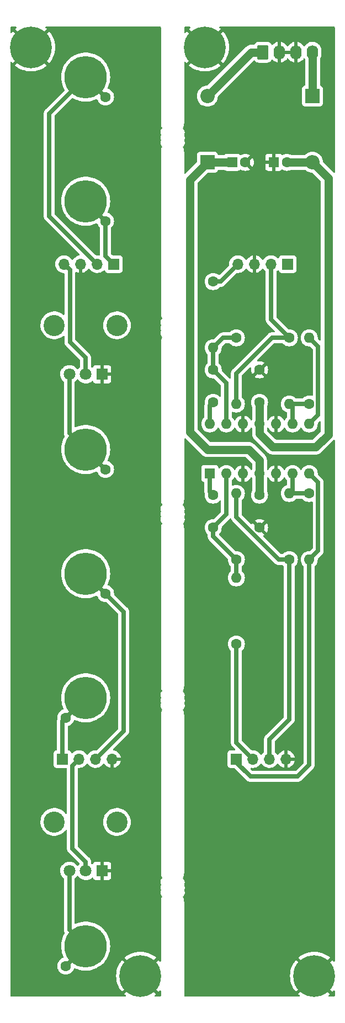
<source format=gtl>
%TF.GenerationSoftware,KiCad,Pcbnew,(6.0.6-0)*%
%TF.CreationDate,2022-06-29T11:53:49+01:00*%
%TF.ProjectId,4u-simple-integrator,34752d73-696d-4706-9c65-2d696e746567,r01*%
%TF.SameCoordinates,Original*%
%TF.FileFunction,Copper,L1,Top*%
%TF.FilePolarity,Positive*%
%FSLAX46Y46*%
G04 Gerber Fmt 4.6, Leading zero omitted, Abs format (unit mm)*
G04 Created by KiCad (PCBNEW (6.0.6-0)) date 2022-06-29 11:53:49*
%MOMM*%
%LPD*%
G01*
G04 APERTURE LIST*
G04 Aperture macros list*
%AMRoundRect*
0 Rectangle with rounded corners*
0 $1 Rounding radius*
0 $2 $3 $4 $5 $6 $7 $8 $9 X,Y pos of 4 corners*
0 Add a 4 corners polygon primitive as box body*
4,1,4,$2,$3,$4,$5,$6,$7,$8,$9,$2,$3,0*
0 Add four circle primitives for the rounded corners*
1,1,$1+$1,$2,$3*
1,1,$1+$1,$4,$5*
1,1,$1+$1,$6,$7*
1,1,$1+$1,$8,$9*
0 Add four rect primitives between the rounded corners*
20,1,$1+$1,$2,$3,$4,$5,0*
20,1,$1+$1,$4,$5,$6,$7,0*
20,1,$1+$1,$6,$7,$8,$9,0*
20,1,$1+$1,$8,$9,$2,$3,0*%
G04 Aperture macros list end*
%TA.AperFunction,ComponentPad*%
%ADD10C,1.600000*%
%TD*%
%TA.AperFunction,ComponentPad*%
%ADD11R,1.700000X1.700000*%
%TD*%
%TA.AperFunction,ComponentPad*%
%ADD12O,1.700000X1.700000*%
%TD*%
%TA.AperFunction,ComponentPad*%
%ADD13R,2.200000X2.200000*%
%TD*%
%TA.AperFunction,ComponentPad*%
%ADD14O,2.200000X2.200000*%
%TD*%
%TA.AperFunction,ComponentPad*%
%ADD15R,1.600000X1.600000*%
%TD*%
%TA.AperFunction,ComponentPad*%
%ADD16O,1.600000X1.600000*%
%TD*%
%TA.AperFunction,ComponentPad*%
%ADD17C,6.400000*%
%TD*%
%TA.AperFunction,ComponentPad*%
%ADD18C,6.500000*%
%TD*%
%TA.AperFunction,ComponentPad*%
%ADD19C,3.240000*%
%TD*%
%TA.AperFunction,ComponentPad*%
%ADD20R,1.800000X1.800000*%
%TD*%
%TA.AperFunction,ComponentPad*%
%ADD21C,1.800000*%
%TD*%
%TA.AperFunction,ComponentPad*%
%ADD22RoundRect,0.250000X-0.620000X-0.845000X0.620000X-0.845000X0.620000X0.845000X-0.620000X0.845000X0*%
%TD*%
%TA.AperFunction,ComponentPad*%
%ADD23O,1.740000X2.190000*%
%TD*%
%TA.AperFunction,Conductor*%
%ADD24C,0.635000*%
%TD*%
%TA.AperFunction,Conductor*%
%ADD25C,1.270000*%
%TD*%
G04 APERTURE END LIST*
D10*
%TO.P,C4,1*%
%TO.N,GND*%
X112522000Y-84281000D03*
%TO.P,C4,2*%
%TO.N,-12V*%
X112522000Y-89281000D03*
%TD*%
D11*
%TO.P,J7,1,Pin_1*%
%TO.N,Net-(J3-Pad1)*%
X90170000Y-68072000D03*
D12*
%TO.P,J7,2,Pin_2*%
%TO.N,Net-(J4-Pad1)*%
X87630000Y-68072000D03*
%TO.P,J7,3,Pin_3*%
%TO.N,GND*%
X85090000Y-68072000D03*
%TO.P,J7,4,Pin_4*%
%TO.N,Net-(RV1-Pad2)*%
X82550000Y-68072000D03*
%TD*%
D13*
%TO.P,D1,1,K*%
%TO.N,+12V*%
X104521000Y-52451000D03*
D14*
%TO.P,D1,2,A*%
%TO.N,Net-(D1-Pad2)*%
X104521000Y-42291000D03*
%TD*%
D15*
%TO.P,C8,1*%
%TO.N,GND*%
X114713000Y-52451000D03*
D10*
%TO.P,C8,2*%
%TO.N,-12V*%
X116713000Y-52451000D03*
%TD*%
%TO.P,R8,1*%
%TO.N,Net-(R6-Pad2)*%
X120142000Y-103251000D03*
D16*
%TO.P,R8,2*%
%TO.N,Net-(J10-Pad1)*%
X120142000Y-113411000D03*
%TD*%
D10*
%TO.P,C3,1*%
%TO.N,+12V*%
X112522000Y-103505000D03*
%TO.P,C3,2*%
%TO.N,GND*%
X112522000Y-108505000D03*
%TD*%
%TO.P,R5,1*%
%TO.N,Net-(C1-Pad2)*%
X117094000Y-79375000D03*
D16*
%TO.P,R5,2*%
%TO.N,Net-(R5-Pad2)*%
X117094000Y-89535000D03*
%TD*%
D10*
%TO.P,R2,1*%
%TO.N,Net-(J10-Pad2)*%
X108966000Y-126365000D03*
D16*
%TO.P,R2,2*%
%TO.N,Net-(R2-Pad2)*%
X108966000Y-116205000D03*
%TD*%
D11*
%TO.P,J8,1,Pin_1*%
%TO.N,Net-(J5-Pad1)*%
X82296000Y-144018000D03*
D12*
%TO.P,J8,2,Pin_2*%
%TO.N,Net-(J8-Pad2)*%
X84836000Y-144018000D03*
%TO.P,J8,3,Pin_3*%
%TO.N,Net-(J6-Pad1)*%
X87376000Y-144018000D03*
%TO.P,J8,4,Pin_4*%
%TO.N,GND*%
X89916000Y-144018000D03*
%TD*%
D10*
%TO.P,R4,1*%
%TO.N,Net-(R2-Pad2)*%
X108966000Y-113411000D03*
D16*
%TO.P,R4,2*%
%TO.N,Net-(C2-Pad2)*%
X108966000Y-103251000D03*
%TD*%
D10*
%TO.P,R3,1*%
%TO.N,Net-(C1-Pad1)*%
X108966000Y-79375000D03*
D16*
%TO.P,R3,2*%
%TO.N,Net-(C1-Pad2)*%
X108966000Y-89535000D03*
%TD*%
D10*
%TO.P,C1,1*%
%TO.N,Net-(C1-Pad1)*%
X105410000Y-84281000D03*
%TO.P,C1,2*%
%TO.N,Net-(C1-Pad2)*%
X105410000Y-89281000D03*
%TD*%
%TO.P,R1,1*%
%TO.N,Net-(R1-Pad1)*%
X105410000Y-70739000D03*
D16*
%TO.P,R1,2*%
%TO.N,Net-(C1-Pad1)*%
X105410000Y-80899000D03*
%TD*%
D10*
%TO.P,R6,1*%
%TO.N,Net-(C2-Pad2)*%
X117094000Y-113411000D03*
D16*
%TO.P,R6,2*%
%TO.N,Net-(R6-Pad2)*%
X117094000Y-103251000D03*
%TD*%
D17*
%TO.P,H1,1,1*%
%TO.N,GND*%
X120904000Y-177292000D03*
%TD*%
D15*
%TO.P,C7,1*%
%TO.N,+12V*%
X108331000Y-52451000D03*
D10*
%TO.P,C7,2*%
%TO.N,GND*%
X110331000Y-52451000D03*
%TD*%
%TO.P,C2,1*%
%TO.N,Net-(R2-Pad2)*%
X105410000Y-108505000D03*
%TO.P,C2,2*%
%TO.N,Net-(C2-Pad2)*%
X105410000Y-103505000D03*
%TD*%
D17*
%TO.P,H3,1,1*%
%TO.N,GND*%
X94234000Y-177292000D03*
%TD*%
%TO.P,H4,1,1*%
%TO.N,GND*%
X77470000Y-34798000D03*
%TD*%
D15*
%TO.P,U1,1*%
%TO.N,Net-(C2-Pad2)*%
X104902000Y-100203000D03*
D16*
%TO.P,U1,2,-*%
%TO.N,Net-(R2-Pad2)*%
X107442000Y-100203000D03*
%TO.P,U1,3,+*%
%TO.N,GND*%
X109982000Y-100203000D03*
%TO.P,U1,4,V+*%
%TO.N,+12V*%
X112522000Y-100203000D03*
%TO.P,U1,5,+*%
%TO.N,GND*%
X115062000Y-100203000D03*
%TO.P,U1,6,-*%
%TO.N,Net-(R6-Pad2)*%
X117602000Y-100203000D03*
%TO.P,U1,7*%
%TO.N,Net-(J10-Pad1)*%
X120142000Y-100203000D03*
%TO.P,U1,8*%
%TO.N,Net-(R7-Pad2)*%
X120142000Y-92583000D03*
%TO.P,U1,9,-*%
%TO.N,Net-(R5-Pad2)*%
X117602000Y-92583000D03*
%TO.P,U1,10,+*%
%TO.N,GND*%
X115062000Y-92583000D03*
%TO.P,U1,11,V-*%
%TO.N,-12V*%
X112522000Y-92583000D03*
%TO.P,U1,12,+*%
%TO.N,GND*%
X109982000Y-92583000D03*
%TO.P,U1,13,-*%
%TO.N,Net-(C1-Pad1)*%
X107442000Y-92583000D03*
%TO.P,U1,14*%
%TO.N,Net-(C1-Pad2)*%
X104902000Y-92583000D03*
%TD*%
D10*
%TO.P,R7,1*%
%TO.N,Net-(R5-Pad2)*%
X120142000Y-89535000D03*
D16*
%TO.P,R7,2*%
%TO.N,Net-(R7-Pad2)*%
X120142000Y-79375000D03*
%TD*%
D13*
%TO.P,D2,1,K*%
%TO.N,Net-(D2-Pad1)*%
X120650000Y-42291000D03*
D14*
%TO.P,D2,2,A*%
%TO.N,-12V*%
X120650000Y-52451000D03*
%TD*%
D17*
%TO.P,H2,1,1*%
%TO.N,GND*%
X104140000Y-34798000D03*
%TD*%
D10*
%TO.P,J1,1*%
%TO.N,Net-(RV1-Pad3)*%
X88900000Y-99568000D03*
D18*
X85852000Y-96520000D03*
%TD*%
D10*
%TO.P,J4,1*%
%TO.N,Net-(J4-Pad1)*%
X88900000Y-42418000D03*
D18*
X85852000Y-39370000D03*
%TD*%
%TO.P,J3,1*%
%TO.N,Net-(J3-Pad1)*%
X85852000Y-58420000D03*
D10*
X88900000Y-61468000D03*
%TD*%
D11*
%TO.P,J10,1,Pin_1*%
%TO.N,Net-(J10-Pad1)*%
X108966000Y-144018000D03*
D12*
%TO.P,J10,2,Pin_2*%
%TO.N,Net-(J10-Pad2)*%
X111506000Y-144018000D03*
%TO.P,J10,3,Pin_3*%
%TO.N,Net-(C2-Pad2)*%
X114046000Y-144018000D03*
%TO.P,J10,4,Pin_4*%
%TO.N,GND*%
X116586000Y-144018000D03*
%TD*%
D19*
%TO.P,RV2,*%
%TO.N,*%
X81052000Y-153670000D03*
X90652000Y-153670000D03*
D20*
%TO.P,RV2,1,1*%
%TO.N,GND*%
X88352000Y-161170000D03*
D21*
%TO.P,RV2,2,2*%
%TO.N,Net-(J8-Pad2)*%
X85852000Y-161170000D03*
%TO.P,RV2,3,3*%
%TO.N,Net-(J2-Pad1)*%
X83352000Y-161170000D03*
%TD*%
D22*
%TO.P,J11,1,+12V*%
%TO.N,Net-(D1-Pad2)*%
X113030000Y-35560000D03*
D23*
%TO.P,J11,2,GND*%
%TO.N,GND*%
X115570000Y-35560000D03*
%TO.P,J11,3,GND*%
X118110000Y-35560000D03*
%TO.P,J11,4,-12V*%
%TO.N,Net-(D2-Pad1)*%
X120650000Y-35560000D03*
%TD*%
D19*
%TO.P,RV1,*%
%TO.N,*%
X81052000Y-77470000D03*
X90652000Y-77470000D03*
D20*
%TO.P,RV1,1,1*%
%TO.N,GND*%
X88352000Y-84970000D03*
D21*
%TO.P,RV1,2,2*%
%TO.N,Net-(RV1-Pad2)*%
X85852000Y-84970000D03*
%TO.P,RV1,3,3*%
%TO.N,Net-(RV1-Pad3)*%
X83352000Y-84970000D03*
%TD*%
D11*
%TO.P,J9,1,Pin_1*%
%TO.N,Net-(R7-Pad2)*%
X116840000Y-68072000D03*
D12*
%TO.P,J9,2,Pin_2*%
%TO.N,Net-(C1-Pad2)*%
X114300000Y-68072000D03*
%TO.P,J9,3,Pin_3*%
%TO.N,GND*%
X111760000Y-68072000D03*
%TO.P,J9,4,Pin_4*%
%TO.N,Net-(R1-Pad1)*%
X109220000Y-68072000D03*
%TD*%
D10*
%TO.P,J5,1*%
%TO.N,Net-(J5-Pad1)*%
X82804000Y-137668000D03*
D18*
X85852000Y-134620000D03*
%TD*%
D10*
%TO.P,J6,1*%
%TO.N,Net-(J6-Pad1)*%
X88900000Y-118618000D03*
D18*
X85852000Y-115570000D03*
%TD*%
%TO.P,J2,1*%
%TO.N,Net-(J2-Pad1)*%
X85852000Y-172720000D03*
D10*
X82804000Y-175768000D03*
%TD*%
D24*
%TO.N,Net-(C1-Pad1)*%
X106934000Y-79375000D02*
X105410000Y-80899000D01*
X107442000Y-86313000D02*
X105410000Y-84281000D01*
X108966000Y-79375000D02*
X106934000Y-79375000D01*
X107442000Y-92583000D02*
X107442000Y-86313000D01*
X105410000Y-84281000D02*
X105410000Y-80899000D01*
%TO.N,Net-(C1-Pad2)*%
X104902000Y-92583000D02*
X104902000Y-89789000D01*
X114300000Y-76581000D02*
X114300000Y-68072000D01*
X117094000Y-79375000D02*
X114300000Y-76581000D01*
X114427000Y-79375000D02*
X117094000Y-79375000D01*
X108966000Y-84836000D02*
X114427000Y-79375000D01*
X104902000Y-89789000D02*
X105410000Y-89281000D01*
X108966000Y-89535000D02*
X108966000Y-84836000D01*
%TO.N,Net-(C2-Pad2)*%
X117094000Y-137922000D02*
X114046000Y-140970000D01*
X108966000Y-106887903D02*
X115489097Y-113411000D01*
X114046000Y-140970000D02*
X114046000Y-144018000D01*
X115489097Y-113411000D02*
X117094000Y-113411000D01*
X104902000Y-102997000D02*
X105410000Y-103505000D01*
X108966000Y-103251000D02*
X108966000Y-106887903D01*
X104902000Y-100203000D02*
X104902000Y-102997000D01*
X117094000Y-113411000D02*
X117094000Y-137922000D01*
D25*
%TO.N,+12V*%
X112522000Y-98171000D02*
X112522000Y-100203000D01*
X104521000Y-96520000D02*
X110871000Y-96520000D01*
X112522000Y-100203000D02*
X112522000Y-103505000D01*
X104521000Y-52451000D02*
X101854000Y-55118000D01*
X101854000Y-93853000D02*
X104521000Y-96520000D01*
X110871000Y-96520000D02*
X112522000Y-98171000D01*
X104521000Y-52451000D02*
X108331000Y-52451000D01*
X101854000Y-55118000D02*
X101854000Y-93853000D01*
%TO.N,-12V*%
X114554000Y-96139000D02*
X112522000Y-94107000D01*
X112522000Y-89281000D02*
X112522000Y-92583000D01*
X116713000Y-52451000D02*
X120650000Y-52451000D01*
X120650000Y-52451000D02*
X123063000Y-54864000D01*
X123063000Y-94234000D02*
X121158000Y-96139000D01*
X112522000Y-94107000D02*
X112522000Y-92583000D01*
X123063000Y-54864000D02*
X123063000Y-94234000D01*
X121158000Y-96139000D02*
X114554000Y-96139000D01*
%TO.N,Net-(D1-Pad2)*%
X111252000Y-35560000D02*
X104521000Y-42291000D01*
X113030000Y-35560000D02*
X111252000Y-35560000D01*
%TO.N,Net-(D2-Pad1)*%
X120650000Y-35560000D02*
X120650000Y-42291000D01*
D24*
%TO.N,Net-(J2-Pad1)*%
X82804000Y-175768000D02*
X85852000Y-172720000D01*
X83352000Y-161170000D02*
X83352000Y-170220000D01*
X83352000Y-170220000D02*
X85852000Y-172720000D01*
%TO.N,Net-(J5-Pad1)*%
X82804000Y-137668000D02*
X85852000Y-134620000D01*
X82296000Y-144018000D02*
X82296000Y-138176000D01*
X82296000Y-138176000D02*
X82804000Y-137668000D01*
%TO.N,Net-(J6-Pad1)*%
X91694000Y-139700000D02*
X87376000Y-144018000D01*
X85852000Y-115570000D02*
X88900000Y-118618000D01*
X88900000Y-118618000D02*
X91694000Y-121412000D01*
X91694000Y-121412000D02*
X91694000Y-139700000D01*
%TO.N,Net-(J8-Pad2)*%
X85852000Y-159766000D02*
X83820000Y-157734000D01*
X85852000Y-161170000D02*
X85852000Y-159766000D01*
X83820000Y-145034000D02*
X84836000Y-144018000D01*
X83820000Y-157734000D02*
X83820000Y-145034000D01*
%TO.N,Net-(R7-Pad2)*%
X121513011Y-80746011D02*
X120142000Y-79375000D01*
X121513011Y-91211989D02*
X121513011Y-80746011D01*
X120142000Y-92583000D02*
X121513011Y-91211989D01*
%TO.N,Net-(R2-Pad2)*%
X105410000Y-108505000D02*
X105410000Y-109855000D01*
X107442000Y-106473000D02*
X105410000Y-108505000D01*
X105410000Y-109855000D02*
X108966000Y-113411000D01*
X107442000Y-100203000D02*
X107442000Y-106473000D01*
X108966000Y-113411000D02*
X108966000Y-116205000D01*
%TO.N,Net-(R5-Pad2)*%
X117094000Y-89535000D02*
X120142000Y-89535000D01*
X117602000Y-92583000D02*
X117602000Y-90043000D01*
X117602000Y-90043000D02*
X117094000Y-89535000D01*
%TO.N,Net-(R6-Pad2)*%
X117602000Y-102743000D02*
X117094000Y-103251000D01*
X117602000Y-100203000D02*
X117602000Y-102743000D01*
X117094000Y-103251000D02*
X120142000Y-103251000D01*
%TO.N,Net-(J10-Pad1)*%
X118364000Y-146685000D02*
X111125000Y-146685000D01*
X120142000Y-100203000D02*
X121513011Y-101574011D01*
X121513011Y-101574011D02*
X121513011Y-112039989D01*
X120142000Y-113411000D02*
X120142000Y-144907000D01*
X111125000Y-146685000D02*
X108966000Y-144526000D01*
X108966000Y-144526000D02*
X108966000Y-144018000D01*
X120142000Y-144907000D02*
X118364000Y-146685000D01*
X121513011Y-112039989D02*
X120142000Y-113411000D01*
%TO.N,Net-(RV1-Pad3)*%
X83352000Y-94020000D02*
X85852000Y-96520000D01*
X83352000Y-84970000D02*
X83352000Y-94020000D01*
X88900000Y-99568000D02*
X85852000Y-96520000D01*
%TO.N,Net-(J3-Pad1)*%
X85852000Y-58420000D02*
X88900000Y-61468000D01*
X88900000Y-66802000D02*
X90170000Y-68072000D01*
X88900000Y-61468000D02*
X88900000Y-66802000D01*
%TO.N,Net-(J4-Pad1)*%
X80264000Y-60706000D02*
X80264000Y-44958000D01*
X80264000Y-44958000D02*
X85852000Y-39370000D01*
X88900000Y-42418000D02*
X85852000Y-39370000D01*
X87630000Y-68072000D02*
X80264000Y-60706000D01*
%TO.N,Net-(RV1-Pad2)*%
X83439000Y-80010000D02*
X83439000Y-68961000D01*
X85852000Y-82423000D02*
X83439000Y-80010000D01*
X83439000Y-68961000D02*
X82550000Y-68072000D01*
X85852000Y-84970000D02*
X85852000Y-82423000D01*
%TO.N,Net-(R1-Pad1)*%
X105410000Y-70739000D02*
X106553000Y-70739000D01*
X106553000Y-70739000D02*
X109220000Y-68072000D01*
%TO.N,Net-(J10-Pad2)*%
X108966000Y-126365000D02*
X108966000Y-141478000D01*
X108966000Y-141478000D02*
X111506000Y-144018000D01*
%TD*%
%TA.AperFunction,Conductor*%
%TO.N,GND*%
G36*
X75210418Y-31643502D02*
G01*
X75256911Y-31697158D01*
X75267015Y-31767432D01*
X75237521Y-31832012D01*
X75221592Y-31847420D01*
X75046165Y-31989478D01*
X75037700Y-32001733D01*
X75044034Y-32012824D01*
X77457188Y-34425978D01*
X77471132Y-34433592D01*
X77472965Y-34433461D01*
X77479580Y-34429210D01*
X79895100Y-32013690D01*
X79902241Y-32000614D01*
X79894784Y-31990247D01*
X79718408Y-31847420D01*
X79678056Y-31789006D01*
X79675691Y-31718049D01*
X79712064Y-31657077D01*
X79775627Y-31625449D01*
X79797703Y-31623500D01*
X97282500Y-31623500D01*
X97350621Y-31643502D01*
X97397114Y-31697158D01*
X97408500Y-31749500D01*
X97408500Y-46305633D01*
X97407000Y-46325018D01*
X97404690Y-46339851D01*
X97404690Y-46339855D01*
X97403309Y-46348724D01*
X97404130Y-46355000D01*
X97403957Y-46355000D01*
X97422106Y-46608753D01*
X97476183Y-46857341D01*
X97565087Y-47095703D01*
X97567243Y-47099651D01*
X97588096Y-47137840D01*
X97603187Y-47207214D01*
X97578376Y-47273734D01*
X97568980Y-47284878D01*
X97480548Y-47378228D01*
X97480545Y-47378232D01*
X97475510Y-47383547D01*
X97386674Y-47536490D01*
X97335405Y-47705767D01*
X97324453Y-47882298D01*
X97354406Y-48056614D01*
X97357272Y-48063349D01*
X97412081Y-48192159D01*
X97420347Y-48262672D01*
X97405094Y-48304777D01*
X97386674Y-48336490D01*
X97335405Y-48505767D01*
X97324453Y-48682298D01*
X97354406Y-48856614D01*
X97357272Y-48863349D01*
X97412081Y-48992159D01*
X97420347Y-49062672D01*
X97405094Y-49104777D01*
X97386674Y-49136490D01*
X97384553Y-49143494D01*
X97384551Y-49143498D01*
X97370438Y-49190096D01*
X97335405Y-49305767D01*
X97324453Y-49482298D01*
X97325693Y-49489514D01*
X97325693Y-49489516D01*
X97353166Y-49649398D01*
X97354406Y-49656614D01*
X97423657Y-49819364D01*
X97427990Y-49825252D01*
X97427993Y-49825257D01*
X97500355Y-49923584D01*
X97528492Y-49961818D01*
X97559066Y-49987793D01*
X97598029Y-50047140D01*
X97598722Y-50118133D01*
X97588073Y-50144201D01*
X97565087Y-50186297D01*
X97476183Y-50424659D01*
X97422106Y-50673247D01*
X97421785Y-50677735D01*
X97405711Y-50902477D01*
X97404784Y-50910650D01*
X97404852Y-50910817D01*
X97403309Y-50920724D01*
X97404018Y-50926146D01*
X97403957Y-50927000D01*
X97404130Y-50927000D01*
X97405328Y-50936162D01*
X97405328Y-50936163D01*
X97407436Y-50952283D01*
X97408500Y-50968620D01*
X97408500Y-75515633D01*
X97407000Y-75535018D01*
X97404690Y-75549851D01*
X97404690Y-75549855D01*
X97403309Y-75558724D01*
X97404130Y-75565000D01*
X97403957Y-75565000D01*
X97422106Y-75818753D01*
X97476183Y-76067341D01*
X97477755Y-76071556D01*
X97477756Y-76071559D01*
X97499891Y-76130905D01*
X97565087Y-76305703D01*
X97567243Y-76309651D01*
X97588096Y-76347840D01*
X97603187Y-76417214D01*
X97578376Y-76483734D01*
X97568980Y-76494878D01*
X97480548Y-76588228D01*
X97480545Y-76588232D01*
X97475510Y-76593547D01*
X97386674Y-76746490D01*
X97335405Y-76915767D01*
X97324453Y-77092298D01*
X97354406Y-77266614D01*
X97357272Y-77273349D01*
X97412081Y-77402159D01*
X97420347Y-77472672D01*
X97405094Y-77514777D01*
X97386674Y-77546490D01*
X97335405Y-77715767D01*
X97324453Y-77892298D01*
X97325693Y-77899514D01*
X97325693Y-77899516D01*
X97347468Y-78026239D01*
X97354406Y-78066614D01*
X97357272Y-78073349D01*
X97412081Y-78202159D01*
X97420347Y-78272672D01*
X97405094Y-78314777D01*
X97386674Y-78346490D01*
X97384553Y-78353494D01*
X97384551Y-78353498D01*
X97370438Y-78400096D01*
X97335405Y-78515767D01*
X97324453Y-78692298D01*
X97325693Y-78699514D01*
X97325693Y-78699516D01*
X97350454Y-78843613D01*
X97354406Y-78866614D01*
X97423657Y-79029364D01*
X97427990Y-79035252D01*
X97427993Y-79035257D01*
X97483453Y-79110617D01*
X97528492Y-79171818D01*
X97559066Y-79197793D01*
X97598029Y-79257140D01*
X97598722Y-79328133D01*
X97588073Y-79354201D01*
X97565087Y-79396297D01*
X97563516Y-79400509D01*
X97502315Y-79564597D01*
X97476183Y-79634659D01*
X97475228Y-79639050D01*
X97475226Y-79639056D01*
X97464274Y-79689402D01*
X97422106Y-79883247D01*
X97421785Y-79887735D01*
X97405711Y-80112477D01*
X97404784Y-80120650D01*
X97404852Y-80120817D01*
X97403309Y-80130724D01*
X97404018Y-80136146D01*
X97403957Y-80137000D01*
X97404130Y-80137000D01*
X97405328Y-80146162D01*
X97405328Y-80146163D01*
X97407436Y-80162283D01*
X97408500Y-80178620D01*
X97408500Y-104090633D01*
X97407000Y-104110018D01*
X97404690Y-104124851D01*
X97404690Y-104124855D01*
X97403309Y-104133724D01*
X97404130Y-104140000D01*
X97403957Y-104140000D01*
X97422106Y-104393753D01*
X97476183Y-104642341D01*
X97565087Y-104880703D01*
X97567243Y-104884651D01*
X97588096Y-104922840D01*
X97603187Y-104992214D01*
X97578376Y-105058734D01*
X97568980Y-105069878D01*
X97480548Y-105163228D01*
X97480545Y-105163232D01*
X97475510Y-105168547D01*
X97386674Y-105321490D01*
X97335405Y-105490767D01*
X97324453Y-105667298D01*
X97354406Y-105841614D01*
X97357272Y-105848349D01*
X97412081Y-105977159D01*
X97420347Y-106047672D01*
X97405094Y-106089777D01*
X97386674Y-106121490D01*
X97335405Y-106290767D01*
X97324453Y-106467298D01*
X97354406Y-106641614D01*
X97357272Y-106648349D01*
X97412081Y-106777159D01*
X97420347Y-106847672D01*
X97405094Y-106889777D01*
X97386674Y-106921490D01*
X97384553Y-106928494D01*
X97384551Y-106928498D01*
X97370438Y-106975096D01*
X97335405Y-107090767D01*
X97324453Y-107267298D01*
X97325693Y-107274514D01*
X97325693Y-107274516D01*
X97353166Y-107434398D01*
X97354406Y-107441614D01*
X97423657Y-107604364D01*
X97427990Y-107610252D01*
X97427993Y-107610257D01*
X97500355Y-107708584D01*
X97528492Y-107746818D01*
X97559066Y-107772793D01*
X97598029Y-107832140D01*
X97598722Y-107903133D01*
X97588073Y-107929201D01*
X97565087Y-107971297D01*
X97476183Y-108209659D01*
X97422106Y-108458247D01*
X97421785Y-108462735D01*
X97405711Y-108687477D01*
X97404784Y-108695650D01*
X97404852Y-108695817D01*
X97403309Y-108705724D01*
X97404018Y-108711146D01*
X97403957Y-108712000D01*
X97404130Y-108712000D01*
X97405328Y-108721162D01*
X97405328Y-108721163D01*
X97407436Y-108737283D01*
X97408500Y-108753620D01*
X97408500Y-132665633D01*
X97407000Y-132685018D01*
X97404690Y-132699851D01*
X97404690Y-132699855D01*
X97403309Y-132708724D01*
X97404130Y-132715000D01*
X97403957Y-132715000D01*
X97422106Y-132968753D01*
X97423062Y-132973147D01*
X97456183Y-133125401D01*
X97476183Y-133217341D01*
X97565087Y-133455703D01*
X97588015Y-133497691D01*
X97588096Y-133497840D01*
X97603187Y-133567214D01*
X97578376Y-133633734D01*
X97568980Y-133644878D01*
X97480548Y-133738228D01*
X97480545Y-133738232D01*
X97475510Y-133743547D01*
X97386674Y-133896490D01*
X97335405Y-134065767D01*
X97324453Y-134242298D01*
X97354406Y-134416614D01*
X97357272Y-134423349D01*
X97412081Y-134552159D01*
X97420347Y-134622672D01*
X97405094Y-134664777D01*
X97386674Y-134696490D01*
X97335405Y-134865767D01*
X97324453Y-135042298D01*
X97354406Y-135216614D01*
X97357272Y-135223349D01*
X97412081Y-135352159D01*
X97420347Y-135422672D01*
X97405094Y-135464777D01*
X97386674Y-135496490D01*
X97384553Y-135503494D01*
X97384551Y-135503498D01*
X97370438Y-135550096D01*
X97335405Y-135665767D01*
X97324453Y-135842298D01*
X97325693Y-135849514D01*
X97325693Y-135849516D01*
X97353166Y-136009398D01*
X97354406Y-136016614D01*
X97423657Y-136179364D01*
X97427990Y-136185252D01*
X97427993Y-136185257D01*
X97500355Y-136283584D01*
X97528492Y-136321818D01*
X97559066Y-136347793D01*
X97598029Y-136407140D01*
X97598722Y-136478133D01*
X97588073Y-136504201D01*
X97565087Y-136546297D01*
X97563516Y-136550509D01*
X97520553Y-136665699D01*
X97476183Y-136784659D01*
X97475228Y-136789050D01*
X97475226Y-136789056D01*
X97464274Y-136839402D01*
X97422106Y-137033247D01*
X97421785Y-137037735D01*
X97405711Y-137262477D01*
X97404784Y-137270650D01*
X97404852Y-137270817D01*
X97403309Y-137280724D01*
X97404018Y-137286146D01*
X97403957Y-137287000D01*
X97404130Y-137287000D01*
X97405328Y-137296162D01*
X97405328Y-137296163D01*
X97407436Y-137312283D01*
X97408500Y-137328620D01*
X97408500Y-161367633D01*
X97407000Y-161387018D01*
X97404690Y-161401851D01*
X97404690Y-161401855D01*
X97403309Y-161410724D01*
X97404130Y-161417000D01*
X97403957Y-161417000D01*
X97422106Y-161670753D01*
X97476183Y-161919341D01*
X97477755Y-161923556D01*
X97477756Y-161923559D01*
X97505366Y-161997584D01*
X97565087Y-162157703D01*
X97587802Y-162199301D01*
X97588096Y-162199840D01*
X97603187Y-162269214D01*
X97578376Y-162335734D01*
X97568980Y-162346878D01*
X97480548Y-162440228D01*
X97480545Y-162440232D01*
X97475510Y-162445547D01*
X97386674Y-162598490D01*
X97335405Y-162767767D01*
X97324453Y-162944298D01*
X97354406Y-163118614D01*
X97357272Y-163125349D01*
X97412081Y-163254159D01*
X97420347Y-163324672D01*
X97405094Y-163366777D01*
X97386674Y-163398490D01*
X97335405Y-163567767D01*
X97324453Y-163744298D01*
X97354406Y-163918614D01*
X97357272Y-163925349D01*
X97412081Y-164054159D01*
X97420347Y-164124672D01*
X97405094Y-164166777D01*
X97386674Y-164198490D01*
X97384553Y-164205494D01*
X97384551Y-164205498D01*
X97370438Y-164252096D01*
X97335405Y-164367767D01*
X97324453Y-164544298D01*
X97325693Y-164551514D01*
X97325693Y-164551516D01*
X97353166Y-164711398D01*
X97354406Y-164718614D01*
X97423657Y-164881364D01*
X97427990Y-164887252D01*
X97427993Y-164887257D01*
X97500355Y-164985584D01*
X97528492Y-165023818D01*
X97559066Y-165049793D01*
X97598029Y-165109140D01*
X97598722Y-165180133D01*
X97588073Y-165206201D01*
X97565087Y-165248297D01*
X97476183Y-165486659D01*
X97422106Y-165735247D01*
X97421785Y-165739735D01*
X97405711Y-165964477D01*
X97404784Y-165972650D01*
X97404852Y-165972817D01*
X97403309Y-165982724D01*
X97404018Y-165988146D01*
X97403957Y-165989000D01*
X97404130Y-165989000D01*
X97405328Y-165998162D01*
X97405328Y-165998163D01*
X97407436Y-166014283D01*
X97408500Y-166030620D01*
X97408500Y-174964297D01*
X97388498Y-175032418D01*
X97334842Y-175078911D01*
X97264568Y-175089015D01*
X97199988Y-175059521D01*
X97184580Y-175043592D01*
X97042522Y-174868165D01*
X97030267Y-174859700D01*
X97019176Y-174866034D01*
X94606022Y-177279188D01*
X94598408Y-177293132D01*
X94598539Y-177294965D01*
X94602790Y-177301580D01*
X97018310Y-179717100D01*
X97031386Y-179724241D01*
X97041753Y-179716784D01*
X97184580Y-179540408D01*
X97242994Y-179500056D01*
X97313951Y-179497691D01*
X97374923Y-179534064D01*
X97406551Y-179597627D01*
X97408500Y-179619703D01*
X97408500Y-180340500D01*
X97388498Y-180408621D01*
X97334842Y-180455114D01*
X97282500Y-180466500D01*
X96561703Y-180466500D01*
X96493582Y-180446498D01*
X96447089Y-180392842D01*
X96436985Y-180322568D01*
X96466479Y-180257988D01*
X96482408Y-180242580D01*
X96657835Y-180100522D01*
X96666300Y-180088267D01*
X96659966Y-180077176D01*
X94246812Y-177664022D01*
X94232868Y-177656408D01*
X94231035Y-177656539D01*
X94224420Y-177660790D01*
X91808900Y-180076310D01*
X91801759Y-180089386D01*
X91809216Y-180099753D01*
X91985592Y-180242580D01*
X92025944Y-180300994D01*
X92028309Y-180371951D01*
X91991936Y-180432923D01*
X91928373Y-180464551D01*
X91906297Y-180466500D01*
X74421500Y-180466500D01*
X74353379Y-180446498D01*
X74306886Y-180392842D01*
X74295500Y-180340500D01*
X74295500Y-177295301D01*
X90521084Y-177295301D01*
X90541080Y-177676833D01*
X90541766Y-177683371D01*
X90601535Y-178060734D01*
X90602906Y-178067184D01*
X90701788Y-178436216D01*
X90703829Y-178442498D01*
X90840740Y-178799164D01*
X90843422Y-178805189D01*
X91016872Y-179145603D01*
X91020169Y-179151313D01*
X91228253Y-179471735D01*
X91232123Y-179477061D01*
X91425478Y-179715835D01*
X91437733Y-179724300D01*
X91448824Y-179717966D01*
X93861978Y-177304812D01*
X93869592Y-177290868D01*
X93869461Y-177289035D01*
X93865210Y-177282420D01*
X91449690Y-174866900D01*
X91436614Y-174859759D01*
X91426247Y-174867216D01*
X91232123Y-175106939D01*
X91228253Y-175112265D01*
X91020169Y-175432687D01*
X91016872Y-175438397D01*
X90843422Y-175778811D01*
X90840740Y-175784836D01*
X90703829Y-176141502D01*
X90701788Y-176147784D01*
X90602906Y-176516816D01*
X90601535Y-176523266D01*
X90541766Y-176900629D01*
X90541080Y-176907167D01*
X90521084Y-177288699D01*
X90521084Y-177295301D01*
X74295500Y-177295301D01*
X74295500Y-153647659D01*
X78918643Y-153647659D01*
X78935349Y-153937395D01*
X78936174Y-153941600D01*
X78936175Y-153941608D01*
X78947528Y-153999472D01*
X78991222Y-154222184D01*
X78992609Y-154226234D01*
X78992610Y-154226239D01*
X79083840Y-154492698D01*
X79085229Y-154496754D01*
X79215629Y-154756027D01*
X79257279Y-154816628D01*
X79368304Y-154978170D01*
X79380010Y-154995203D01*
X79575331Y-155209857D01*
X79578620Y-155212607D01*
X79794683Y-155393265D01*
X79794688Y-155393269D01*
X79797975Y-155396017D01*
X79855187Y-155431906D01*
X80040185Y-155547955D01*
X80040189Y-155547957D01*
X80043825Y-155550238D01*
X80047735Y-155552003D01*
X80047736Y-155552004D01*
X80304419Y-155667901D01*
X80304423Y-155667903D01*
X80308331Y-155669667D01*
X80312451Y-155670887D01*
X80312450Y-155670887D01*
X80582484Y-155750875D01*
X80582488Y-155750876D01*
X80586597Y-155752093D01*
X80590834Y-155752741D01*
X80590837Y-155752742D01*
X80831500Y-155789569D01*
X80873475Y-155795992D01*
X81021275Y-155798314D01*
X81159366Y-155800483D01*
X81159372Y-155800483D01*
X81163657Y-155800550D01*
X81451773Y-155765684D01*
X81732491Y-155692039D01*
X82000618Y-155580978D01*
X82251190Y-155434555D01*
X82479573Y-155255480D01*
X82681539Y-155047067D01*
X82766453Y-154931471D01*
X82822902Y-154888412D01*
X82893669Y-154882707D01*
X82956286Y-154916168D01*
X82990873Y-154978170D01*
X82994000Y-155006065D01*
X82994000Y-157693967D01*
X82993558Y-157704511D01*
X82989377Y-157754300D01*
X82990279Y-157761060D01*
X82999706Y-157831704D01*
X83000073Y-157834743D01*
X83008511Y-157912417D01*
X83010687Y-157918883D01*
X83011204Y-157921233D01*
X83011301Y-157921783D01*
X83011480Y-157922550D01*
X83011635Y-157923085D01*
X83012211Y-157925432D01*
X83013113Y-157932190D01*
X83015445Y-157938596D01*
X83039810Y-158005540D01*
X83040826Y-158008443D01*
X83063575Y-158076039D01*
X83063578Y-158076046D01*
X83065754Y-158082511D01*
X83069269Y-158088360D01*
X83070282Y-158090553D01*
X83070494Y-158091068D01*
X83070827Y-158091766D01*
X83071100Y-158092267D01*
X83072160Y-158094421D01*
X83074494Y-158100834D01*
X83116342Y-158166775D01*
X83117956Y-158169390D01*
X83158186Y-158236344D01*
X83162867Y-158241295D01*
X83164337Y-158243231D01*
X83164985Y-158244162D01*
X83167885Y-158247996D01*
X83170657Y-158252364D01*
X83174323Y-158256464D01*
X83226245Y-158308386D01*
X83228698Y-158310907D01*
X83281496Y-158366740D01*
X83287137Y-158370574D01*
X83291989Y-158374703D01*
X83299419Y-158381560D01*
X84109492Y-159191632D01*
X84883888Y-159966028D01*
X84917913Y-160028340D01*
X84912849Y-160099155D01*
X84885887Y-160142174D01*
X84876119Y-160152396D01*
X84753639Y-160280564D01*
X84706836Y-160349174D01*
X84651927Y-160394175D01*
X84581402Y-160402346D01*
X84517655Y-160371092D01*
X84496959Y-160346609D01*
X84474577Y-160312013D01*
X84474576Y-160312012D01*
X84471764Y-160307665D01*
X84315887Y-160136358D01*
X84311836Y-160133159D01*
X84311832Y-160133155D01*
X84138177Y-159996011D01*
X84138172Y-159996008D01*
X84134123Y-159992810D01*
X84129607Y-159990317D01*
X84129604Y-159990315D01*
X83935879Y-159883373D01*
X83935875Y-159883371D01*
X83931355Y-159880876D01*
X83926486Y-159879152D01*
X83926482Y-159879150D01*
X83717903Y-159805288D01*
X83717899Y-159805287D01*
X83713028Y-159803562D01*
X83707935Y-159802655D01*
X83707932Y-159802654D01*
X83490095Y-159763851D01*
X83490089Y-159763850D01*
X83485006Y-159762945D01*
X83407644Y-159762000D01*
X83258581Y-159760179D01*
X83258579Y-159760179D01*
X83253411Y-159760116D01*
X83024464Y-159795150D01*
X82804314Y-159867106D01*
X82799726Y-159869494D01*
X82799722Y-159869496D01*
X82603461Y-159971663D01*
X82598872Y-159974052D01*
X82594739Y-159977155D01*
X82594736Y-159977157D01*
X82417790Y-160110012D01*
X82413655Y-160113117D01*
X82253639Y-160280564D01*
X82250730Y-160284829D01*
X82250724Y-160284837D01*
X82235152Y-160307665D01*
X82123119Y-160471899D01*
X82025602Y-160681981D01*
X81963707Y-160905169D01*
X81939095Y-161135469D01*
X81952427Y-161366697D01*
X81953564Y-161371743D01*
X81953565Y-161371749D01*
X81968394Y-161437548D01*
X82003346Y-161592642D01*
X82005288Y-161597424D01*
X82005289Y-161597428D01*
X82057793Y-161726730D01*
X82090484Y-161807237D01*
X82211501Y-162004719D01*
X82363147Y-162179784D01*
X82367122Y-162183084D01*
X82367125Y-162183087D01*
X82480485Y-162277200D01*
X82520120Y-162336103D01*
X82526000Y-162374144D01*
X82526000Y-170179967D01*
X82525558Y-170190511D01*
X82521377Y-170240300D01*
X82522279Y-170247060D01*
X82531706Y-170317704D01*
X82532073Y-170320743D01*
X82540511Y-170398417D01*
X82542687Y-170404883D01*
X82543204Y-170407233D01*
X82543301Y-170407783D01*
X82543480Y-170408550D01*
X82543635Y-170409085D01*
X82544211Y-170411432D01*
X82545113Y-170418190D01*
X82547445Y-170424596D01*
X82571810Y-170491540D01*
X82572826Y-170494443D01*
X82595575Y-170562039D01*
X82595578Y-170562046D01*
X82597754Y-170568511D01*
X82601269Y-170574360D01*
X82602282Y-170576553D01*
X82602494Y-170577068D01*
X82602827Y-170577766D01*
X82603100Y-170578267D01*
X82604160Y-170580421D01*
X82606494Y-170586834D01*
X82637742Y-170636072D01*
X82657354Y-170704304D01*
X82638093Y-170770541D01*
X82566906Y-170884023D01*
X82398186Y-171225401D01*
X82397072Y-171228382D01*
X82397071Y-171228383D01*
X82393675Y-171237467D01*
X82264829Y-171582082D01*
X82168199Y-171950414D01*
X82167706Y-171953563D01*
X82167704Y-171953572D01*
X82122542Y-172241974D01*
X82109286Y-172326625D01*
X82109115Y-172329791D01*
X82109114Y-172329796D01*
X82108578Y-172339692D01*
X82088693Y-172706864D01*
X82088843Y-172710045D01*
X82089393Y-172721697D01*
X82106631Y-173087237D01*
X82162916Y-173463850D01*
X82163702Y-173466932D01*
X82163702Y-173466934D01*
X82238350Y-173759788D01*
X82256972Y-173832847D01*
X82387836Y-174190450D01*
X82389228Y-174193316D01*
X82464872Y-174349099D01*
X82476635Y-174419114D01*
X82448676Y-174484374D01*
X82384139Y-174525843D01*
X82360070Y-174532292D01*
X82360066Y-174532293D01*
X82354757Y-174533716D01*
X82288577Y-174564576D01*
X82152238Y-174628151D01*
X82152233Y-174628154D01*
X82147251Y-174630477D01*
X82042389Y-174703902D01*
X81964211Y-174758643D01*
X81964208Y-174758645D01*
X81959700Y-174761802D01*
X81797802Y-174923700D01*
X81794645Y-174928208D01*
X81794643Y-174928211D01*
X81739902Y-175006389D01*
X81666477Y-175111251D01*
X81664154Y-175116233D01*
X81664151Y-175116238D01*
X81629168Y-175191260D01*
X81569716Y-175318757D01*
X81510457Y-175539913D01*
X81490502Y-175768000D01*
X81510457Y-175996087D01*
X81511881Y-176001400D01*
X81511881Y-176001402D01*
X81540085Y-176106658D01*
X81569716Y-176217243D01*
X81572039Y-176222224D01*
X81572039Y-176222225D01*
X81664151Y-176419762D01*
X81664154Y-176419767D01*
X81666477Y-176424749D01*
X81797802Y-176612300D01*
X81959700Y-176774198D01*
X81964208Y-176777355D01*
X81964211Y-176777357D01*
X82042389Y-176832098D01*
X82147251Y-176905523D01*
X82152233Y-176907846D01*
X82152238Y-176907849D01*
X82349775Y-176999961D01*
X82354757Y-177002284D01*
X82360065Y-177003706D01*
X82360067Y-177003707D01*
X82570598Y-177060119D01*
X82570600Y-177060119D01*
X82575913Y-177061543D01*
X82804000Y-177081498D01*
X83032087Y-177061543D01*
X83037400Y-177060119D01*
X83037402Y-177060119D01*
X83247933Y-177003707D01*
X83247935Y-177003706D01*
X83253243Y-177002284D01*
X83258225Y-176999961D01*
X83455762Y-176907849D01*
X83455767Y-176907846D01*
X83460749Y-176905523D01*
X83565611Y-176832098D01*
X83643789Y-176777357D01*
X83643792Y-176777355D01*
X83648300Y-176774198D01*
X83810198Y-176612300D01*
X83941523Y-176424749D01*
X83943846Y-176419767D01*
X83943849Y-176419762D01*
X84035961Y-176222225D01*
X84035961Y-176222224D01*
X84038284Y-176217243D01*
X84045419Y-176190615D01*
X84082371Y-176129992D01*
X84146232Y-176098971D01*
X84217367Y-176107676D01*
X84527904Y-176242701D01*
X84570744Y-176256373D01*
X84887629Y-176357504D01*
X84887637Y-176357506D01*
X84890673Y-176358475D01*
X85093044Y-176401121D01*
X85260166Y-176436340D01*
X85260171Y-176436341D01*
X85263285Y-176436997D01*
X85641925Y-176477462D01*
X85645112Y-176477479D01*
X85645118Y-176477479D01*
X85817791Y-176478383D01*
X86022716Y-176479456D01*
X86166092Y-176465650D01*
X86398594Y-176443263D01*
X86398599Y-176443262D01*
X86401759Y-176442958D01*
X86404879Y-176442335D01*
X86404883Y-176442334D01*
X86772045Y-176368968D01*
X86772044Y-176368968D01*
X86775173Y-176368343D01*
X86778209Y-176367409D01*
X86778217Y-176367407D01*
X87136090Y-176257310D01*
X87136094Y-176257309D01*
X87139135Y-176256373D01*
X87142070Y-176255133D01*
X87142076Y-176255131D01*
X87396202Y-176147784D01*
X87489918Y-176108197D01*
X87823932Y-175925330D01*
X88137756Y-175709644D01*
X88140195Y-175707576D01*
X88140201Y-175707571D01*
X88425736Y-175465420D01*
X88428177Y-175463350D01*
X88430383Y-175461058D01*
X88430389Y-175461052D01*
X88690014Y-175191260D01*
X88692221Y-175188967D01*
X88927186Y-174889305D01*
X88941898Y-174866034D01*
X89128956Y-174570136D01*
X89130665Y-174567433D01*
X89132085Y-174564585D01*
X89132090Y-174564576D01*
X89166414Y-174495733D01*
X91801700Y-174495733D01*
X91808034Y-174506824D01*
X94221188Y-176919978D01*
X94235132Y-176927592D01*
X94236965Y-176927461D01*
X94243580Y-176923210D01*
X96659100Y-174507690D01*
X96666241Y-174494614D01*
X96658784Y-174484247D01*
X96419065Y-174290126D01*
X96413728Y-174286249D01*
X96093315Y-174078170D01*
X96087606Y-174074873D01*
X95747189Y-173901422D01*
X95741164Y-173898740D01*
X95384498Y-173761829D01*
X95378216Y-173759788D01*
X95009184Y-173660906D01*
X95002734Y-173659535D01*
X94625371Y-173599766D01*
X94618833Y-173599080D01*
X94237301Y-173579084D01*
X94230699Y-173579084D01*
X93849167Y-173599080D01*
X93842629Y-173599766D01*
X93465266Y-173659535D01*
X93458816Y-173660906D01*
X93089784Y-173759788D01*
X93083502Y-173761829D01*
X92726836Y-173898740D01*
X92720811Y-173901422D01*
X92380397Y-174074872D01*
X92374687Y-174078169D01*
X92054265Y-174286253D01*
X92048939Y-174290123D01*
X91810165Y-174483478D01*
X91801700Y-174495733D01*
X89166414Y-174495733D01*
X89299155Y-174229494D01*
X89300575Y-174226646D01*
X89435177Y-173870432D01*
X89533092Y-173502440D01*
X89538780Y-173466934D01*
X89592813Y-173129588D01*
X89593318Y-173126437D01*
X89595763Y-173084045D01*
X89615140Y-172747968D01*
X89615238Y-172746273D01*
X89615330Y-172720000D01*
X89596064Y-172339692D01*
X89538465Y-171963277D01*
X89443121Y-171594611D01*
X89438487Y-171582082D01*
X89397182Y-171470420D01*
X89311010Y-171237467D01*
X89143483Y-170895501D01*
X88942255Y-170572217D01*
X88823210Y-170418190D01*
X88711340Y-170273447D01*
X88711335Y-170273442D01*
X88709388Y-170270922D01*
X88447266Y-169994702D01*
X88158572Y-169746386D01*
X87846261Y-169528515D01*
X87679896Y-169435918D01*
X87516317Y-169344871D01*
X87516315Y-169344870D01*
X87513532Y-169343321D01*
X87510612Y-169342063D01*
X87510607Y-169342061D01*
X87166726Y-169193962D01*
X87166716Y-169193958D01*
X87163792Y-169192699D01*
X86800620Y-169078191D01*
X86535149Y-169023214D01*
X86430861Y-169001617D01*
X86430858Y-169001617D01*
X86427736Y-169000970D01*
X86149836Y-168972253D01*
X86052113Y-168962154D01*
X86052110Y-168962154D01*
X86048957Y-168961828D01*
X86045790Y-168961822D01*
X86045781Y-168961822D01*
X85858199Y-168961495D01*
X85668162Y-168961163D01*
X85289249Y-168998983D01*
X85286114Y-168999621D01*
X85286113Y-168999621D01*
X84919219Y-169074267D01*
X84916098Y-169074902D01*
X84552529Y-169188141D01*
X84549601Y-169189390D01*
X84353434Y-169273062D01*
X84282928Y-169281389D01*
X84219112Y-169250277D01*
X84182247Y-169189601D01*
X84178000Y-169157164D01*
X84178000Y-162375905D01*
X84198002Y-162307784D01*
X84230831Y-162273327D01*
X84260037Y-162252495D01*
X84260044Y-162252489D01*
X84264243Y-162249494D01*
X84428303Y-162086005D01*
X84497370Y-161989888D01*
X84553365Y-161946240D01*
X84624068Y-161939794D01*
X84687033Y-161972597D01*
X84707128Y-161997584D01*
X84708799Y-162000311D01*
X84708804Y-162000317D01*
X84711501Y-162004719D01*
X84863147Y-162179784D01*
X85041349Y-162327730D01*
X85241322Y-162444584D01*
X85457694Y-162527209D01*
X85462760Y-162528240D01*
X85462761Y-162528240D01*
X85515846Y-162539040D01*
X85684656Y-162573385D01*
X85815324Y-162578176D01*
X85910949Y-162581683D01*
X85910953Y-162581683D01*
X85916113Y-162581872D01*
X85921233Y-162581216D01*
X85921235Y-162581216D01*
X86020668Y-162568478D01*
X86145847Y-162552442D01*
X86150795Y-162550957D01*
X86150802Y-162550956D01*
X86362747Y-162487369D01*
X86367690Y-162485886D01*
X86372324Y-162483616D01*
X86571049Y-162386262D01*
X86571052Y-162386260D01*
X86575684Y-162383991D01*
X86764243Y-162249494D01*
X86780577Y-162233217D01*
X86842949Y-162199301D01*
X86913756Y-162204489D01*
X86970517Y-162247135D01*
X86987500Y-162278240D01*
X86998677Y-162308056D01*
X87007214Y-162323649D01*
X87083715Y-162425724D01*
X87096276Y-162438285D01*
X87198351Y-162514786D01*
X87213946Y-162523324D01*
X87334394Y-162568478D01*
X87349649Y-162572105D01*
X87400514Y-162577631D01*
X87407328Y-162578000D01*
X88079885Y-162578000D01*
X88095124Y-162573525D01*
X88096329Y-162572135D01*
X88098000Y-162564452D01*
X88098000Y-162559884D01*
X88606000Y-162559884D01*
X88610475Y-162575123D01*
X88611865Y-162576328D01*
X88619548Y-162577999D01*
X89296669Y-162577999D01*
X89303490Y-162577629D01*
X89354352Y-162572105D01*
X89369604Y-162568479D01*
X89490054Y-162523324D01*
X89505649Y-162514786D01*
X89607724Y-162438285D01*
X89620285Y-162425724D01*
X89696786Y-162323649D01*
X89705324Y-162308054D01*
X89750478Y-162187606D01*
X89754105Y-162172351D01*
X89759631Y-162121486D01*
X89760000Y-162114672D01*
X89760000Y-161442115D01*
X89755525Y-161426876D01*
X89754135Y-161425671D01*
X89746452Y-161424000D01*
X88624115Y-161424000D01*
X88608876Y-161428475D01*
X88607671Y-161429865D01*
X88606000Y-161437548D01*
X88606000Y-162559884D01*
X88098000Y-162559884D01*
X88098000Y-160897885D01*
X88606000Y-160897885D01*
X88610475Y-160913124D01*
X88611865Y-160914329D01*
X88619548Y-160916000D01*
X89741884Y-160916000D01*
X89757123Y-160911525D01*
X89758328Y-160910135D01*
X89759999Y-160902452D01*
X89759999Y-160225331D01*
X89759629Y-160218510D01*
X89754105Y-160167648D01*
X89750479Y-160152396D01*
X89705324Y-160031946D01*
X89696786Y-160016351D01*
X89620285Y-159914276D01*
X89607724Y-159901715D01*
X89505649Y-159825214D01*
X89490054Y-159816676D01*
X89369606Y-159771522D01*
X89354351Y-159767895D01*
X89303486Y-159762369D01*
X89296672Y-159762000D01*
X88624115Y-159762000D01*
X88608876Y-159766475D01*
X88607671Y-159767865D01*
X88606000Y-159775548D01*
X88606000Y-160897885D01*
X88098000Y-160897885D01*
X88098000Y-159780116D01*
X88093525Y-159764877D01*
X88092135Y-159763672D01*
X88084452Y-159762001D01*
X87407331Y-159762001D01*
X87400510Y-159762371D01*
X87349648Y-159767895D01*
X87334396Y-159771521D01*
X87213946Y-159816676D01*
X87198351Y-159825214D01*
X87096276Y-159901715D01*
X87083715Y-159914276D01*
X87007214Y-160016351D01*
X86998675Y-160031948D01*
X86987318Y-160062243D01*
X86944677Y-160119008D01*
X86878116Y-160143708D01*
X86808767Y-160128501D01*
X86791244Y-160116896D01*
X86725908Y-160065297D01*
X86684845Y-160007380D01*
X86678000Y-159966415D01*
X86678000Y-159806033D01*
X86678442Y-159795489D01*
X86679733Y-159780116D01*
X86682623Y-159745700D01*
X86672289Y-159668257D01*
X86671924Y-159665236D01*
X86664226Y-159594366D01*
X86664226Y-159594364D01*
X86663489Y-159587583D01*
X86661313Y-159581117D01*
X86660796Y-159578767D01*
X86660699Y-159578217D01*
X86660520Y-159577450D01*
X86660365Y-159576915D01*
X86659789Y-159574568D01*
X86658887Y-159567810D01*
X86632189Y-159494458D01*
X86631174Y-159491557D01*
X86608425Y-159423961D01*
X86608422Y-159423954D01*
X86606246Y-159417489D01*
X86602731Y-159411640D01*
X86601718Y-159409447D01*
X86601506Y-159408932D01*
X86601173Y-159408234D01*
X86600900Y-159407733D01*
X86599840Y-159405579D01*
X86597506Y-159399166D01*
X86555641Y-159333198D01*
X86554041Y-159330606D01*
X86517324Y-159269498D01*
X86513814Y-159263656D01*
X86509133Y-159258705D01*
X86507663Y-159256769D01*
X86507016Y-159255838D01*
X86504113Y-159252000D01*
X86501343Y-159247636D01*
X86497677Y-159243537D01*
X86445772Y-159191632D01*
X86443319Y-159189110D01*
X86395198Y-159138223D01*
X86395194Y-159138220D01*
X86390504Y-159133260D01*
X86384857Y-159129422D01*
X86380005Y-159125293D01*
X86372575Y-159118435D01*
X84682905Y-157428765D01*
X84648879Y-157366453D01*
X84646000Y-157339670D01*
X84646000Y-153647659D01*
X88518643Y-153647659D01*
X88535349Y-153937395D01*
X88536174Y-153941600D01*
X88536175Y-153941608D01*
X88547528Y-153999472D01*
X88591222Y-154222184D01*
X88592609Y-154226234D01*
X88592610Y-154226239D01*
X88683840Y-154492698D01*
X88685229Y-154496754D01*
X88815629Y-154756027D01*
X88857279Y-154816628D01*
X88968304Y-154978170D01*
X88980010Y-154995203D01*
X89175331Y-155209857D01*
X89178620Y-155212607D01*
X89394683Y-155393265D01*
X89394688Y-155393269D01*
X89397975Y-155396017D01*
X89455187Y-155431906D01*
X89640185Y-155547955D01*
X89640189Y-155547957D01*
X89643825Y-155550238D01*
X89647735Y-155552003D01*
X89647736Y-155552004D01*
X89904419Y-155667901D01*
X89904423Y-155667903D01*
X89908331Y-155669667D01*
X89912451Y-155670887D01*
X89912450Y-155670887D01*
X90182484Y-155750875D01*
X90182488Y-155750876D01*
X90186597Y-155752093D01*
X90190834Y-155752741D01*
X90190837Y-155752742D01*
X90431500Y-155789569D01*
X90473475Y-155795992D01*
X90621275Y-155798314D01*
X90759366Y-155800483D01*
X90759372Y-155800483D01*
X90763657Y-155800550D01*
X91051773Y-155765684D01*
X91332491Y-155692039D01*
X91600618Y-155580978D01*
X91851190Y-155434555D01*
X92079573Y-155255480D01*
X92281539Y-155047067D01*
X92453352Y-154813173D01*
X92591832Y-154558124D01*
X92694416Y-154286642D01*
X92759207Y-154003749D01*
X92785006Y-153714680D01*
X92785474Y-153670000D01*
X92765735Y-153380454D01*
X92706882Y-153096267D01*
X92610006Y-152822695D01*
X92476897Y-152564803D01*
X92310021Y-152327361D01*
X92112463Y-152114764D01*
X91887881Y-151930946D01*
X91640430Y-151779308D01*
X91622106Y-151771264D01*
X91378625Y-151664383D01*
X91374689Y-151662655D01*
X91095574Y-151583148D01*
X90808252Y-151542255D01*
X90655879Y-151541457D01*
X90522324Y-151540758D01*
X90522318Y-151540758D01*
X90518038Y-151540736D01*
X90513794Y-151541295D01*
X90513790Y-151541295D01*
X90387166Y-151557966D01*
X90230303Y-151578617D01*
X90226163Y-151579750D01*
X90226161Y-151579750D01*
X90209449Y-151584322D01*
X89950372Y-151655198D01*
X89683423Y-151769061D01*
X89679742Y-151771264D01*
X89438079Y-151915896D01*
X89438075Y-151915899D01*
X89434397Y-151918100D01*
X89207903Y-152099556D01*
X89204959Y-152102658D01*
X89204955Y-152102662D01*
X89196048Y-152112048D01*
X89008130Y-152310072D01*
X88838776Y-152545754D01*
X88702975Y-152802238D01*
X88701503Y-152806261D01*
X88701501Y-152806265D01*
X88694010Y-152826736D01*
X88603238Y-153074780D01*
X88541413Y-153358336D01*
X88518643Y-153647659D01*
X84646000Y-153647659D01*
X84646000Y-145501223D01*
X84666002Y-145433102D01*
X84719658Y-145386609D01*
X84776617Y-145375308D01*
X84892673Y-145379564D01*
X84892677Y-145379564D01*
X84897837Y-145379753D01*
X84902957Y-145379097D01*
X84902959Y-145379097D01*
X85114288Y-145352025D01*
X85114289Y-145352025D01*
X85119416Y-145351368D01*
X85124366Y-145349883D01*
X85328429Y-145288661D01*
X85328434Y-145288659D01*
X85333384Y-145287174D01*
X85533994Y-145188896D01*
X85715860Y-145059173D01*
X85874096Y-144901489D01*
X86004453Y-144720077D01*
X86005776Y-144721028D01*
X86052645Y-144677857D01*
X86122580Y-144665625D01*
X86188026Y-144693144D01*
X86215875Y-144724994D01*
X86275987Y-144823088D01*
X86422250Y-144991938D01*
X86594126Y-145134632D01*
X86787000Y-145247338D01*
X86995692Y-145327030D01*
X87000760Y-145328061D01*
X87000763Y-145328062D01*
X87095862Y-145347410D01*
X87214597Y-145371567D01*
X87219772Y-145371757D01*
X87219774Y-145371757D01*
X87432673Y-145379564D01*
X87432677Y-145379564D01*
X87437837Y-145379753D01*
X87442957Y-145379097D01*
X87442959Y-145379097D01*
X87654288Y-145352025D01*
X87654289Y-145352025D01*
X87659416Y-145351368D01*
X87664366Y-145349883D01*
X87868429Y-145288661D01*
X87868434Y-145288659D01*
X87873384Y-145287174D01*
X88073994Y-145188896D01*
X88255860Y-145059173D01*
X88414096Y-144901489D01*
X88544453Y-144720077D01*
X88545640Y-144720930D01*
X88592960Y-144677362D01*
X88662897Y-144665145D01*
X88728338Y-144692678D01*
X88756166Y-144724511D01*
X88813694Y-144818388D01*
X88819777Y-144826699D01*
X88959213Y-144987667D01*
X88966580Y-144994883D01*
X89130434Y-145130916D01*
X89138881Y-145136831D01*
X89322756Y-145244279D01*
X89332042Y-145248729D01*
X89531001Y-145324703D01*
X89540899Y-145327579D01*
X89644250Y-145348606D01*
X89658299Y-145347410D01*
X89662000Y-145337065D01*
X89662000Y-145336517D01*
X90170000Y-145336517D01*
X90174064Y-145350359D01*
X90187478Y-145352393D01*
X90194184Y-145351534D01*
X90204262Y-145349392D01*
X90408255Y-145288191D01*
X90417842Y-145284433D01*
X90609095Y-145190739D01*
X90617945Y-145185464D01*
X90791328Y-145061792D01*
X90799200Y-145055139D01*
X90950052Y-144904812D01*
X90956730Y-144896965D01*
X91081003Y-144724020D01*
X91086313Y-144715183D01*
X91180670Y-144524267D01*
X91184469Y-144514672D01*
X91246377Y-144310910D01*
X91248555Y-144300837D01*
X91249986Y-144289962D01*
X91247775Y-144275778D01*
X91234617Y-144272000D01*
X90188115Y-144272000D01*
X90172876Y-144276475D01*
X90171671Y-144277865D01*
X90170000Y-144285548D01*
X90170000Y-145336517D01*
X89662000Y-145336517D01*
X89662000Y-143890000D01*
X89682002Y-143821879D01*
X89735658Y-143775386D01*
X89788000Y-143764000D01*
X91234344Y-143764000D01*
X91247875Y-143760027D01*
X91249180Y-143750947D01*
X91207214Y-143583875D01*
X91203894Y-143574124D01*
X91118972Y-143378814D01*
X91114105Y-143369739D01*
X90998426Y-143190926D01*
X90992136Y-143182757D01*
X90848806Y-143025240D01*
X90841273Y-143018215D01*
X90674139Y-142886222D01*
X90665552Y-142880517D01*
X90479117Y-142777599D01*
X90469705Y-142773369D01*
X90268959Y-142702280D01*
X90258988Y-142699646D01*
X90160227Y-142682054D01*
X90096669Y-142650416D01*
X90060306Y-142589438D01*
X90062683Y-142518482D01*
X90093227Y-142468914D01*
X92249755Y-140312385D01*
X92257522Y-140305242D01*
X92290480Y-140277390D01*
X92295693Y-140272985D01*
X92343134Y-140210934D01*
X92345032Y-140208514D01*
X92389693Y-140152968D01*
X92393969Y-140147650D01*
X92397002Y-140141540D01*
X92398304Y-140139504D01*
X92398623Y-140139048D01*
X92399033Y-140138390D01*
X92399302Y-140137900D01*
X92400553Y-140135834D01*
X92404697Y-140130414D01*
X92437696Y-140059646D01*
X92439030Y-140056875D01*
X92470732Y-139993011D01*
X92473767Y-139986898D01*
X92475419Y-139980273D01*
X92476253Y-139978006D01*
X92476472Y-139977481D01*
X92476721Y-139976777D01*
X92476883Y-139976227D01*
X92477661Y-139973943D01*
X92480543Y-139967761D01*
X92482031Y-139961103D01*
X92482034Y-139961095D01*
X92497581Y-139891542D01*
X92498289Y-139888546D01*
X92515533Y-139819385D01*
X92515533Y-139819382D01*
X92517184Y-139812762D01*
X92517375Y-139805941D01*
X92517704Y-139803537D01*
X92517901Y-139802441D01*
X92518563Y-139797672D01*
X92519693Y-139792616D01*
X92520000Y-139787125D01*
X92520000Y-139713689D01*
X92520049Y-139710172D01*
X92522004Y-139640186D01*
X92522004Y-139640181D01*
X92522194Y-139633365D01*
X92520915Y-139626661D01*
X92520406Y-139620335D01*
X92520000Y-139610228D01*
X92520000Y-121452034D01*
X92520442Y-121441490D01*
X92524052Y-121398499D01*
X92524623Y-121391701D01*
X92523721Y-121384937D01*
X92514295Y-121314288D01*
X92513925Y-121311234D01*
X92506226Y-121240364D01*
X92506225Y-121240361D01*
X92505489Y-121233583D01*
X92503315Y-121227122D01*
X92502794Y-121224753D01*
X92502697Y-121224204D01*
X92502525Y-121223463D01*
X92502368Y-121222923D01*
X92501790Y-121220571D01*
X92500888Y-121213810D01*
X92474178Y-121140425D01*
X92473161Y-121137522D01*
X92450422Y-121069956D01*
X92448246Y-121063489D01*
X92444731Y-121057639D01*
X92443718Y-121055447D01*
X92443506Y-121054932D01*
X92443173Y-121054234D01*
X92442900Y-121053733D01*
X92441840Y-121051579D01*
X92439506Y-121045166D01*
X92397641Y-120979198D01*
X92396041Y-120976606D01*
X92359324Y-120915498D01*
X92355814Y-120909656D01*
X92351133Y-120904705D01*
X92349663Y-120902769D01*
X92349016Y-120901838D01*
X92346113Y-120898000D01*
X92343343Y-120893636D01*
X92339677Y-120889537D01*
X92287772Y-120837632D01*
X92285319Y-120835110D01*
X92237198Y-120784223D01*
X92237194Y-120784220D01*
X92232504Y-120779260D01*
X92226857Y-120775422D01*
X92222005Y-120771293D01*
X92214575Y-120764435D01*
X90243351Y-118793211D01*
X90209325Y-118730899D01*
X90206925Y-118693135D01*
X90213019Y-118623476D01*
X90213019Y-118623475D01*
X90213498Y-118618000D01*
X90193543Y-118389913D01*
X90134284Y-118168757D01*
X90060915Y-118011415D01*
X90039849Y-117966238D01*
X90039846Y-117966233D01*
X90037523Y-117961251D01*
X89906198Y-117773700D01*
X89744300Y-117611802D01*
X89739792Y-117608645D01*
X89739789Y-117608643D01*
X89661611Y-117553902D01*
X89556749Y-117480477D01*
X89551767Y-117478154D01*
X89551762Y-117478151D01*
X89354225Y-117386039D01*
X89354224Y-117386039D01*
X89349243Y-117383716D01*
X89343936Y-117382294D01*
X89343925Y-117382290D01*
X89320215Y-117375937D01*
X89259592Y-117338985D01*
X89228571Y-117275125D01*
X89237001Y-117204630D01*
X89240065Y-117198010D01*
X89299155Y-117079494D01*
X89300575Y-117076646D01*
X89435177Y-116720432D01*
X89533092Y-116352440D01*
X89538780Y-116316934D01*
X89592813Y-115979588D01*
X89593318Y-115976437D01*
X89595763Y-115934045D01*
X89615140Y-115597968D01*
X89615238Y-115596273D01*
X89615330Y-115570000D01*
X89596064Y-115189692D01*
X89538465Y-114813277D01*
X89443121Y-114444611D01*
X89438487Y-114432082D01*
X89397182Y-114320420D01*
X89311010Y-114087467D01*
X89143483Y-113745501D01*
X88942255Y-113422217D01*
X88709388Y-113120922D01*
X88447266Y-112844702D01*
X88158572Y-112596386D01*
X87846261Y-112378515D01*
X87513532Y-112193321D01*
X87510612Y-112192063D01*
X87510607Y-112192061D01*
X87166726Y-112043962D01*
X87166716Y-112043958D01*
X87163792Y-112042699D01*
X86800620Y-111928191D01*
X86535149Y-111873214D01*
X86430861Y-111851617D01*
X86430858Y-111851617D01*
X86427736Y-111850970D01*
X86149836Y-111822253D01*
X86052113Y-111812154D01*
X86052110Y-111812154D01*
X86048957Y-111811828D01*
X86045790Y-111811822D01*
X86045781Y-111811822D01*
X85858199Y-111811495D01*
X85668162Y-111811163D01*
X85289249Y-111848983D01*
X85286114Y-111849621D01*
X85286113Y-111849621D01*
X84919219Y-111924267D01*
X84916098Y-111924902D01*
X84552529Y-112038141D01*
X84202265Y-112187541D01*
X84199477Y-112189080D01*
X84199475Y-112189081D01*
X84100181Y-112243894D01*
X83868891Y-112371573D01*
X83866270Y-112373388D01*
X83866265Y-112373391D01*
X83558446Y-112586536D01*
X83555822Y-112588353D01*
X83266263Y-112835660D01*
X83003178Y-113110963D01*
X82769261Y-113411443D01*
X82566906Y-113734023D01*
X82398186Y-114075401D01*
X82397072Y-114078382D01*
X82397071Y-114078383D01*
X82393675Y-114087467D01*
X82264829Y-114432082D01*
X82168199Y-114800414D01*
X82167706Y-114803563D01*
X82167704Y-114803572D01*
X82122542Y-115091974D01*
X82109286Y-115176625D01*
X82109115Y-115179791D01*
X82109114Y-115179796D01*
X82108578Y-115189692D01*
X82088693Y-115556864D01*
X82088843Y-115560045D01*
X82089393Y-115571697D01*
X82106631Y-115937237D01*
X82162916Y-116313850D01*
X82163702Y-116316932D01*
X82163702Y-116316934D01*
X82171950Y-116349290D01*
X82256972Y-116682847D01*
X82387836Y-117040450D01*
X82554169Y-117382998D01*
X82754266Y-117706983D01*
X82805460Y-117773700D01*
X82949373Y-117961251D01*
X82986080Y-118009089D01*
X83247237Y-118286222D01*
X83535063Y-118535545D01*
X83537673Y-118537380D01*
X83537679Y-118537384D01*
X83724176Y-118668456D01*
X83846611Y-118754504D01*
X84178691Y-118940859D01*
X84181605Y-118942126D01*
X84181609Y-118942128D01*
X84220132Y-118958878D01*
X84527904Y-119092701D01*
X84570744Y-119106373D01*
X84887629Y-119207504D01*
X84887637Y-119207506D01*
X84890673Y-119208475D01*
X85093044Y-119251121D01*
X85260166Y-119286340D01*
X85260171Y-119286341D01*
X85263285Y-119286997D01*
X85641925Y-119327462D01*
X85645112Y-119327479D01*
X85645118Y-119327479D01*
X85817791Y-119328383D01*
X86022716Y-119329456D01*
X86166092Y-119315650D01*
X86398594Y-119293263D01*
X86398599Y-119293262D01*
X86401759Y-119292958D01*
X86404879Y-119292335D01*
X86404883Y-119292334D01*
X86772045Y-119218968D01*
X86772044Y-119218968D01*
X86775173Y-119218343D01*
X86778209Y-119217409D01*
X86778217Y-119217407D01*
X87136090Y-119107310D01*
X87136094Y-119107309D01*
X87139135Y-119106373D01*
X87142070Y-119105133D01*
X87142076Y-119105131D01*
X87488306Y-118958878D01*
X87558841Y-118950796D01*
X87622548Y-118982131D01*
X87659041Y-119042335D01*
X87664290Y-119061925D01*
X87664294Y-119061936D01*
X87665716Y-119067243D01*
X87668039Y-119072224D01*
X87668039Y-119072225D01*
X87760151Y-119269762D01*
X87760154Y-119269767D01*
X87762477Y-119274749D01*
X87893802Y-119462300D01*
X88055700Y-119624198D01*
X88060208Y-119627355D01*
X88060211Y-119627357D01*
X88138389Y-119682098D01*
X88243251Y-119755523D01*
X88248233Y-119757846D01*
X88248238Y-119757849D01*
X88445775Y-119849961D01*
X88450757Y-119852284D01*
X88456065Y-119853706D01*
X88456067Y-119853707D01*
X88666598Y-119910119D01*
X88666600Y-119910119D01*
X88671913Y-119911543D01*
X88900000Y-119931498D01*
X88905475Y-119931019D01*
X88905476Y-119931019D01*
X88975134Y-119924925D01*
X89044739Y-119938915D01*
X89075210Y-119961351D01*
X90831095Y-121717235D01*
X90865120Y-121779547D01*
X90868000Y-121806330D01*
X90868000Y-139305669D01*
X90847998Y-139373790D01*
X90831095Y-139394764D01*
X87601262Y-142624598D01*
X87538950Y-142658624D01*
X87504286Y-142660704D01*
X87504284Y-142660894D01*
X87411370Y-142659759D01*
X87286081Y-142658228D01*
X87286079Y-142658228D01*
X87280911Y-142658165D01*
X87060091Y-142691955D01*
X86847756Y-142761357D01*
X86649607Y-142864507D01*
X86645474Y-142867610D01*
X86645471Y-142867612D01*
X86475100Y-142995530D01*
X86470965Y-142998635D01*
X86467393Y-143002373D01*
X86359729Y-143115037D01*
X86316629Y-143160138D01*
X86209201Y-143317621D01*
X86154293Y-143362621D01*
X86083768Y-143370792D01*
X86020021Y-143339538D01*
X85999324Y-143315054D01*
X85918822Y-143190617D01*
X85918820Y-143190614D01*
X85916014Y-143186277D01*
X85765670Y-143021051D01*
X85761619Y-143017852D01*
X85761615Y-143017848D01*
X85594414Y-142885800D01*
X85594410Y-142885798D01*
X85590359Y-142882598D01*
X85394789Y-142774638D01*
X85389920Y-142772914D01*
X85389916Y-142772912D01*
X85189087Y-142701795D01*
X85189083Y-142701794D01*
X85184212Y-142700069D01*
X85179119Y-142699162D01*
X85179116Y-142699161D01*
X84969373Y-142661800D01*
X84969367Y-142661799D01*
X84964284Y-142660894D01*
X84890452Y-142659992D01*
X84746081Y-142658228D01*
X84746079Y-142658228D01*
X84740911Y-142658165D01*
X84520091Y-142691955D01*
X84307756Y-142761357D01*
X84109607Y-142864507D01*
X84105474Y-142867610D01*
X84105471Y-142867612D01*
X83935100Y-142995530D01*
X83930965Y-142998635D01*
X83874537Y-143057684D01*
X83850283Y-143083064D01*
X83788759Y-143118494D01*
X83717846Y-143115037D01*
X83660060Y-143073791D01*
X83641207Y-143040243D01*
X83599767Y-142929703D01*
X83596615Y-142921295D01*
X83509261Y-142804739D01*
X83392705Y-142717385D01*
X83256316Y-142666255D01*
X83238291Y-142664297D01*
X83234390Y-142663873D01*
X83168829Y-142636630D01*
X83128403Y-142578266D01*
X83122000Y-142538610D01*
X83122000Y-139034134D01*
X83142002Y-138966013D01*
X83195658Y-138919520D01*
X83215389Y-138912427D01*
X83247930Y-138903708D01*
X83247934Y-138903707D01*
X83253243Y-138902284D01*
X83350409Y-138856975D01*
X83455762Y-138807849D01*
X83455767Y-138807846D01*
X83460749Y-138805523D01*
X83565611Y-138732098D01*
X83643789Y-138677357D01*
X83643792Y-138677355D01*
X83648300Y-138674198D01*
X83810198Y-138512300D01*
X83941523Y-138324749D01*
X83943846Y-138319767D01*
X83943849Y-138319762D01*
X84035961Y-138122225D01*
X84035961Y-138122224D01*
X84038284Y-138117243D01*
X84045419Y-138090615D01*
X84082371Y-138029992D01*
X84146232Y-137998971D01*
X84217367Y-138007676D01*
X84527904Y-138142701D01*
X84570744Y-138156373D01*
X84887629Y-138257504D01*
X84887637Y-138257506D01*
X84890673Y-138258475D01*
X85093044Y-138301121D01*
X85260166Y-138336340D01*
X85260171Y-138336341D01*
X85263285Y-138336997D01*
X85641925Y-138377462D01*
X85645112Y-138377479D01*
X85645118Y-138377479D01*
X85817791Y-138378383D01*
X86022716Y-138379456D01*
X86166092Y-138365650D01*
X86398594Y-138343263D01*
X86398599Y-138343262D01*
X86401759Y-138342958D01*
X86404879Y-138342335D01*
X86404883Y-138342334D01*
X86772045Y-138268968D01*
X86772044Y-138268968D01*
X86775173Y-138268343D01*
X86778209Y-138267409D01*
X86778217Y-138267407D01*
X87136090Y-138157310D01*
X87136094Y-138157309D01*
X87139135Y-138156373D01*
X87142070Y-138155133D01*
X87142076Y-138155131D01*
X87375296Y-138056615D01*
X87489918Y-138008197D01*
X87823932Y-137825330D01*
X88137756Y-137609644D01*
X88140195Y-137607576D01*
X88140201Y-137607571D01*
X88425736Y-137365420D01*
X88428177Y-137363350D01*
X88430383Y-137361058D01*
X88430389Y-137361052D01*
X88690014Y-137091260D01*
X88692221Y-137088967D01*
X88927186Y-136789305D01*
X89005327Y-136665699D01*
X89070395Y-136562770D01*
X89130665Y-136467433D01*
X89132085Y-136464585D01*
X89132090Y-136464576D01*
X89299155Y-136129494D01*
X89300575Y-136126646D01*
X89435177Y-135770432D01*
X89461083Y-135673072D01*
X89532271Y-135405525D01*
X89533092Y-135402440D01*
X89536789Y-135379364D01*
X89569596Y-135174537D01*
X89593318Y-135026437D01*
X89595763Y-134984045D01*
X89611938Y-134703498D01*
X89615238Y-134646273D01*
X89615330Y-134620000D01*
X89614269Y-134599056D01*
X89596225Y-134242865D01*
X89596224Y-134242860D01*
X89596064Y-134239692D01*
X89538465Y-133863277D01*
X89461898Y-133567214D01*
X89443918Y-133497691D01*
X89443915Y-133497683D01*
X89443121Y-133494611D01*
X89438487Y-133482082D01*
X89340556Y-133217341D01*
X89311010Y-133137467D01*
X89228358Y-132968753D01*
X89144889Y-132798370D01*
X89144885Y-132798362D01*
X89143483Y-132795501D01*
X88942255Y-132472217D01*
X88886440Y-132400000D01*
X88711340Y-132173447D01*
X88711335Y-132173442D01*
X88709388Y-132170922D01*
X88447266Y-131894702D01*
X88158572Y-131646386D01*
X87846261Y-131428515D01*
X87513532Y-131243321D01*
X87510612Y-131242063D01*
X87510607Y-131242061D01*
X87166726Y-131093962D01*
X87166716Y-131093958D01*
X87163792Y-131092699D01*
X86800620Y-130978191D01*
X86535149Y-130923214D01*
X86430861Y-130901617D01*
X86430858Y-130901617D01*
X86427736Y-130900970D01*
X86149836Y-130872253D01*
X86052113Y-130862154D01*
X86052110Y-130862154D01*
X86048957Y-130861828D01*
X86045790Y-130861822D01*
X86045781Y-130861822D01*
X85858199Y-130861495D01*
X85668162Y-130861163D01*
X85289249Y-130898983D01*
X85286114Y-130899621D01*
X85286113Y-130899621D01*
X84919219Y-130974267D01*
X84916098Y-130974902D01*
X84552529Y-131088141D01*
X84202265Y-131237541D01*
X84199477Y-131239080D01*
X84199475Y-131239081D01*
X84100181Y-131293894D01*
X83868891Y-131421573D01*
X83866270Y-131423388D01*
X83866265Y-131423391D01*
X83558446Y-131636536D01*
X83555822Y-131638353D01*
X83266263Y-131885660D01*
X83003178Y-132160963D01*
X83001221Y-132163476D01*
X83001220Y-132163478D01*
X82876432Y-132323776D01*
X82769261Y-132461443D01*
X82566906Y-132784023D01*
X82398186Y-133125401D01*
X82397072Y-133128382D01*
X82397071Y-133128383D01*
X82393675Y-133137467D01*
X82264829Y-133482082D01*
X82168199Y-133850414D01*
X82167706Y-133853563D01*
X82167704Y-133853572D01*
X82159886Y-133903498D01*
X82109286Y-134226625D01*
X82109115Y-134229791D01*
X82109114Y-134229796D01*
X82094182Y-134505510D01*
X82088693Y-134606864D01*
X82088843Y-134610045D01*
X82100903Y-134865767D01*
X82106631Y-134987237D01*
X82162916Y-135363850D01*
X82163702Y-135366932D01*
X82163702Y-135366934D01*
X82241736Y-135673072D01*
X82256972Y-135732847D01*
X82299667Y-135849516D01*
X82363281Y-136023349D01*
X82387836Y-136090450D01*
X82389228Y-136093316D01*
X82464872Y-136249099D01*
X82476635Y-136319114D01*
X82448676Y-136384374D01*
X82384139Y-136425843D01*
X82360070Y-136432292D01*
X82360066Y-136432293D01*
X82354757Y-136433716D01*
X82288577Y-136464576D01*
X82152238Y-136528151D01*
X82152233Y-136528154D01*
X82147251Y-136530477D01*
X82101132Y-136562770D01*
X81964211Y-136658643D01*
X81964208Y-136658645D01*
X81959700Y-136661802D01*
X81797802Y-136823700D01*
X81666477Y-137011251D01*
X81664154Y-137016233D01*
X81664151Y-137016238D01*
X81572039Y-137213775D01*
X81569716Y-137218757D01*
X81568294Y-137224065D01*
X81568293Y-137224067D01*
X81531588Y-137361052D01*
X81510457Y-137439913D01*
X81490502Y-137668000D01*
X81490981Y-137673475D01*
X81509240Y-137882174D01*
X81506684Y-137920643D01*
X81492419Y-137984459D01*
X81491711Y-137987454D01*
X81481105Y-138029992D01*
X81472816Y-138063238D01*
X81472625Y-138070059D01*
X81472297Y-138072456D01*
X81472096Y-138073570D01*
X81471434Y-138078344D01*
X81470307Y-138083384D01*
X81470000Y-138088875D01*
X81470000Y-138162289D01*
X81469951Y-138165807D01*
X81467805Y-138242635D01*
X81469084Y-138249342D01*
X81469594Y-138255677D01*
X81470000Y-138265784D01*
X81470000Y-142538610D01*
X81449998Y-142606731D01*
X81396342Y-142653224D01*
X81357610Y-142663873D01*
X81353709Y-142664297D01*
X81335684Y-142666255D01*
X81199295Y-142717385D01*
X81082739Y-142804739D01*
X80995385Y-142921295D01*
X80944255Y-143057684D01*
X80937500Y-143119866D01*
X80937500Y-144916134D01*
X80944255Y-144978316D01*
X80995385Y-145114705D01*
X81082739Y-145231261D01*
X81199295Y-145318615D01*
X81335684Y-145369745D01*
X81397866Y-145376500D01*
X82868000Y-145376500D01*
X82936121Y-145396502D01*
X82982614Y-145450158D01*
X82994000Y-145502500D01*
X82994000Y-152333015D01*
X82973998Y-152401136D01*
X82920342Y-152447629D01*
X82850068Y-152457733D01*
X82785488Y-152428239D01*
X82764913Y-152405465D01*
X82712492Y-152330877D01*
X82710021Y-152327361D01*
X82512463Y-152114764D01*
X82287881Y-151930946D01*
X82040430Y-151779308D01*
X82022106Y-151771264D01*
X81778625Y-151664383D01*
X81774689Y-151662655D01*
X81495574Y-151583148D01*
X81208252Y-151542255D01*
X81055879Y-151541457D01*
X80922324Y-151540758D01*
X80922318Y-151540758D01*
X80918038Y-151540736D01*
X80913794Y-151541295D01*
X80913790Y-151541295D01*
X80787166Y-151557966D01*
X80630303Y-151578617D01*
X80626163Y-151579750D01*
X80626161Y-151579750D01*
X80609449Y-151584322D01*
X80350372Y-151655198D01*
X80083423Y-151769061D01*
X80079742Y-151771264D01*
X79838079Y-151915896D01*
X79838075Y-151915899D01*
X79834397Y-151918100D01*
X79607903Y-152099556D01*
X79604959Y-152102658D01*
X79604955Y-152102662D01*
X79596048Y-152112048D01*
X79408130Y-152310072D01*
X79238776Y-152545754D01*
X79102975Y-152802238D01*
X79101503Y-152806261D01*
X79101501Y-152806265D01*
X79094010Y-152826736D01*
X79003238Y-153074780D01*
X78941413Y-153358336D01*
X78918643Y-153647659D01*
X74295500Y-153647659D01*
X74295500Y-77447659D01*
X78918643Y-77447659D01*
X78935349Y-77737395D01*
X78936174Y-77741600D01*
X78936175Y-77741608D01*
X78947528Y-77799472D01*
X78991222Y-78022184D01*
X78992609Y-78026234D01*
X78992610Y-78026239D01*
X79076984Y-78272672D01*
X79085229Y-78296754D01*
X79215629Y-78556027D01*
X79380010Y-78795203D01*
X79575331Y-79009857D01*
X79578620Y-79012607D01*
X79794683Y-79193265D01*
X79794688Y-79193269D01*
X79797975Y-79196017D01*
X79819901Y-79209771D01*
X80040185Y-79347955D01*
X80040189Y-79347957D01*
X80043825Y-79350238D01*
X80047735Y-79352003D01*
X80047736Y-79352004D01*
X80304419Y-79467901D01*
X80304423Y-79467903D01*
X80308331Y-79469667D01*
X80312451Y-79470887D01*
X80312450Y-79470887D01*
X80582484Y-79550875D01*
X80582488Y-79550876D01*
X80586597Y-79552093D01*
X80590834Y-79552741D01*
X80590837Y-79552742D01*
X80710774Y-79571095D01*
X80873475Y-79595992D01*
X81021275Y-79598314D01*
X81159366Y-79600483D01*
X81159372Y-79600483D01*
X81163657Y-79600550D01*
X81451773Y-79565684D01*
X81732491Y-79492039D01*
X82000618Y-79380978D01*
X82251190Y-79234555D01*
X82409255Y-79110616D01*
X82475202Y-79084325D01*
X82544896Y-79097860D01*
X82596209Y-79146927D01*
X82613000Y-79209771D01*
X82613000Y-79969967D01*
X82612558Y-79980511D01*
X82608377Y-80030300D01*
X82609279Y-80037060D01*
X82618706Y-80107704D01*
X82619073Y-80110743D01*
X82620886Y-80127431D01*
X82626567Y-80179723D01*
X82627511Y-80188417D01*
X82629687Y-80194883D01*
X82630204Y-80197233D01*
X82630301Y-80197783D01*
X82630480Y-80198550D01*
X82630635Y-80199085D01*
X82631211Y-80201432D01*
X82632113Y-80208190D01*
X82634445Y-80214596D01*
X82658810Y-80281540D01*
X82659826Y-80284443D01*
X82682575Y-80352039D01*
X82682578Y-80352046D01*
X82684754Y-80358511D01*
X82688269Y-80364360D01*
X82689282Y-80366553D01*
X82689494Y-80367068D01*
X82689827Y-80367766D01*
X82690100Y-80368267D01*
X82691160Y-80370421D01*
X82693494Y-80376834D01*
X82735342Y-80442775D01*
X82736956Y-80445390D01*
X82777186Y-80512344D01*
X82781867Y-80517295D01*
X82783337Y-80519231D01*
X82783985Y-80520162D01*
X82786885Y-80523996D01*
X82789657Y-80528364D01*
X82793323Y-80532464D01*
X82845245Y-80584386D01*
X82847698Y-80586907D01*
X82900496Y-80642740D01*
X82906137Y-80646574D01*
X82910989Y-80650703D01*
X82918419Y-80657560D01*
X84989095Y-82728235D01*
X85023120Y-82790547D01*
X85026000Y-82817330D01*
X85026000Y-83765808D01*
X85005998Y-83833929D01*
X84975657Y-83866564D01*
X84913655Y-83913117D01*
X84753639Y-84080564D01*
X84706836Y-84149174D01*
X84651927Y-84194175D01*
X84581402Y-84202346D01*
X84517655Y-84171092D01*
X84496959Y-84146609D01*
X84474577Y-84112013D01*
X84474576Y-84112012D01*
X84471764Y-84107665D01*
X84315887Y-83936358D01*
X84311836Y-83933159D01*
X84311832Y-83933155D01*
X84138177Y-83796011D01*
X84138172Y-83796008D01*
X84134123Y-83792810D01*
X84129607Y-83790317D01*
X84129604Y-83790315D01*
X83935879Y-83683373D01*
X83935875Y-83683371D01*
X83931355Y-83680876D01*
X83926486Y-83679152D01*
X83926482Y-83679150D01*
X83717903Y-83605288D01*
X83717899Y-83605287D01*
X83713028Y-83603562D01*
X83707935Y-83602655D01*
X83707932Y-83602654D01*
X83490095Y-83563851D01*
X83490089Y-83563850D01*
X83485006Y-83562945D01*
X83407644Y-83562000D01*
X83258581Y-83560179D01*
X83258579Y-83560179D01*
X83253411Y-83560116D01*
X83024464Y-83595150D01*
X82804314Y-83667106D01*
X82799726Y-83669494D01*
X82799722Y-83669496D01*
X82603461Y-83771663D01*
X82598872Y-83774052D01*
X82594739Y-83777155D01*
X82594736Y-83777157D01*
X82477345Y-83865297D01*
X82413655Y-83913117D01*
X82253639Y-84080564D01*
X82250730Y-84084829D01*
X82250724Y-84084837D01*
X82235152Y-84107665D01*
X82123119Y-84271899D01*
X82025602Y-84481981D01*
X81963707Y-84705169D01*
X81939095Y-84935469D01*
X81952427Y-85166697D01*
X81953564Y-85171743D01*
X81953565Y-85171749D01*
X81968394Y-85237548D01*
X82003346Y-85392642D01*
X82005288Y-85397424D01*
X82005289Y-85397428D01*
X82088540Y-85602450D01*
X82090484Y-85607237D01*
X82211501Y-85804719D01*
X82363147Y-85979784D01*
X82367122Y-85983084D01*
X82367125Y-85983087D01*
X82480485Y-86077200D01*
X82520120Y-86136103D01*
X82526000Y-86174144D01*
X82526000Y-93979967D01*
X82525558Y-93990511D01*
X82521377Y-94040300D01*
X82522279Y-94047060D01*
X82531706Y-94117704D01*
X82532073Y-94120743D01*
X82540511Y-94198417D01*
X82542687Y-94204883D01*
X82543204Y-94207233D01*
X82543301Y-94207783D01*
X82543480Y-94208550D01*
X82543635Y-94209085D01*
X82544211Y-94211432D01*
X82545113Y-94218190D01*
X82547445Y-94224596D01*
X82571810Y-94291540D01*
X82572826Y-94294443D01*
X82595575Y-94362039D01*
X82595578Y-94362046D01*
X82597754Y-94368511D01*
X82601269Y-94374360D01*
X82602282Y-94376553D01*
X82602494Y-94377068D01*
X82602827Y-94377766D01*
X82603100Y-94378267D01*
X82604160Y-94380421D01*
X82606494Y-94386834D01*
X82637742Y-94436072D01*
X82657354Y-94504304D01*
X82638093Y-94570541D01*
X82566906Y-94684023D01*
X82398186Y-95025401D01*
X82397072Y-95028382D01*
X82397071Y-95028383D01*
X82393675Y-95037467D01*
X82264829Y-95382082D01*
X82168199Y-95750414D01*
X82167706Y-95753563D01*
X82167704Y-95753572D01*
X82122542Y-96041974D01*
X82109286Y-96126625D01*
X82109115Y-96129791D01*
X82109114Y-96129796D01*
X82108578Y-96139692D01*
X82088693Y-96506864D01*
X82088843Y-96510045D01*
X82089393Y-96521697D01*
X82106631Y-96887237D01*
X82162916Y-97263850D01*
X82163702Y-97266932D01*
X82163702Y-97266934D01*
X82171950Y-97299290D01*
X82256972Y-97632847D01*
X82387836Y-97990450D01*
X82554169Y-98332998D01*
X82754266Y-98656983D01*
X82805460Y-98723700D01*
X82949373Y-98911251D01*
X82986080Y-98959089D01*
X83247237Y-99236222D01*
X83535063Y-99485545D01*
X83537673Y-99487380D01*
X83537679Y-99487384D01*
X83652385Y-99568000D01*
X83846611Y-99704504D01*
X84178691Y-99890859D01*
X84181605Y-99892126D01*
X84181609Y-99892128D01*
X84220132Y-99908878D01*
X84527904Y-100042701D01*
X84570744Y-100056373D01*
X84887629Y-100157504D01*
X84887637Y-100157506D01*
X84890673Y-100158475D01*
X85093044Y-100201121D01*
X85260166Y-100236340D01*
X85260171Y-100236341D01*
X85263285Y-100236997D01*
X85641925Y-100277462D01*
X85645112Y-100277479D01*
X85645118Y-100277479D01*
X85817791Y-100278383D01*
X86022716Y-100279456D01*
X86166092Y-100265650D01*
X86398594Y-100243263D01*
X86398599Y-100243262D01*
X86401759Y-100242958D01*
X86404879Y-100242335D01*
X86404883Y-100242334D01*
X86772045Y-100168968D01*
X86772044Y-100168968D01*
X86775173Y-100168343D01*
X86778209Y-100167409D01*
X86778217Y-100167407D01*
X87136090Y-100057310D01*
X87136094Y-100057309D01*
X87139135Y-100056373D01*
X87142070Y-100055133D01*
X87142076Y-100055131D01*
X87488306Y-99908878D01*
X87558841Y-99900796D01*
X87622548Y-99932131D01*
X87659041Y-99992335D01*
X87664290Y-100011925D01*
X87664293Y-100011933D01*
X87665716Y-100017243D01*
X87668039Y-100022224D01*
X87668039Y-100022225D01*
X87760151Y-100219762D01*
X87760154Y-100219767D01*
X87762477Y-100224749D01*
X87893802Y-100412300D01*
X88055700Y-100574198D01*
X88060208Y-100577355D01*
X88060211Y-100577357D01*
X88138389Y-100632098D01*
X88243251Y-100705523D01*
X88248233Y-100707846D01*
X88248238Y-100707849D01*
X88445775Y-100799961D01*
X88450757Y-100802284D01*
X88456065Y-100803706D01*
X88456067Y-100803707D01*
X88666598Y-100860119D01*
X88666600Y-100860119D01*
X88671913Y-100861543D01*
X88900000Y-100881498D01*
X89128087Y-100861543D01*
X89133400Y-100860119D01*
X89133402Y-100860119D01*
X89343933Y-100803707D01*
X89343935Y-100803706D01*
X89349243Y-100802284D01*
X89354225Y-100799961D01*
X89551762Y-100707849D01*
X89551767Y-100707846D01*
X89556749Y-100705523D01*
X89661611Y-100632098D01*
X89739789Y-100577357D01*
X89739792Y-100577355D01*
X89744300Y-100574198D01*
X89906198Y-100412300D01*
X90037523Y-100224749D01*
X90039846Y-100219767D01*
X90039849Y-100219762D01*
X90131961Y-100022225D01*
X90131961Y-100022224D01*
X90134284Y-100017243D01*
X90193543Y-99796087D01*
X90213498Y-99568000D01*
X90193543Y-99339913D01*
X90134284Y-99118757D01*
X90060915Y-98961415D01*
X90039849Y-98916238D01*
X90039846Y-98916233D01*
X90037523Y-98911251D01*
X89906198Y-98723700D01*
X89744300Y-98561802D01*
X89739792Y-98558645D01*
X89739789Y-98558643D01*
X89661611Y-98503902D01*
X89556749Y-98430477D01*
X89551767Y-98428154D01*
X89551762Y-98428151D01*
X89354225Y-98336039D01*
X89354224Y-98336039D01*
X89349243Y-98333716D01*
X89343936Y-98332294D01*
X89343925Y-98332290D01*
X89320215Y-98325937D01*
X89259592Y-98288985D01*
X89228571Y-98225125D01*
X89237001Y-98154630D01*
X89240065Y-98148010D01*
X89299155Y-98029494D01*
X89300575Y-98026646D01*
X89435177Y-97670432D01*
X89533092Y-97302440D01*
X89538780Y-97266934D01*
X89592813Y-96929588D01*
X89593318Y-96926437D01*
X89595763Y-96884045D01*
X89615140Y-96547968D01*
X89615238Y-96546273D01*
X89615330Y-96520000D01*
X89596064Y-96139692D01*
X89538465Y-95763277D01*
X89443121Y-95394611D01*
X89438487Y-95382082D01*
X89397182Y-95270420D01*
X89311010Y-95037467D01*
X89143483Y-94695501D01*
X88942255Y-94372217D01*
X88823210Y-94218190D01*
X88711340Y-94073447D01*
X88711335Y-94073442D01*
X88709388Y-94070922D01*
X88447266Y-93794702D01*
X88158572Y-93546386D01*
X87846261Y-93328515D01*
X87679897Y-93235918D01*
X87516317Y-93144871D01*
X87516315Y-93144870D01*
X87513532Y-93143321D01*
X87510612Y-93142063D01*
X87510607Y-93142061D01*
X87166726Y-92993962D01*
X87166716Y-92993958D01*
X87163792Y-92992699D01*
X86800620Y-92878191D01*
X86535149Y-92823214D01*
X86430861Y-92801617D01*
X86430858Y-92801617D01*
X86427736Y-92800970D01*
X86149836Y-92772253D01*
X86052113Y-92762154D01*
X86052110Y-92762154D01*
X86048957Y-92761828D01*
X86045790Y-92761822D01*
X86045781Y-92761822D01*
X85858199Y-92761495D01*
X85668162Y-92761163D01*
X85289249Y-92798983D01*
X85286114Y-92799621D01*
X85286113Y-92799621D01*
X84919219Y-92874267D01*
X84916098Y-92874902D01*
X84552529Y-92988141D01*
X84549601Y-92989390D01*
X84353434Y-93073062D01*
X84282928Y-93081389D01*
X84219112Y-93050277D01*
X84182247Y-92989601D01*
X84178000Y-92957164D01*
X84178000Y-86175905D01*
X84198002Y-86107784D01*
X84230831Y-86073327D01*
X84260037Y-86052495D01*
X84260044Y-86052489D01*
X84264243Y-86049494D01*
X84428303Y-85886005D01*
X84497370Y-85789888D01*
X84553365Y-85746240D01*
X84624068Y-85739794D01*
X84687033Y-85772597D01*
X84707128Y-85797584D01*
X84708799Y-85800311D01*
X84708804Y-85800317D01*
X84711501Y-85804719D01*
X84863147Y-85979784D01*
X85041349Y-86127730D01*
X85241322Y-86244584D01*
X85457694Y-86327209D01*
X85462760Y-86328240D01*
X85462761Y-86328240D01*
X85515846Y-86339040D01*
X85684656Y-86373385D01*
X85815324Y-86378176D01*
X85910949Y-86381683D01*
X85910953Y-86381683D01*
X85916113Y-86381872D01*
X85921233Y-86381216D01*
X85921235Y-86381216D01*
X86020668Y-86368478D01*
X86145847Y-86352442D01*
X86150795Y-86350957D01*
X86150802Y-86350956D01*
X86362747Y-86287369D01*
X86367690Y-86285886D01*
X86448236Y-86246427D01*
X86571049Y-86186262D01*
X86571052Y-86186260D01*
X86575684Y-86183991D01*
X86764243Y-86049494D01*
X86780577Y-86033217D01*
X86842949Y-85999301D01*
X86913756Y-86004489D01*
X86970517Y-86047135D01*
X86987500Y-86078240D01*
X86998677Y-86108056D01*
X87007214Y-86123649D01*
X87083715Y-86225724D01*
X87096276Y-86238285D01*
X87198351Y-86314786D01*
X87213946Y-86323324D01*
X87334394Y-86368478D01*
X87349649Y-86372105D01*
X87400514Y-86377631D01*
X87407328Y-86378000D01*
X88079885Y-86378000D01*
X88095124Y-86373525D01*
X88096329Y-86372135D01*
X88098000Y-86364452D01*
X88098000Y-86359884D01*
X88606000Y-86359884D01*
X88610475Y-86375123D01*
X88611865Y-86376328D01*
X88619548Y-86377999D01*
X89296669Y-86377999D01*
X89303490Y-86377629D01*
X89354352Y-86372105D01*
X89369604Y-86368479D01*
X89490054Y-86323324D01*
X89505649Y-86314786D01*
X89607724Y-86238285D01*
X89620285Y-86225724D01*
X89696786Y-86123649D01*
X89705324Y-86108054D01*
X89750478Y-85987606D01*
X89754105Y-85972351D01*
X89759631Y-85921486D01*
X89760000Y-85914672D01*
X89760000Y-85242115D01*
X89755525Y-85226876D01*
X89754135Y-85225671D01*
X89746452Y-85224000D01*
X88624115Y-85224000D01*
X88608876Y-85228475D01*
X88607671Y-85229865D01*
X88606000Y-85237548D01*
X88606000Y-86359884D01*
X88098000Y-86359884D01*
X88098000Y-84697885D01*
X88606000Y-84697885D01*
X88610475Y-84713124D01*
X88611865Y-84714329D01*
X88619548Y-84716000D01*
X89741884Y-84716000D01*
X89757123Y-84711525D01*
X89758328Y-84710135D01*
X89759999Y-84702452D01*
X89759999Y-84025331D01*
X89759629Y-84018510D01*
X89754105Y-83967648D01*
X89750479Y-83952396D01*
X89705324Y-83831946D01*
X89696786Y-83816351D01*
X89620285Y-83714276D01*
X89607724Y-83701715D01*
X89505649Y-83625214D01*
X89490054Y-83616676D01*
X89369606Y-83571522D01*
X89354351Y-83567895D01*
X89303486Y-83562369D01*
X89296672Y-83562000D01*
X88624115Y-83562000D01*
X88608876Y-83566475D01*
X88607671Y-83567865D01*
X88606000Y-83575548D01*
X88606000Y-84697885D01*
X88098000Y-84697885D01*
X88098000Y-83580116D01*
X88093525Y-83564877D01*
X88092135Y-83563672D01*
X88084452Y-83562001D01*
X87407331Y-83562001D01*
X87400510Y-83562371D01*
X87349648Y-83567895D01*
X87334396Y-83571521D01*
X87213946Y-83616676D01*
X87198351Y-83625214D01*
X87096276Y-83701715D01*
X87083715Y-83714276D01*
X87007214Y-83816351D01*
X86998675Y-83831948D01*
X86987318Y-83862243D01*
X86944677Y-83919008D01*
X86878116Y-83943708D01*
X86808767Y-83928501D01*
X86791244Y-83916896D01*
X86725908Y-83865297D01*
X86684845Y-83807380D01*
X86678000Y-83766415D01*
X86678000Y-82463033D01*
X86678442Y-82452489D01*
X86682052Y-82409498D01*
X86682623Y-82402700D01*
X86672289Y-82325257D01*
X86671924Y-82322236D01*
X86664226Y-82251366D01*
X86664226Y-82251364D01*
X86663489Y-82244583D01*
X86661313Y-82238117D01*
X86660796Y-82235767D01*
X86660699Y-82235218D01*
X86660522Y-82234459D01*
X86660364Y-82233914D01*
X86659789Y-82231574D01*
X86658887Y-82224810D01*
X86656554Y-82218401D01*
X86656553Y-82218396D01*
X86632189Y-82151459D01*
X86631171Y-82148552D01*
X86608424Y-82080959D01*
X86608422Y-82080954D01*
X86606246Y-82074489D01*
X86602729Y-82068636D01*
X86601720Y-82066453D01*
X86601511Y-82065946D01*
X86601167Y-82065226D01*
X86600896Y-82064728D01*
X86599841Y-82062583D01*
X86597505Y-82056165D01*
X86555649Y-81990211D01*
X86554064Y-81987643D01*
X86517328Y-81926504D01*
X86517327Y-81926503D01*
X86513814Y-81920656D01*
X86509126Y-81915699D01*
X86507657Y-81913763D01*
X86507016Y-81912840D01*
X86504108Y-81908995D01*
X86501342Y-81904636D01*
X86497677Y-81900536D01*
X86445755Y-81848614D01*
X86443302Y-81846092D01*
X86395193Y-81795218D01*
X86395191Y-81795216D01*
X86390504Y-81790260D01*
X86384863Y-81786426D01*
X86380011Y-81782297D01*
X86372581Y-81775440D01*
X84301905Y-79704765D01*
X84267880Y-79642453D01*
X84265000Y-79615670D01*
X84265000Y-77447659D01*
X88518643Y-77447659D01*
X88535349Y-77737395D01*
X88536174Y-77741600D01*
X88536175Y-77741608D01*
X88547528Y-77799472D01*
X88591222Y-78022184D01*
X88592609Y-78026234D01*
X88592610Y-78026239D01*
X88676984Y-78272672D01*
X88685229Y-78296754D01*
X88815629Y-78556027D01*
X88980010Y-78795203D01*
X89175331Y-79009857D01*
X89178620Y-79012607D01*
X89394683Y-79193265D01*
X89394688Y-79193269D01*
X89397975Y-79196017D01*
X89419901Y-79209771D01*
X89640185Y-79347955D01*
X89640189Y-79347957D01*
X89643825Y-79350238D01*
X89647735Y-79352003D01*
X89647736Y-79352004D01*
X89904419Y-79467901D01*
X89904423Y-79467903D01*
X89908331Y-79469667D01*
X89912451Y-79470887D01*
X89912450Y-79470887D01*
X90182484Y-79550875D01*
X90182488Y-79550876D01*
X90186597Y-79552093D01*
X90190834Y-79552741D01*
X90190837Y-79552742D01*
X90310774Y-79571095D01*
X90473475Y-79595992D01*
X90621275Y-79598314D01*
X90759366Y-79600483D01*
X90759372Y-79600483D01*
X90763657Y-79600550D01*
X91051773Y-79565684D01*
X91332491Y-79492039D01*
X91600618Y-79380978D01*
X91851190Y-79234555D01*
X92079573Y-79055480D01*
X92099171Y-79035257D01*
X92256070Y-78873349D01*
X92281539Y-78847067D01*
X92453352Y-78613173D01*
X92569043Y-78400096D01*
X92589782Y-78361900D01*
X92589783Y-78361898D01*
X92591832Y-78358124D01*
X92694416Y-78086642D01*
X92720814Y-77971382D01*
X92758249Y-77807933D01*
X92758250Y-77807929D01*
X92759207Y-77803749D01*
X92766408Y-77723072D01*
X92784786Y-77517145D01*
X92785006Y-77514680D01*
X92785474Y-77470000D01*
X92775923Y-77329894D01*
X92766027Y-77184731D01*
X92766026Y-77184725D01*
X92765735Y-77180454D01*
X92745965Y-77084987D01*
X92707753Y-76900473D01*
X92706882Y-76896267D01*
X92610006Y-76622695D01*
X92476897Y-76364803D01*
X92310021Y-76127361D01*
X92291066Y-76106963D01*
X92115384Y-75917907D01*
X92115381Y-75917905D01*
X92112463Y-75914764D01*
X91887881Y-75730946D01*
X91716447Y-75625891D01*
X91644092Y-75581552D01*
X91644091Y-75581552D01*
X91640430Y-75579308D01*
X91622762Y-75571552D01*
X91378625Y-75464383D01*
X91374689Y-75462655D01*
X91095574Y-75383148D01*
X90808252Y-75342255D01*
X90655879Y-75341457D01*
X90522324Y-75340758D01*
X90522318Y-75340758D01*
X90518038Y-75340736D01*
X90513794Y-75341295D01*
X90513790Y-75341295D01*
X90387166Y-75357966D01*
X90230303Y-75378617D01*
X90226163Y-75379750D01*
X90226161Y-75379750D01*
X90209449Y-75384322D01*
X89950372Y-75455198D01*
X89683423Y-75569061D01*
X89679742Y-75571264D01*
X89438079Y-75715896D01*
X89438075Y-75715899D01*
X89434397Y-75718100D01*
X89207903Y-75899556D01*
X89204959Y-75902658D01*
X89204955Y-75902662D01*
X89011080Y-76106963D01*
X89008130Y-76110072D01*
X88838776Y-76345754D01*
X88836772Y-76349539D01*
X88765720Y-76483734D01*
X88702975Y-76602238D01*
X88701503Y-76606261D01*
X88701501Y-76606265D01*
X88694010Y-76626736D01*
X88603238Y-76874780D01*
X88541413Y-77158336D01*
X88518643Y-77447659D01*
X84265000Y-77447659D01*
X84265000Y-69382416D01*
X84285002Y-69314295D01*
X84338658Y-69267802D01*
X84408932Y-69257698D01*
X84454570Y-69273628D01*
X84496755Y-69298279D01*
X84506042Y-69302729D01*
X84705001Y-69378703D01*
X84714899Y-69381579D01*
X84818250Y-69402606D01*
X84832299Y-69401410D01*
X84836000Y-69391065D01*
X84836000Y-67944000D01*
X84856002Y-67875879D01*
X84909658Y-67829386D01*
X84962000Y-67818000D01*
X85218000Y-67818000D01*
X85286121Y-67838002D01*
X85332614Y-67891658D01*
X85344000Y-67944000D01*
X85344000Y-69390517D01*
X85348064Y-69404359D01*
X85361478Y-69406393D01*
X85368184Y-69405534D01*
X85378262Y-69403392D01*
X85582255Y-69342191D01*
X85591842Y-69338433D01*
X85783095Y-69244739D01*
X85791945Y-69239464D01*
X85965328Y-69115792D01*
X85973200Y-69109139D01*
X86124052Y-68958812D01*
X86130730Y-68950965D01*
X86258022Y-68773819D01*
X86259279Y-68774722D01*
X86306373Y-68731362D01*
X86376311Y-68719145D01*
X86441751Y-68746678D01*
X86469579Y-68778511D01*
X86529987Y-68877088D01*
X86676250Y-69045938D01*
X86848126Y-69188632D01*
X87041000Y-69301338D01*
X87249692Y-69381030D01*
X87254760Y-69382061D01*
X87254763Y-69382062D01*
X87349862Y-69401410D01*
X87468597Y-69425567D01*
X87473772Y-69425757D01*
X87473774Y-69425757D01*
X87686673Y-69433564D01*
X87686677Y-69433564D01*
X87691837Y-69433753D01*
X87696957Y-69433097D01*
X87696959Y-69433097D01*
X87908288Y-69406025D01*
X87908289Y-69406025D01*
X87913416Y-69405368D01*
X87918366Y-69403883D01*
X88122429Y-69342661D01*
X88122434Y-69342659D01*
X88127384Y-69341174D01*
X88327994Y-69242896D01*
X88509860Y-69113173D01*
X88618091Y-69005319D01*
X88680462Y-68971404D01*
X88751268Y-68976592D01*
X88808030Y-69019238D01*
X88825012Y-69050341D01*
X88869385Y-69168705D01*
X88956739Y-69285261D01*
X89073295Y-69372615D01*
X89209684Y-69423745D01*
X89271866Y-69430500D01*
X91068134Y-69430500D01*
X91130316Y-69423745D01*
X91266705Y-69372615D01*
X91383261Y-69285261D01*
X91470615Y-69168705D01*
X91521745Y-69032316D01*
X91528500Y-68970134D01*
X91528500Y-67173866D01*
X91521745Y-67111684D01*
X91470615Y-66975295D01*
X91383261Y-66858739D01*
X91266705Y-66771385D01*
X91130316Y-66720255D01*
X91068134Y-66713500D01*
X90031830Y-66713500D01*
X89963709Y-66693498D01*
X89942735Y-66676595D01*
X89762905Y-66496765D01*
X89728879Y-66434453D01*
X89726000Y-66407670D01*
X89726000Y-62544688D01*
X89746002Y-62476567D01*
X89762905Y-62455593D01*
X89906198Y-62312300D01*
X90037523Y-62124749D01*
X90039846Y-62119767D01*
X90039849Y-62119762D01*
X90131961Y-61922225D01*
X90131961Y-61922224D01*
X90134284Y-61917243D01*
X90193543Y-61696087D01*
X90213498Y-61468000D01*
X90193543Y-61239913D01*
X90187069Y-61215753D01*
X90135707Y-61024067D01*
X90135706Y-61024065D01*
X90134284Y-61018757D01*
X90115750Y-60979010D01*
X90039849Y-60816238D01*
X90039846Y-60816233D01*
X90037523Y-60811251D01*
X89906198Y-60623700D01*
X89744300Y-60461802D01*
X89739792Y-60458645D01*
X89739789Y-60458643D01*
X89657130Y-60400765D01*
X89556749Y-60330477D01*
X89551767Y-60328154D01*
X89551762Y-60328151D01*
X89354225Y-60236039D01*
X89354224Y-60236039D01*
X89349243Y-60233716D01*
X89343936Y-60232294D01*
X89343925Y-60232290D01*
X89320215Y-60225937D01*
X89259592Y-60188985D01*
X89228571Y-60125125D01*
X89237001Y-60054630D01*
X89240065Y-60048010D01*
X89299155Y-59929494D01*
X89300575Y-59926646D01*
X89435177Y-59570432D01*
X89533092Y-59202440D01*
X89538780Y-59166934D01*
X89592813Y-58829588D01*
X89593318Y-58826437D01*
X89595763Y-58784045D01*
X89615140Y-58447968D01*
X89615238Y-58446273D01*
X89615330Y-58420000D01*
X89596064Y-58039692D01*
X89538465Y-57663277D01*
X89443121Y-57294611D01*
X89438487Y-57282082D01*
X89397182Y-57170420D01*
X89311010Y-56937467D01*
X89143483Y-56595501D01*
X88942255Y-56272217D01*
X88709388Y-55970922D01*
X88447266Y-55694702D01*
X88158572Y-55446386D01*
X87846261Y-55228515D01*
X87513532Y-55043321D01*
X87510612Y-55042063D01*
X87510607Y-55042061D01*
X87166726Y-54893962D01*
X87166716Y-54893958D01*
X87163792Y-54892699D01*
X86800620Y-54778191D01*
X86535149Y-54723214D01*
X86430861Y-54701617D01*
X86430858Y-54701617D01*
X86427736Y-54700970D01*
X86149836Y-54672253D01*
X86052113Y-54662154D01*
X86052110Y-54662154D01*
X86048957Y-54661828D01*
X86045790Y-54661822D01*
X86045781Y-54661822D01*
X85858199Y-54661495D01*
X85668162Y-54661163D01*
X85289249Y-54698983D01*
X85286114Y-54699621D01*
X85286113Y-54699621D01*
X84919219Y-54774267D01*
X84916098Y-54774902D01*
X84552529Y-54888141D01*
X84202265Y-55037541D01*
X84199477Y-55039080D01*
X84199475Y-55039081D01*
X84100181Y-55093894D01*
X83868891Y-55221573D01*
X83866270Y-55223388D01*
X83866265Y-55223391D01*
X83558446Y-55436536D01*
X83555822Y-55438353D01*
X83266263Y-55685660D01*
X83003178Y-55960963D01*
X82769261Y-56261443D01*
X82566906Y-56584023D01*
X82398186Y-56925401D01*
X82397072Y-56928382D01*
X82397071Y-56928383D01*
X82393675Y-56937467D01*
X82264829Y-57282082D01*
X82168199Y-57650414D01*
X82167706Y-57653563D01*
X82167704Y-57653572D01*
X82122542Y-57941974D01*
X82109286Y-58026625D01*
X82109115Y-58029791D01*
X82109114Y-58029796D01*
X82108578Y-58039692D01*
X82088693Y-58406864D01*
X82088843Y-58410045D01*
X82089393Y-58421697D01*
X82106631Y-58787237D01*
X82162916Y-59163850D01*
X82163702Y-59166932D01*
X82163702Y-59166934D01*
X82171950Y-59199290D01*
X82256972Y-59532847D01*
X82387836Y-59890450D01*
X82554169Y-60232998D01*
X82754266Y-60556983D01*
X82805460Y-60623700D01*
X82949373Y-60811251D01*
X82986080Y-60859089D01*
X83247237Y-61136222D01*
X83535063Y-61385545D01*
X83537673Y-61387380D01*
X83537679Y-61387384D01*
X83652385Y-61468000D01*
X83846611Y-61604504D01*
X84178691Y-61790859D01*
X84181605Y-61792126D01*
X84181609Y-61792128D01*
X84220132Y-61808878D01*
X84527904Y-61942701D01*
X84570744Y-61956373D01*
X84887629Y-62057504D01*
X84887637Y-62057506D01*
X84890673Y-62058475D01*
X85093044Y-62101121D01*
X85260166Y-62136340D01*
X85260171Y-62136341D01*
X85263285Y-62136997D01*
X85641925Y-62177462D01*
X85645112Y-62177479D01*
X85645118Y-62177479D01*
X85817791Y-62178383D01*
X86022716Y-62179456D01*
X86166092Y-62165650D01*
X86398594Y-62143263D01*
X86398599Y-62143262D01*
X86401759Y-62142958D01*
X86404879Y-62142335D01*
X86404883Y-62142334D01*
X86772045Y-62068968D01*
X86772044Y-62068968D01*
X86775173Y-62068343D01*
X86778209Y-62067409D01*
X86778217Y-62067407D01*
X87136090Y-61957310D01*
X87136094Y-61957309D01*
X87139135Y-61956373D01*
X87142070Y-61955133D01*
X87142076Y-61955131D01*
X87488306Y-61808878D01*
X87558841Y-61800796D01*
X87622548Y-61832131D01*
X87659041Y-61892335D01*
X87664290Y-61911925D01*
X87664293Y-61911933D01*
X87665716Y-61917243D01*
X87668039Y-61922224D01*
X87668039Y-61922225D01*
X87760151Y-62119762D01*
X87760154Y-62119767D01*
X87762477Y-62124749D01*
X87893802Y-62312300D01*
X88037095Y-62455593D01*
X88071121Y-62517905D01*
X88074000Y-62544688D01*
X88074000Y-66620705D01*
X88053998Y-66688826D01*
X88000342Y-66735319D01*
X87925905Y-66744752D01*
X87830253Y-66727714D01*
X87763372Y-66715800D01*
X87763368Y-66715800D01*
X87758284Y-66714894D01*
X87684452Y-66713992D01*
X87540081Y-66712228D01*
X87540079Y-66712228D01*
X87534911Y-66712165D01*
X87514178Y-66715338D01*
X87443818Y-66705871D01*
X87406024Y-66679883D01*
X81126905Y-60400765D01*
X81092879Y-60338453D01*
X81090000Y-60311670D01*
X81090000Y-45352331D01*
X81110002Y-45284210D01*
X81126905Y-45263236D01*
X83772077Y-42618064D01*
X83834389Y-42584038D01*
X83905204Y-42589103D01*
X83922829Y-42597276D01*
X84178691Y-42740859D01*
X84181605Y-42742126D01*
X84181609Y-42742128D01*
X84220132Y-42758878D01*
X84527904Y-42892701D01*
X84570744Y-42906373D01*
X84887629Y-43007504D01*
X84887637Y-43007506D01*
X84890673Y-43008475D01*
X85093044Y-43051121D01*
X85260166Y-43086340D01*
X85260171Y-43086341D01*
X85263285Y-43086997D01*
X85641925Y-43127462D01*
X85645112Y-43127479D01*
X85645118Y-43127479D01*
X85817791Y-43128383D01*
X86022716Y-43129456D01*
X86166092Y-43115650D01*
X86398594Y-43093263D01*
X86398599Y-43093262D01*
X86401759Y-43092958D01*
X86404879Y-43092335D01*
X86404883Y-43092334D01*
X86772045Y-43018968D01*
X86772044Y-43018968D01*
X86775173Y-43018343D01*
X86778209Y-43017409D01*
X86778217Y-43017407D01*
X87136090Y-42907310D01*
X87136094Y-42907309D01*
X87139135Y-42906373D01*
X87142070Y-42905133D01*
X87142076Y-42905131D01*
X87488306Y-42758878D01*
X87558841Y-42750796D01*
X87622548Y-42782131D01*
X87659041Y-42842335D01*
X87664290Y-42861925D01*
X87664293Y-42861933D01*
X87665716Y-42867243D01*
X87668039Y-42872224D01*
X87668039Y-42872225D01*
X87760151Y-43069762D01*
X87760154Y-43069767D01*
X87762477Y-43074749D01*
X87893802Y-43262300D01*
X88055700Y-43424198D01*
X88060208Y-43427355D01*
X88060211Y-43427357D01*
X88138389Y-43482098D01*
X88243251Y-43555523D01*
X88248233Y-43557846D01*
X88248238Y-43557849D01*
X88445775Y-43649961D01*
X88450757Y-43652284D01*
X88456065Y-43653706D01*
X88456067Y-43653707D01*
X88666598Y-43710119D01*
X88666600Y-43710119D01*
X88671913Y-43711543D01*
X88900000Y-43731498D01*
X89128087Y-43711543D01*
X89133400Y-43710119D01*
X89133402Y-43710119D01*
X89343933Y-43653707D01*
X89343935Y-43653706D01*
X89349243Y-43652284D01*
X89354225Y-43649961D01*
X89551762Y-43557849D01*
X89551767Y-43557846D01*
X89556749Y-43555523D01*
X89661611Y-43482098D01*
X89739789Y-43427357D01*
X89739792Y-43427355D01*
X89744300Y-43424198D01*
X89906198Y-43262300D01*
X90037523Y-43074749D01*
X90039846Y-43069767D01*
X90039849Y-43069762D01*
X90131961Y-42872225D01*
X90131961Y-42872224D01*
X90134284Y-42867243D01*
X90193543Y-42646087D01*
X90213498Y-42418000D01*
X90193543Y-42189913D01*
X90134284Y-41968757D01*
X90131961Y-41963775D01*
X90039849Y-41766238D01*
X90039846Y-41766233D01*
X90037523Y-41761251D01*
X89906198Y-41573700D01*
X89744300Y-41411802D01*
X89739792Y-41408645D01*
X89739789Y-41408643D01*
X89661611Y-41353902D01*
X89556749Y-41280477D01*
X89551767Y-41278154D01*
X89551762Y-41278151D01*
X89354225Y-41186039D01*
X89354224Y-41186039D01*
X89349243Y-41183716D01*
X89343936Y-41182294D01*
X89343925Y-41182290D01*
X89320215Y-41175937D01*
X89259592Y-41138985D01*
X89228571Y-41075125D01*
X89237001Y-41004630D01*
X89240065Y-40998010D01*
X89299155Y-40879494D01*
X89300575Y-40876646D01*
X89435177Y-40520432D01*
X89533092Y-40152440D01*
X89538780Y-40116934D01*
X89592813Y-39779588D01*
X89593318Y-39776437D01*
X89595763Y-39734045D01*
X89615140Y-39397968D01*
X89615238Y-39396273D01*
X89615330Y-39370000D01*
X89596064Y-38989692D01*
X89538465Y-38613277D01*
X89506644Y-38490234D01*
X89443918Y-38247691D01*
X89443915Y-38247683D01*
X89443121Y-38244611D01*
X89438487Y-38232082D01*
X89397182Y-38120420D01*
X89311010Y-37887467D01*
X89173377Y-37606522D01*
X89144889Y-37548370D01*
X89144885Y-37548362D01*
X89143483Y-37545501D01*
X88942255Y-37222217D01*
X88771268Y-37000985D01*
X88711340Y-36923447D01*
X88711335Y-36923442D01*
X88709388Y-36920922D01*
X88697748Y-36908656D01*
X88449465Y-36647019D01*
X88449462Y-36647016D01*
X88447266Y-36644702D01*
X88158572Y-36396386D01*
X87846261Y-36178515D01*
X87513532Y-35993321D01*
X87510612Y-35992063D01*
X87510607Y-35992061D01*
X87166726Y-35843962D01*
X87166716Y-35843958D01*
X87163792Y-35842699D01*
X86800620Y-35728191D01*
X86535149Y-35673214D01*
X86430861Y-35651617D01*
X86430858Y-35651617D01*
X86427736Y-35650970D01*
X86149836Y-35622253D01*
X86052113Y-35612154D01*
X86052110Y-35612154D01*
X86048957Y-35611828D01*
X86045790Y-35611822D01*
X86045781Y-35611822D01*
X85858199Y-35611495D01*
X85668162Y-35611163D01*
X85289249Y-35648983D01*
X85286114Y-35649621D01*
X85286113Y-35649621D01*
X84919219Y-35724267D01*
X84916098Y-35724902D01*
X84552529Y-35838141D01*
X84202265Y-35987541D01*
X84199477Y-35989080D01*
X84199475Y-35989081D01*
X84100181Y-36043894D01*
X83868891Y-36171573D01*
X83866270Y-36173388D01*
X83866265Y-36173391D01*
X83558446Y-36386536D01*
X83555822Y-36388353D01*
X83266263Y-36635660D01*
X83003178Y-36910963D01*
X83001221Y-36913476D01*
X83001220Y-36913478D01*
X82836008Y-37125703D01*
X82769261Y-37211443D01*
X82767565Y-37214147D01*
X82767562Y-37214151D01*
X82761405Y-37223966D01*
X82566906Y-37534023D01*
X82398186Y-37875401D01*
X82397072Y-37878382D01*
X82397071Y-37878383D01*
X82345945Y-38015127D01*
X82264829Y-38232082D01*
X82168199Y-38600414D01*
X82167706Y-38603563D01*
X82167704Y-38603572D01*
X82122542Y-38891974D01*
X82109286Y-38976625D01*
X82109115Y-38979791D01*
X82109114Y-38979796D01*
X82108578Y-38989692D01*
X82088693Y-39356864D01*
X82088843Y-39360045D01*
X82089393Y-39371697D01*
X82106631Y-39737237D01*
X82162916Y-40113850D01*
X82163702Y-40116932D01*
X82163702Y-40116934D01*
X82171950Y-40149290D01*
X82256972Y-40482847D01*
X82387836Y-40840450D01*
X82554169Y-41182998D01*
X82616323Y-41283634D01*
X82622702Y-41293962D01*
X82641479Y-41362431D01*
X82620258Y-41430182D01*
X82604594Y-41449266D01*
X79708245Y-44345615D01*
X79700478Y-44352758D01*
X79662307Y-44385015D01*
X79658164Y-44390434D01*
X79658163Y-44390435D01*
X79614869Y-44447062D01*
X79612971Y-44449482D01*
X79564031Y-44510350D01*
X79560998Y-44516460D01*
X79559696Y-44518496D01*
X79559377Y-44518952D01*
X79558967Y-44519610D01*
X79558698Y-44520100D01*
X79557447Y-44522166D01*
X79553303Y-44527586D01*
X79520305Y-44598351D01*
X79518971Y-44601122D01*
X79484233Y-44671102D01*
X79482581Y-44677727D01*
X79481747Y-44679994D01*
X79481528Y-44680519D01*
X79481279Y-44681223D01*
X79481117Y-44681773D01*
X79480339Y-44684057D01*
X79477457Y-44690239D01*
X79475969Y-44696897D01*
X79475966Y-44696905D01*
X79460419Y-44766458D01*
X79459711Y-44769454D01*
X79442467Y-44838615D01*
X79440816Y-44845238D01*
X79440625Y-44852059D01*
X79440297Y-44854456D01*
X79440096Y-44855570D01*
X79439434Y-44860344D01*
X79438307Y-44865384D01*
X79438000Y-44870875D01*
X79438000Y-44944289D01*
X79437951Y-44947807D01*
X79435805Y-45024635D01*
X79437084Y-45031342D01*
X79437594Y-45037677D01*
X79438000Y-45047784D01*
X79438000Y-60665967D01*
X79437558Y-60676511D01*
X79433377Y-60726300D01*
X79434279Y-60733060D01*
X79443706Y-60803704D01*
X79444073Y-60806743D01*
X79452511Y-60884417D01*
X79454687Y-60890883D01*
X79455204Y-60893233D01*
X79455301Y-60893783D01*
X79455480Y-60894550D01*
X79455635Y-60895085D01*
X79456211Y-60897432D01*
X79457113Y-60904190D01*
X79459445Y-60910596D01*
X79483810Y-60977540D01*
X79484826Y-60980443D01*
X79507575Y-61048039D01*
X79507578Y-61048046D01*
X79509754Y-61054511D01*
X79513269Y-61060360D01*
X79514282Y-61062553D01*
X79514494Y-61063068D01*
X79514827Y-61063766D01*
X79515100Y-61064267D01*
X79516160Y-61066421D01*
X79518494Y-61072834D01*
X79560053Y-61138320D01*
X79560342Y-61138775D01*
X79561956Y-61141390D01*
X79602186Y-61208344D01*
X79606867Y-61213295D01*
X79608337Y-61215231D01*
X79608985Y-61216162D01*
X79611885Y-61219996D01*
X79614657Y-61224364D01*
X79618323Y-61228464D01*
X79670246Y-61280387D01*
X79672698Y-61282908D01*
X79725496Y-61338740D01*
X79731137Y-61342574D01*
X79735989Y-61346703D01*
X79743419Y-61353560D01*
X84912251Y-66522391D01*
X84946277Y-66584703D01*
X84941212Y-66655518D01*
X84898665Y-66712354D01*
X84842216Y-66736036D01*
X84779319Y-66745661D01*
X84769293Y-66748050D01*
X84566868Y-66814212D01*
X84557359Y-66818209D01*
X84368463Y-66916542D01*
X84359738Y-66922036D01*
X84189433Y-67049905D01*
X84181726Y-67056748D01*
X84034590Y-67210717D01*
X84028109Y-67218722D01*
X83923498Y-67372074D01*
X83868587Y-67417076D01*
X83798062Y-67425247D01*
X83734315Y-67393993D01*
X83713618Y-67369509D01*
X83632822Y-67244617D01*
X83632820Y-67244614D01*
X83630014Y-67240277D01*
X83479670Y-67075051D01*
X83475619Y-67071852D01*
X83475615Y-67071848D01*
X83308414Y-66939800D01*
X83308410Y-66939798D01*
X83304359Y-66936598D01*
X83268028Y-66916542D01*
X83252136Y-66907769D01*
X83108789Y-66828638D01*
X83103920Y-66826914D01*
X83103916Y-66826912D01*
X82903087Y-66755795D01*
X82903083Y-66755794D01*
X82898212Y-66754069D01*
X82893119Y-66753162D01*
X82893116Y-66753161D01*
X82683373Y-66715800D01*
X82683367Y-66715799D01*
X82678284Y-66714894D01*
X82604452Y-66713992D01*
X82460081Y-66712228D01*
X82460079Y-66712228D01*
X82454911Y-66712165D01*
X82234091Y-66745955D01*
X82021756Y-66815357D01*
X81823607Y-66918507D01*
X81819474Y-66921610D01*
X81819471Y-66921612D01*
X81649100Y-67049530D01*
X81644965Y-67052635D01*
X81490629Y-67214138D01*
X81364743Y-67398680D01*
X81270688Y-67601305D01*
X81210989Y-67816570D01*
X81187251Y-68038695D01*
X81200110Y-68261715D01*
X81201247Y-68266761D01*
X81201248Y-68266767D01*
X81213623Y-68321676D01*
X81249222Y-68479639D01*
X81333266Y-68686616D01*
X81335965Y-68691020D01*
X81447291Y-68872688D01*
X81449987Y-68877088D01*
X81596250Y-69045938D01*
X81768126Y-69188632D01*
X81961000Y-69301338D01*
X82169692Y-69381030D01*
X82174760Y-69382061D01*
X82174763Y-69382062D01*
X82269862Y-69401410D01*
X82388597Y-69425567D01*
X82393771Y-69425757D01*
X82393773Y-69425757D01*
X82491618Y-69429345D01*
X82558960Y-69451830D01*
X82603455Y-69507153D01*
X82613000Y-69555260D01*
X82613000Y-75731098D01*
X82592998Y-75799219D01*
X82539342Y-75845712D01*
X82469068Y-75855816D01*
X82407194Y-75828602D01*
X82291199Y-75733662D01*
X82287881Y-75730946D01*
X82116447Y-75625891D01*
X82044092Y-75581552D01*
X82044091Y-75581552D01*
X82040430Y-75579308D01*
X82022762Y-75571552D01*
X81778625Y-75464383D01*
X81774689Y-75462655D01*
X81495574Y-75383148D01*
X81208252Y-75342255D01*
X81055879Y-75341457D01*
X80922324Y-75340758D01*
X80922318Y-75340758D01*
X80918038Y-75340736D01*
X80913794Y-75341295D01*
X80913790Y-75341295D01*
X80787166Y-75357966D01*
X80630303Y-75378617D01*
X80626163Y-75379750D01*
X80626161Y-75379750D01*
X80609449Y-75384322D01*
X80350372Y-75455198D01*
X80083423Y-75569061D01*
X80079742Y-75571264D01*
X79838079Y-75715896D01*
X79838075Y-75715899D01*
X79834397Y-75718100D01*
X79607903Y-75899556D01*
X79604959Y-75902658D01*
X79604955Y-75902662D01*
X79411080Y-76106963D01*
X79408130Y-76110072D01*
X79238776Y-76345754D01*
X79236772Y-76349539D01*
X79165720Y-76483734D01*
X79102975Y-76602238D01*
X79101503Y-76606261D01*
X79101501Y-76606265D01*
X79094010Y-76626736D01*
X79003238Y-76874780D01*
X78941413Y-77158336D01*
X78918643Y-77447659D01*
X74295500Y-77447659D01*
X74295500Y-37595386D01*
X75037759Y-37595386D01*
X75045216Y-37605753D01*
X75284935Y-37799874D01*
X75290272Y-37803751D01*
X75610685Y-38011830D01*
X75616394Y-38015127D01*
X75956811Y-38188578D01*
X75962836Y-38191260D01*
X76319502Y-38328171D01*
X76325784Y-38330212D01*
X76694816Y-38429094D01*
X76701266Y-38430465D01*
X77078629Y-38490234D01*
X77085167Y-38490920D01*
X77466699Y-38510916D01*
X77473301Y-38510916D01*
X77854833Y-38490920D01*
X77861371Y-38490234D01*
X78238734Y-38430465D01*
X78245184Y-38429094D01*
X78614216Y-38330212D01*
X78620498Y-38328171D01*
X78977164Y-38191260D01*
X78983189Y-38188578D01*
X79323606Y-38015127D01*
X79329315Y-38011830D01*
X79649728Y-37803751D01*
X79655065Y-37799874D01*
X79893835Y-37606522D01*
X79902300Y-37594267D01*
X79895966Y-37583176D01*
X77482812Y-35170022D01*
X77468868Y-35162408D01*
X77467035Y-35162539D01*
X77460420Y-35166790D01*
X75044900Y-37582310D01*
X75037759Y-37595386D01*
X74295500Y-37595386D01*
X74295500Y-37125703D01*
X74315502Y-37057582D01*
X74369158Y-37011089D01*
X74439432Y-37000985D01*
X74504012Y-37030479D01*
X74519420Y-37046408D01*
X74661478Y-37221835D01*
X74673733Y-37230300D01*
X74684824Y-37223966D01*
X77097978Y-34810812D01*
X77104356Y-34799132D01*
X77834408Y-34799132D01*
X77834539Y-34800965D01*
X77838790Y-34807580D01*
X80254310Y-37223100D01*
X80267386Y-37230241D01*
X80277753Y-37222784D01*
X80471877Y-36983061D01*
X80475747Y-36977735D01*
X80683831Y-36657313D01*
X80687128Y-36651603D01*
X80860578Y-36311189D01*
X80863260Y-36305164D01*
X81000171Y-35948498D01*
X81002212Y-35942216D01*
X81101094Y-35573184D01*
X81102465Y-35566734D01*
X81162234Y-35189371D01*
X81162920Y-35182833D01*
X81182916Y-34801301D01*
X81182916Y-34794699D01*
X81162920Y-34413167D01*
X81162234Y-34406629D01*
X81102465Y-34029266D01*
X81101094Y-34022816D01*
X81002212Y-33653784D01*
X81000171Y-33647502D01*
X80863260Y-33290836D01*
X80860578Y-33284811D01*
X80687128Y-32944397D01*
X80683831Y-32938687D01*
X80475747Y-32618265D01*
X80471877Y-32612939D01*
X80278522Y-32374165D01*
X80266267Y-32365700D01*
X80255176Y-32372034D01*
X77842022Y-34785188D01*
X77834408Y-34799132D01*
X77104356Y-34799132D01*
X77105592Y-34796868D01*
X77105461Y-34795035D01*
X77101210Y-34788420D01*
X74685690Y-32372900D01*
X74672614Y-32365759D01*
X74662247Y-32373216D01*
X74519420Y-32549592D01*
X74461006Y-32589944D01*
X74390049Y-32592309D01*
X74329077Y-32555936D01*
X74297449Y-32492373D01*
X74295500Y-32470297D01*
X74295500Y-31749500D01*
X74315502Y-31681379D01*
X74369158Y-31634886D01*
X74421500Y-31623500D01*
X75142297Y-31623500D01*
X75210418Y-31643502D01*
G37*
%TD.AperFunction*%
%TD*%
%TA.AperFunction,Conductor*%
%TO.N,GND*%
G36*
X101880418Y-31643502D02*
G01*
X101926911Y-31697158D01*
X101937015Y-31767432D01*
X101907521Y-31832012D01*
X101891592Y-31847420D01*
X101716165Y-31989478D01*
X101707700Y-32001733D01*
X101714034Y-32012824D01*
X104127188Y-34425978D01*
X104141132Y-34433592D01*
X104142965Y-34433461D01*
X104149580Y-34429210D01*
X106565100Y-32013690D01*
X106572241Y-32000614D01*
X106564784Y-31990247D01*
X106388408Y-31847420D01*
X106348056Y-31789006D01*
X106345691Y-31718049D01*
X106382064Y-31657077D01*
X106445627Y-31625449D01*
X106467703Y-31623500D01*
X123952500Y-31623500D01*
X124020621Y-31643502D01*
X124067114Y-31697158D01*
X124078500Y-31749500D01*
X124078500Y-53957329D01*
X124058498Y-54025450D01*
X124004842Y-54071943D01*
X123934568Y-54082047D01*
X123866974Y-54049856D01*
X123856030Y-54039740D01*
X123852461Y-54036308D01*
X122296030Y-52479877D01*
X122262004Y-52417565D01*
X122259513Y-52400668D01*
X122245961Y-52228481D01*
X122243609Y-52198597D01*
X122242152Y-52192525D01*
X122196352Y-52001757D01*
X122184505Y-51952409D01*
X122095674Y-51737952D01*
X122089511Y-51723072D01*
X122089509Y-51723068D01*
X122087616Y-51718498D01*
X121955328Y-51502624D01*
X121790898Y-51310102D01*
X121598376Y-51145672D01*
X121382502Y-51013384D01*
X121377932Y-51011491D01*
X121377928Y-51011489D01*
X121153164Y-50918389D01*
X121153162Y-50918388D01*
X121148591Y-50916495D01*
X121063968Y-50896179D01*
X120907216Y-50858546D01*
X120907210Y-50858545D01*
X120902403Y-50857391D01*
X120650000Y-50837526D01*
X120397597Y-50857391D01*
X120392790Y-50858545D01*
X120392784Y-50858546D01*
X120236032Y-50896179D01*
X120151409Y-50916495D01*
X120146838Y-50918388D01*
X120146836Y-50918389D01*
X119922072Y-51011489D01*
X119922068Y-51011491D01*
X119917498Y-51013384D01*
X119701624Y-51145672D01*
X119697869Y-51148879D01*
X119697865Y-51148882D01*
X119547496Y-51277311D01*
X119482706Y-51306342D01*
X119465665Y-51307500D01*
X117384865Y-51307500D01*
X117331615Y-51295695D01*
X117167225Y-51219039D01*
X117167224Y-51219039D01*
X117162243Y-51216716D01*
X117156935Y-51215294D01*
X117156933Y-51215293D01*
X116946402Y-51158881D01*
X116946400Y-51158881D01*
X116941087Y-51157457D01*
X116713000Y-51137502D01*
X116484913Y-51157457D01*
X116479600Y-51158881D01*
X116479598Y-51158881D01*
X116269067Y-51215293D01*
X116269065Y-51215294D01*
X116263757Y-51216716D01*
X116258776Y-51219039D01*
X116258775Y-51219039D01*
X116061238Y-51311151D01*
X116061233Y-51311154D01*
X116056251Y-51313477D01*
X116051738Y-51316637D01*
X116050376Y-51317590D01*
X116049680Y-51317825D01*
X116046981Y-51319383D01*
X116046668Y-51318840D01*
X115983100Y-51340274D01*
X115914241Y-51322985D01*
X115888919Y-51300344D01*
X115887636Y-51301627D01*
X115868724Y-51282715D01*
X115766649Y-51206214D01*
X115751054Y-51197676D01*
X115630606Y-51152522D01*
X115615351Y-51148895D01*
X115564486Y-51143369D01*
X115557672Y-51143000D01*
X114985115Y-51143000D01*
X114969876Y-51147475D01*
X114968671Y-51148865D01*
X114967000Y-51156548D01*
X114967000Y-53740884D01*
X114971475Y-53756123D01*
X114972865Y-53757328D01*
X114980548Y-53758999D01*
X115557669Y-53758999D01*
X115564490Y-53758629D01*
X115615352Y-53753105D01*
X115630604Y-53749479D01*
X115751054Y-53704324D01*
X115766649Y-53695786D01*
X115868724Y-53619285D01*
X115887636Y-53600373D01*
X115889894Y-53602631D01*
X115934154Y-53569543D01*
X116004973Y-53564524D01*
X116046840Y-53582861D01*
X116046981Y-53582617D01*
X116049177Y-53583885D01*
X116050376Y-53584410D01*
X116051118Y-53584929D01*
X116056251Y-53588523D01*
X116061233Y-53590846D01*
X116061238Y-53590849D01*
X116212357Y-53661316D01*
X116263757Y-53685284D01*
X116269065Y-53686706D01*
X116269067Y-53686707D01*
X116479598Y-53743119D01*
X116479600Y-53743119D01*
X116484913Y-53744543D01*
X116713000Y-53764498D01*
X116941087Y-53744543D01*
X116946400Y-53743119D01*
X116946402Y-53743119D01*
X117156933Y-53686707D01*
X117156935Y-53686706D01*
X117162243Y-53685284D01*
X117331615Y-53606305D01*
X117384865Y-53594500D01*
X119465665Y-53594500D01*
X119533786Y-53614502D01*
X119547496Y-53624689D01*
X119697865Y-53753118D01*
X119697869Y-53753121D01*
X119701624Y-53756328D01*
X119917498Y-53888616D01*
X119922068Y-53890509D01*
X119922072Y-53890511D01*
X120146836Y-53983611D01*
X120151409Y-53985505D01*
X120218513Y-54001615D01*
X120392784Y-54043454D01*
X120392790Y-54043455D01*
X120397597Y-54044609D01*
X120557012Y-54057156D01*
X120599668Y-54060513D01*
X120666010Y-54085799D01*
X120678877Y-54097030D01*
X121882595Y-55300748D01*
X121916621Y-55363060D01*
X121919500Y-55389843D01*
X121919500Y-79680169D01*
X121899498Y-79748290D01*
X121845842Y-79794783D01*
X121775568Y-79804887D01*
X121710988Y-79775393D01*
X121704405Y-79769264D01*
X121485351Y-79550210D01*
X121451325Y-79487898D01*
X121448925Y-79450134D01*
X121455019Y-79380476D01*
X121455019Y-79380475D01*
X121455498Y-79375000D01*
X121435543Y-79146913D01*
X121376284Y-78925757D01*
X121343019Y-78854419D01*
X121281849Y-78723238D01*
X121281846Y-78723233D01*
X121279523Y-78718251D01*
X121170657Y-78562774D01*
X121151357Y-78535211D01*
X121151355Y-78535208D01*
X121148198Y-78530700D01*
X120986300Y-78368802D01*
X120981792Y-78365645D01*
X120981789Y-78365643D01*
X120820838Y-78252944D01*
X120798749Y-78237477D01*
X120793767Y-78235154D01*
X120793762Y-78235151D01*
X120596225Y-78143039D01*
X120596224Y-78143039D01*
X120591243Y-78140716D01*
X120585935Y-78139294D01*
X120585933Y-78139293D01*
X120375402Y-78082881D01*
X120375400Y-78082881D01*
X120370087Y-78081457D01*
X120142000Y-78061502D01*
X119913913Y-78081457D01*
X119908600Y-78082881D01*
X119908598Y-78082881D01*
X119698067Y-78139293D01*
X119698065Y-78139294D01*
X119692757Y-78140716D01*
X119687776Y-78143039D01*
X119687775Y-78143039D01*
X119490238Y-78235151D01*
X119490233Y-78235154D01*
X119485251Y-78237477D01*
X119463162Y-78252944D01*
X119302211Y-78365643D01*
X119302208Y-78365645D01*
X119297700Y-78368802D01*
X119135802Y-78530700D01*
X119132645Y-78535208D01*
X119132643Y-78535211D01*
X119113343Y-78562774D01*
X119004477Y-78718251D01*
X119002154Y-78723233D01*
X119002151Y-78723238D01*
X118940981Y-78854419D01*
X118907716Y-78925757D01*
X118848457Y-79146913D01*
X118828502Y-79375000D01*
X118848457Y-79603087D01*
X118849881Y-79608400D01*
X118849881Y-79608402D01*
X118902530Y-79804887D01*
X118907716Y-79824243D01*
X118910039Y-79829224D01*
X118910039Y-79829225D01*
X119002151Y-80026762D01*
X119002154Y-80026767D01*
X119004477Y-80031749D01*
X119061615Y-80113350D01*
X119125005Y-80203880D01*
X119135802Y-80219300D01*
X119297700Y-80381198D01*
X119302208Y-80384355D01*
X119302211Y-80384357D01*
X119336654Y-80408474D01*
X119485251Y-80512523D01*
X119490233Y-80514846D01*
X119490238Y-80514849D01*
X119674314Y-80600684D01*
X119692757Y-80609284D01*
X119698065Y-80610706D01*
X119698067Y-80610707D01*
X119908598Y-80667119D01*
X119908600Y-80667119D01*
X119913913Y-80668543D01*
X120142000Y-80688498D01*
X120147475Y-80688019D01*
X120147476Y-80688019D01*
X120217135Y-80681925D01*
X120286740Y-80695915D01*
X120317211Y-80718351D01*
X120650106Y-81051246D01*
X120684132Y-81113558D01*
X120687011Y-81140341D01*
X120687011Y-88162170D01*
X120667009Y-88230291D01*
X120613353Y-88276784D01*
X120543079Y-88286888D01*
X120528400Y-88283877D01*
X120375402Y-88242881D01*
X120375400Y-88242881D01*
X120370087Y-88241457D01*
X120142000Y-88221502D01*
X119913913Y-88241457D01*
X119908600Y-88242881D01*
X119908598Y-88242881D01*
X119698067Y-88299293D01*
X119698065Y-88299294D01*
X119692757Y-88300716D01*
X119687776Y-88303039D01*
X119687775Y-88303039D01*
X119490238Y-88395151D01*
X119490233Y-88395154D01*
X119485251Y-88397477D01*
X119429235Y-88436700D01*
X119302211Y-88525643D01*
X119302208Y-88525645D01*
X119297700Y-88528802D01*
X119154407Y-88672095D01*
X119092095Y-88706121D01*
X119065312Y-88709000D01*
X118170688Y-88709000D01*
X118102567Y-88688998D01*
X118081593Y-88672095D01*
X117938300Y-88528802D01*
X117933792Y-88525645D01*
X117933789Y-88525643D01*
X117806765Y-88436700D01*
X117750749Y-88397477D01*
X117745767Y-88395154D01*
X117745762Y-88395151D01*
X117548225Y-88303039D01*
X117548224Y-88303039D01*
X117543243Y-88300716D01*
X117537935Y-88299294D01*
X117537933Y-88299293D01*
X117327402Y-88242881D01*
X117327400Y-88242881D01*
X117322087Y-88241457D01*
X117094000Y-88221502D01*
X116865913Y-88241457D01*
X116860600Y-88242881D01*
X116860598Y-88242881D01*
X116650067Y-88299293D01*
X116650065Y-88299294D01*
X116644757Y-88300716D01*
X116639776Y-88303039D01*
X116639775Y-88303039D01*
X116442238Y-88395151D01*
X116442233Y-88395154D01*
X116437251Y-88397477D01*
X116381235Y-88436700D01*
X116254211Y-88525643D01*
X116254208Y-88525645D01*
X116249700Y-88528802D01*
X116087802Y-88690700D01*
X115956477Y-88878251D01*
X115954154Y-88883233D01*
X115954151Y-88883238D01*
X115877510Y-89047598D01*
X115859716Y-89085757D01*
X115800457Y-89306913D01*
X115780502Y-89535000D01*
X115800457Y-89763087D01*
X115801881Y-89768400D01*
X115801881Y-89768402D01*
X115828339Y-89867142D01*
X115859716Y-89984243D01*
X115862039Y-89989224D01*
X115862039Y-89989225D01*
X115954151Y-90186762D01*
X115954154Y-90186767D01*
X115956477Y-90191749D01*
X116020583Y-90283301D01*
X116082961Y-90372386D01*
X116087802Y-90379300D01*
X116249700Y-90541198D01*
X116254208Y-90544355D01*
X116254211Y-90544357D01*
X116303705Y-90579013D01*
X116437251Y-90672523D01*
X116442233Y-90674846D01*
X116442238Y-90674849D01*
X116547591Y-90723975D01*
X116644757Y-90769284D01*
X116650066Y-90770707D01*
X116650070Y-90770708D01*
X116682611Y-90779427D01*
X116743233Y-90816378D01*
X116774255Y-90880239D01*
X116776000Y-90901134D01*
X116776000Y-91506312D01*
X116755998Y-91574433D01*
X116739095Y-91595407D01*
X116595802Y-91738700D01*
X116464477Y-91926251D01*
X116462154Y-91931233D01*
X116462151Y-91931238D01*
X116445919Y-91966049D01*
X116399002Y-92019334D01*
X116330725Y-92038795D01*
X116262765Y-92018253D01*
X116217529Y-91966049D01*
X116201414Y-91931489D01*
X116195931Y-91921993D01*
X116070972Y-91743533D01*
X116063916Y-91735125D01*
X115909875Y-91581084D01*
X115901467Y-91574028D01*
X115723007Y-91449069D01*
X115713511Y-91443586D01*
X115516053Y-91351510D01*
X115505761Y-91347764D01*
X115333497Y-91301606D01*
X115319401Y-91301942D01*
X115316000Y-91309884D01*
X115316000Y-93850967D01*
X115319973Y-93864498D01*
X115328522Y-93865727D01*
X115505761Y-93818236D01*
X115516053Y-93814490D01*
X115713511Y-93722414D01*
X115723007Y-93716931D01*
X115901467Y-93591972D01*
X115909875Y-93584916D01*
X116063916Y-93430875D01*
X116070972Y-93422467D01*
X116195931Y-93244007D01*
X116201414Y-93234511D01*
X116217529Y-93199951D01*
X116264446Y-93146666D01*
X116332723Y-93127205D01*
X116400683Y-93147747D01*
X116445919Y-93199951D01*
X116462151Y-93234762D01*
X116462154Y-93234767D01*
X116464477Y-93239749D01*
X116595802Y-93427300D01*
X116757700Y-93589198D01*
X116762208Y-93592355D01*
X116762211Y-93592357D01*
X116784466Y-93607940D01*
X116945251Y-93720523D01*
X116950233Y-93722846D01*
X116950238Y-93722849D01*
X117109798Y-93797252D01*
X117152757Y-93817284D01*
X117158065Y-93818706D01*
X117158067Y-93818707D01*
X117368598Y-93875119D01*
X117368600Y-93875119D01*
X117373913Y-93876543D01*
X117602000Y-93896498D01*
X117830087Y-93876543D01*
X117835400Y-93875119D01*
X117835402Y-93875119D01*
X118045933Y-93818707D01*
X118045935Y-93818706D01*
X118051243Y-93817284D01*
X118094202Y-93797252D01*
X118253762Y-93722849D01*
X118253767Y-93722846D01*
X118258749Y-93720523D01*
X118419534Y-93607940D01*
X118441789Y-93592357D01*
X118441792Y-93592355D01*
X118446300Y-93589198D01*
X118608198Y-93427300D01*
X118739523Y-93239749D01*
X118741846Y-93234767D01*
X118741849Y-93234762D01*
X118757805Y-93200543D01*
X118804722Y-93147258D01*
X118872999Y-93127797D01*
X118940959Y-93148339D01*
X118986195Y-93200543D01*
X119002151Y-93234762D01*
X119002154Y-93234767D01*
X119004477Y-93239749D01*
X119135802Y-93427300D01*
X119297700Y-93589198D01*
X119302208Y-93592355D01*
X119302211Y-93592357D01*
X119324466Y-93607940D01*
X119485251Y-93720523D01*
X119490233Y-93722846D01*
X119490238Y-93722849D01*
X119649798Y-93797252D01*
X119692757Y-93817284D01*
X119698065Y-93818706D01*
X119698067Y-93818707D01*
X119908598Y-93875119D01*
X119908600Y-93875119D01*
X119913913Y-93876543D01*
X120142000Y-93896498D01*
X120370087Y-93876543D01*
X120375400Y-93875119D01*
X120375402Y-93875119D01*
X120585933Y-93818707D01*
X120585935Y-93818706D01*
X120591243Y-93817284D01*
X120634202Y-93797252D01*
X120793762Y-93722849D01*
X120793767Y-93722846D01*
X120798749Y-93720523D01*
X120959534Y-93607940D01*
X120981789Y-93592357D01*
X120981792Y-93592355D01*
X120986300Y-93589198D01*
X121148198Y-93427300D01*
X121279523Y-93239749D01*
X121281846Y-93234767D01*
X121281849Y-93234762D01*
X121373961Y-93037225D01*
X121373961Y-93037224D01*
X121376284Y-93032243D01*
X121435543Y-92811087D01*
X121455498Y-92583000D01*
X121448925Y-92507865D01*
X121462915Y-92438260D01*
X121485351Y-92407789D01*
X121704405Y-92188735D01*
X121766717Y-92154709D01*
X121837532Y-92159774D01*
X121894368Y-92202321D01*
X121919179Y-92268841D01*
X121919500Y-92277830D01*
X121919500Y-93708157D01*
X121899498Y-93776278D01*
X121882595Y-93797252D01*
X120721252Y-94958595D01*
X120658940Y-94992621D01*
X120632157Y-94995500D01*
X115079843Y-94995500D01*
X115011722Y-94975498D01*
X114990748Y-94958595D01*
X113702405Y-93670252D01*
X113668379Y-93607940D01*
X113665500Y-93581157D01*
X113665500Y-93254865D01*
X113677307Y-93201611D01*
X113678083Y-93199947D01*
X113725002Y-93146664D01*
X113793280Y-93127205D01*
X113861239Y-93147749D01*
X113906471Y-93199951D01*
X113922586Y-93234511D01*
X113928069Y-93244007D01*
X114053028Y-93422467D01*
X114060084Y-93430875D01*
X114214125Y-93584916D01*
X114222533Y-93591972D01*
X114400993Y-93716931D01*
X114410489Y-93722414D01*
X114607947Y-93814490D01*
X114618239Y-93818236D01*
X114790503Y-93864394D01*
X114804599Y-93864058D01*
X114808000Y-93856116D01*
X114808000Y-91315033D01*
X114804027Y-91301502D01*
X114795478Y-91300273D01*
X114618239Y-91347764D01*
X114607947Y-91351510D01*
X114410489Y-91443586D01*
X114400993Y-91449069D01*
X114222533Y-91574028D01*
X114214125Y-91581084D01*
X114060084Y-91735125D01*
X114053028Y-91743533D01*
X113928069Y-91921993D01*
X113922586Y-91931489D01*
X113906471Y-91966049D01*
X113859554Y-92019334D01*
X113791277Y-92038795D01*
X113723317Y-92018253D01*
X113678083Y-91966053D01*
X113677307Y-91964389D01*
X113665500Y-91911135D01*
X113665500Y-89952865D01*
X113677305Y-89899615D01*
X113753961Y-89735225D01*
X113753961Y-89735224D01*
X113756284Y-89730243D01*
X113772530Y-89669615D01*
X113814119Y-89514402D01*
X113814119Y-89514400D01*
X113815543Y-89509087D01*
X113835498Y-89281000D01*
X113815543Y-89052913D01*
X113814119Y-89047598D01*
X113757707Y-88837067D01*
X113757706Y-88837065D01*
X113756284Y-88831757D01*
X113699042Y-88709000D01*
X113661849Y-88629238D01*
X113661846Y-88629233D01*
X113659523Y-88624251D01*
X113543331Y-88458312D01*
X113531357Y-88441211D01*
X113531355Y-88441208D01*
X113528198Y-88436700D01*
X113366300Y-88274802D01*
X113361792Y-88271645D01*
X113361789Y-88271643D01*
X113205445Y-88162170D01*
X113178749Y-88143477D01*
X113173767Y-88141154D01*
X113173762Y-88141151D01*
X112976225Y-88049039D01*
X112976224Y-88049039D01*
X112971243Y-88046716D01*
X112965935Y-88045294D01*
X112965933Y-88045293D01*
X112755402Y-87988881D01*
X112755400Y-87988881D01*
X112750087Y-87987457D01*
X112522000Y-87967502D01*
X112293913Y-87987457D01*
X112288600Y-87988881D01*
X112288598Y-87988881D01*
X112078067Y-88045293D01*
X112078065Y-88045294D01*
X112072757Y-88046716D01*
X112067776Y-88049039D01*
X112067775Y-88049039D01*
X111870238Y-88141151D01*
X111870233Y-88141154D01*
X111865251Y-88143477D01*
X111838555Y-88162170D01*
X111682211Y-88271643D01*
X111682208Y-88271645D01*
X111677700Y-88274802D01*
X111515802Y-88436700D01*
X111512645Y-88441208D01*
X111512643Y-88441211D01*
X111500669Y-88458312D01*
X111384477Y-88624251D01*
X111382154Y-88629233D01*
X111382151Y-88629238D01*
X111344958Y-88709000D01*
X111287716Y-88831757D01*
X111286294Y-88837065D01*
X111286293Y-88837067D01*
X111229881Y-89047598D01*
X111228457Y-89052913D01*
X111208502Y-89281000D01*
X111228457Y-89509087D01*
X111229881Y-89514400D01*
X111229881Y-89514402D01*
X111271471Y-89669615D01*
X111287716Y-89730243D01*
X111290039Y-89735224D01*
X111290039Y-89735225D01*
X111366695Y-89899615D01*
X111378500Y-89952865D01*
X111378500Y-91911135D01*
X111366693Y-91964389D01*
X111365917Y-91966053D01*
X111318998Y-92019336D01*
X111250720Y-92038795D01*
X111182761Y-92018251D01*
X111137529Y-91966049D01*
X111121414Y-91931489D01*
X111115931Y-91921993D01*
X110990972Y-91743533D01*
X110983916Y-91735125D01*
X110829875Y-91581084D01*
X110821467Y-91574028D01*
X110643007Y-91449069D01*
X110633511Y-91443586D01*
X110436053Y-91351510D01*
X110425761Y-91347764D01*
X110253497Y-91301606D01*
X110239401Y-91301942D01*
X110236000Y-91309884D01*
X110236000Y-93850967D01*
X110239973Y-93864498D01*
X110248522Y-93865727D01*
X110425761Y-93818236D01*
X110436053Y-93814490D01*
X110633511Y-93722414D01*
X110643007Y-93716931D01*
X110821467Y-93591972D01*
X110829875Y-93584916D01*
X110983916Y-93430875D01*
X110990972Y-93422467D01*
X111115931Y-93244007D01*
X111121414Y-93234511D01*
X111137529Y-93199951D01*
X111184446Y-93146666D01*
X111252723Y-93127205D01*
X111320683Y-93147747D01*
X111365917Y-93199947D01*
X111366693Y-93201611D01*
X111378500Y-93254865D01*
X111378500Y-94064195D01*
X111378230Y-94072436D01*
X111373994Y-94137061D01*
X111384399Y-94224973D01*
X111384736Y-94228186D01*
X111392831Y-94316279D01*
X111394399Y-94321839D01*
X111395061Y-94325412D01*
X111397250Y-94336415D01*
X111398018Y-94340028D01*
X111398697Y-94345765D01*
X111424938Y-94430276D01*
X111425854Y-94433373D01*
X111449877Y-94518549D01*
X111452435Y-94523737D01*
X111453760Y-94527188D01*
X111457901Y-94537566D01*
X111459304Y-94540953D01*
X111461018Y-94546473D01*
X111463709Y-94551587D01*
X111463709Y-94551588D01*
X111502198Y-94624745D01*
X111503695Y-94627681D01*
X111542829Y-94707037D01*
X111546287Y-94711668D01*
X111548250Y-94714871D01*
X111554173Y-94724258D01*
X111556182Y-94727351D01*
X111558871Y-94732463D01*
X111613656Y-94801956D01*
X111615627Y-94804526D01*
X111665116Y-94870801D01*
X111665123Y-94870808D01*
X111668573Y-94875429D01*
X111672807Y-94879343D01*
X111672809Y-94879345D01*
X111728973Y-94931262D01*
X111732539Y-94934692D01*
X113715151Y-96917304D01*
X113720788Y-96923322D01*
X113763494Y-96972019D01*
X113768029Y-96975594D01*
X113768030Y-96975595D01*
X113832982Y-97026798D01*
X113835547Y-97028876D01*
X113899100Y-97081734D01*
X113899105Y-97081738D01*
X113903540Y-97085426D01*
X113908574Y-97088245D01*
X113911584Y-97090314D01*
X113920854Y-97096508D01*
X113923999Y-97098551D01*
X113928537Y-97102128D01*
X113933645Y-97104816D01*
X113933649Y-97104818D01*
X114006816Y-97143312D01*
X114009706Y-97144882D01*
X114086904Y-97188115D01*
X114092376Y-97189972D01*
X114095776Y-97191486D01*
X114105987Y-97195873D01*
X114109421Y-97197295D01*
X114114527Y-97199982D01*
X114120041Y-97201694D01*
X114120043Y-97201695D01*
X114198999Y-97226212D01*
X114202135Y-97227231D01*
X114255280Y-97245271D01*
X114285912Y-97255669D01*
X114291625Y-97256498D01*
X114295138Y-97257341D01*
X114306151Y-97259833D01*
X114309718Y-97260591D01*
X114315234Y-97262304D01*
X114320962Y-97262982D01*
X114320967Y-97262983D01*
X114369257Y-97268698D01*
X114403118Y-97272706D01*
X114406340Y-97273130D01*
X114493897Y-97285825D01*
X114576054Y-97282597D01*
X114581001Y-97282500D01*
X121115195Y-97282500D01*
X121123436Y-97282770D01*
X121188061Y-97287006D01*
X121275973Y-97276601D01*
X121279186Y-97276264D01*
X121367279Y-97268169D01*
X121372839Y-97266601D01*
X121376412Y-97265939D01*
X121387415Y-97263750D01*
X121391028Y-97262982D01*
X121396765Y-97262303D01*
X121481276Y-97236062D01*
X121484373Y-97235146D01*
X121569549Y-97211123D01*
X121574737Y-97208565D01*
X121578188Y-97207240D01*
X121588566Y-97203099D01*
X121591953Y-97201696D01*
X121597473Y-97199982D01*
X121675746Y-97158801D01*
X121678682Y-97157305D01*
X121703863Y-97144887D01*
X121758037Y-97118171D01*
X121762668Y-97114713D01*
X121765871Y-97112750D01*
X121775258Y-97106827D01*
X121778351Y-97104818D01*
X121783463Y-97102129D01*
X121852956Y-97047344D01*
X121855526Y-97045373D01*
X121921801Y-96995884D01*
X121921808Y-96995877D01*
X121926429Y-96992427D01*
X121941989Y-96975595D01*
X121982262Y-96932027D01*
X121985692Y-96928461D01*
X123841304Y-95072849D01*
X123847322Y-95067212D01*
X123869423Y-95047830D01*
X123933827Y-95017953D01*
X124004160Y-95027639D01*
X124058091Y-95073812D01*
X124078500Y-95142562D01*
X124078500Y-174964297D01*
X124058498Y-175032418D01*
X124004842Y-175078911D01*
X123934568Y-175089015D01*
X123869988Y-175059521D01*
X123854580Y-175043592D01*
X123712522Y-174868165D01*
X123700267Y-174859700D01*
X123689176Y-174866034D01*
X121276022Y-177279188D01*
X121268408Y-177293132D01*
X121268539Y-177294965D01*
X121272790Y-177301580D01*
X123688310Y-179717100D01*
X123701386Y-179724241D01*
X123711753Y-179716784D01*
X123854580Y-179540408D01*
X123912994Y-179500056D01*
X123983951Y-179497691D01*
X124044923Y-179534064D01*
X124076551Y-179597627D01*
X124078500Y-179619703D01*
X124078500Y-180340500D01*
X124058498Y-180408621D01*
X124004842Y-180455114D01*
X123952500Y-180466500D01*
X123231703Y-180466500D01*
X123163582Y-180446498D01*
X123117089Y-180392842D01*
X123106985Y-180322568D01*
X123136479Y-180257988D01*
X123152408Y-180242580D01*
X123327835Y-180100522D01*
X123336300Y-180088267D01*
X123329966Y-180077176D01*
X120916812Y-177664022D01*
X120902868Y-177656408D01*
X120901035Y-177656539D01*
X120894420Y-177660790D01*
X118478900Y-180076310D01*
X118471759Y-180089386D01*
X118479216Y-180099753D01*
X118655592Y-180242580D01*
X118695944Y-180300994D01*
X118698309Y-180371951D01*
X118661936Y-180432923D01*
X118598373Y-180464551D01*
X118576297Y-180466500D01*
X101091500Y-180466500D01*
X101023379Y-180446498D01*
X100976886Y-180392842D01*
X100965500Y-180340500D01*
X100965500Y-177295301D01*
X117191084Y-177295301D01*
X117211080Y-177676833D01*
X117211766Y-177683371D01*
X117271535Y-178060734D01*
X117272906Y-178067184D01*
X117371788Y-178436216D01*
X117373829Y-178442498D01*
X117510740Y-178799164D01*
X117513422Y-178805189D01*
X117686872Y-179145603D01*
X117690169Y-179151313D01*
X117898253Y-179471735D01*
X117902123Y-179477061D01*
X118095478Y-179715835D01*
X118107733Y-179724300D01*
X118118824Y-179717966D01*
X120531978Y-177304812D01*
X120539592Y-177290868D01*
X120539461Y-177289035D01*
X120535210Y-177282420D01*
X118119690Y-174866900D01*
X118106614Y-174859759D01*
X118096247Y-174867216D01*
X117902123Y-175106939D01*
X117898253Y-175112265D01*
X117690169Y-175432687D01*
X117686872Y-175438397D01*
X117513422Y-175778811D01*
X117510740Y-175784836D01*
X117373829Y-176141502D01*
X117371788Y-176147784D01*
X117272906Y-176516816D01*
X117271535Y-176523266D01*
X117211766Y-176900629D01*
X117211080Y-176907167D01*
X117191084Y-177288699D01*
X117191084Y-177295301D01*
X100965500Y-177295301D01*
X100965500Y-174495733D01*
X118471700Y-174495733D01*
X118478034Y-174506824D01*
X120891188Y-176919978D01*
X120905132Y-176927592D01*
X120906965Y-176927461D01*
X120913580Y-176923210D01*
X123329100Y-174507690D01*
X123336241Y-174494614D01*
X123328784Y-174484247D01*
X123089065Y-174290126D01*
X123083728Y-174286249D01*
X122763315Y-174078170D01*
X122757606Y-174074873D01*
X122417189Y-173901422D01*
X122411164Y-173898740D01*
X122054498Y-173761829D01*
X122048216Y-173759788D01*
X121679184Y-173660906D01*
X121672734Y-173659535D01*
X121295371Y-173599766D01*
X121288833Y-173599080D01*
X120907301Y-173579084D01*
X120900699Y-173579084D01*
X120519167Y-173599080D01*
X120512629Y-173599766D01*
X120135266Y-173659535D01*
X120128816Y-173660906D01*
X119759784Y-173759788D01*
X119753502Y-173761829D01*
X119396836Y-173898740D01*
X119390811Y-173901422D01*
X119050397Y-174074872D01*
X119044687Y-174078169D01*
X118724265Y-174286253D01*
X118718939Y-174290123D01*
X118480165Y-174483478D01*
X118471700Y-174495733D01*
X100965500Y-174495733D01*
X100965500Y-166042250D01*
X100967246Y-166021345D01*
X100969770Y-166006344D01*
X100969770Y-166006341D01*
X100970576Y-166001552D01*
X100970729Y-165989000D01*
X100969992Y-165983851D01*
X100969041Y-165974984D01*
X100952215Y-165739735D01*
X100951894Y-165735247D01*
X100897817Y-165486659D01*
X100808913Y-165248297D01*
X100785904Y-165206159D01*
X100770813Y-165136786D01*
X100795624Y-165070266D01*
X100805020Y-165059122D01*
X100893452Y-164965772D01*
X100893455Y-164965768D01*
X100898490Y-164960453D01*
X100987326Y-164807510D01*
X101038595Y-164638233D01*
X101049547Y-164461702D01*
X101019594Y-164287386D01*
X100961919Y-164151841D01*
X100953653Y-164081328D01*
X100968906Y-164039222D01*
X100983650Y-164013839D01*
X100983651Y-164013838D01*
X100987326Y-164007510D01*
X101038595Y-163838233D01*
X101049547Y-163661702D01*
X101019594Y-163487386D01*
X100961919Y-163351841D01*
X100953653Y-163281328D01*
X100968906Y-163239222D01*
X100983650Y-163213839D01*
X100983651Y-163213838D01*
X100987326Y-163207510D01*
X100995085Y-163181894D01*
X101036473Y-163045239D01*
X101038595Y-163038233D01*
X101049547Y-162861702D01*
X101032851Y-162764534D01*
X101020834Y-162694602D01*
X101020834Y-162694601D01*
X101019594Y-162687386D01*
X100950343Y-162524636D01*
X100946010Y-162518748D01*
X100946007Y-162518743D01*
X100849846Y-162388077D01*
X100845508Y-162382182D01*
X100814934Y-162356207D01*
X100775971Y-162296860D01*
X100775278Y-162225867D01*
X100785927Y-162199799D01*
X100806759Y-162161648D01*
X100806760Y-162161647D01*
X100808913Y-162157703D01*
X100897817Y-161919341D01*
X100951894Y-161670753D01*
X100967659Y-161450332D01*
X100969084Y-161438418D01*
X100969768Y-161434355D01*
X100969768Y-161434353D01*
X100970576Y-161429552D01*
X100970729Y-161417000D01*
X100966773Y-161389376D01*
X100965500Y-161371514D01*
X100965500Y-137340250D01*
X100967246Y-137319345D01*
X100969770Y-137304344D01*
X100969770Y-137304341D01*
X100970576Y-137299552D01*
X100970729Y-137287000D01*
X100969992Y-137281851D01*
X100969041Y-137272984D01*
X100952215Y-137037735D01*
X100951894Y-137033247D01*
X100897817Y-136784659D01*
X100808913Y-136546297D01*
X100785904Y-136504159D01*
X100770813Y-136434786D01*
X100795624Y-136368266D01*
X100805020Y-136357122D01*
X100893452Y-136263772D01*
X100893455Y-136263768D01*
X100898490Y-136258453D01*
X100987326Y-136105510D01*
X101038595Y-135936233D01*
X101049547Y-135759702D01*
X101019594Y-135585386D01*
X100961919Y-135449841D01*
X100953653Y-135379328D01*
X100968906Y-135337222D01*
X100983650Y-135311839D01*
X100983651Y-135311838D01*
X100987326Y-135305510D01*
X101038595Y-135136233D01*
X101049547Y-134959702D01*
X101019594Y-134785386D01*
X100961919Y-134649841D01*
X100953653Y-134579328D01*
X100968906Y-134537222D01*
X100983650Y-134511839D01*
X100983651Y-134511838D01*
X100987326Y-134505510D01*
X100995085Y-134479894D01*
X101036473Y-134343239D01*
X101038595Y-134336233D01*
X101049547Y-134159702D01*
X101032851Y-134062534D01*
X101020834Y-133992602D01*
X101020834Y-133992601D01*
X101019594Y-133985386D01*
X100950343Y-133822636D01*
X100946010Y-133816748D01*
X100946007Y-133816743D01*
X100849846Y-133686077D01*
X100845508Y-133680182D01*
X100814934Y-133654207D01*
X100775971Y-133594860D01*
X100775278Y-133523867D01*
X100785927Y-133497799D01*
X100806759Y-133459648D01*
X100806760Y-133459647D01*
X100808913Y-133455703D01*
X100897817Y-133217341D01*
X100951894Y-132968753D01*
X100967659Y-132748332D01*
X100969084Y-132736418D01*
X100969768Y-132732355D01*
X100969768Y-132732353D01*
X100970576Y-132727552D01*
X100970729Y-132715000D01*
X100966773Y-132687376D01*
X100965500Y-132669514D01*
X100965500Y-108765250D01*
X100967246Y-108744345D01*
X100969770Y-108729344D01*
X100969770Y-108729341D01*
X100970576Y-108724552D01*
X100970729Y-108712000D01*
X100969992Y-108706851D01*
X100969041Y-108697984D01*
X100952215Y-108462735D01*
X100951894Y-108458247D01*
X100932988Y-108371337D01*
X100898774Y-108214056D01*
X100898772Y-108214050D01*
X100897817Y-108209659D01*
X100872057Y-108140592D01*
X100810486Y-107975515D01*
X100808913Y-107971297D01*
X100785904Y-107929159D01*
X100770813Y-107859786D01*
X100795624Y-107793266D01*
X100805020Y-107782122D01*
X100893452Y-107688772D01*
X100893455Y-107688768D01*
X100898490Y-107683453D01*
X100987326Y-107530510D01*
X100990315Y-107520643D01*
X101036473Y-107368239D01*
X101038595Y-107361233D01*
X101049547Y-107184702D01*
X101045460Y-107160913D01*
X101020834Y-107017602D01*
X101020834Y-107017601D01*
X101019594Y-107010386D01*
X100961919Y-106874841D01*
X100953653Y-106804328D01*
X100968906Y-106762222D01*
X100983650Y-106736839D01*
X100983651Y-106736838D01*
X100987326Y-106730510D01*
X101038595Y-106561233D01*
X101049547Y-106384702D01*
X101019594Y-106210386D01*
X100961919Y-106074841D01*
X100953653Y-106004328D01*
X100968906Y-105962222D01*
X100983650Y-105936839D01*
X100983651Y-105936838D01*
X100987326Y-105930510D01*
X100995085Y-105904894D01*
X101036473Y-105768239D01*
X101038595Y-105761233D01*
X101049547Y-105584702D01*
X101032851Y-105487534D01*
X101020834Y-105417602D01*
X101020834Y-105417601D01*
X101019594Y-105410386D01*
X100950343Y-105247636D01*
X100946010Y-105241748D01*
X100946007Y-105241743D01*
X100849846Y-105111077D01*
X100845508Y-105105182D01*
X100814934Y-105079207D01*
X100775971Y-105019860D01*
X100775278Y-104948867D01*
X100785927Y-104922799D01*
X100806759Y-104884648D01*
X100806760Y-104884647D01*
X100808913Y-104880703D01*
X100897817Y-104642341D01*
X100918988Y-104545022D01*
X100950938Y-104398147D01*
X100951894Y-104393753D01*
X100967659Y-104173332D01*
X100969084Y-104161418D01*
X100969768Y-104157355D01*
X100969768Y-104157353D01*
X100970576Y-104152552D01*
X100970729Y-104140000D01*
X100966773Y-104112376D01*
X100965500Y-104094514D01*
X100965500Y-101051134D01*
X103593500Y-101051134D01*
X103600255Y-101113316D01*
X103651385Y-101249705D01*
X103738739Y-101366261D01*
X103855295Y-101453615D01*
X103863703Y-101456767D01*
X103991684Y-101504745D01*
X103990705Y-101507356D01*
X104040781Y-101535955D01*
X104073610Y-101598905D01*
X104076000Y-101623332D01*
X104076000Y-102956967D01*
X104075558Y-102967511D01*
X104071377Y-103017300D01*
X104072279Y-103024060D01*
X104081706Y-103094704D01*
X104082073Y-103097743D01*
X104090511Y-103175417D01*
X104092687Y-103181883D01*
X104093204Y-103184233D01*
X104093301Y-103184783D01*
X104093480Y-103185550D01*
X104093635Y-103186085D01*
X104094212Y-103188432D01*
X104095113Y-103195190D01*
X104108531Y-103232057D01*
X104115651Y-103286129D01*
X104096502Y-103505000D01*
X104116457Y-103733087D01*
X104117881Y-103738400D01*
X104117881Y-103738402D01*
X104161922Y-103902762D01*
X104175716Y-103954243D01*
X104178039Y-103959224D01*
X104178039Y-103959225D01*
X104270151Y-104156762D01*
X104270154Y-104156767D01*
X104272477Y-104161749D01*
X104280588Y-104173332D01*
X104394232Y-104335632D01*
X104403802Y-104349300D01*
X104565700Y-104511198D01*
X104570208Y-104514355D01*
X104570211Y-104514357D01*
X104641136Y-104564019D01*
X104753251Y-104642523D01*
X104758233Y-104644846D01*
X104758238Y-104644849D01*
X104955775Y-104736961D01*
X104960757Y-104739284D01*
X104966065Y-104740706D01*
X104966067Y-104740707D01*
X105176598Y-104797119D01*
X105176600Y-104797119D01*
X105181913Y-104798543D01*
X105410000Y-104818498D01*
X105638087Y-104798543D01*
X105643400Y-104797119D01*
X105643402Y-104797119D01*
X105853933Y-104740707D01*
X105853935Y-104740706D01*
X105859243Y-104739284D01*
X105864225Y-104736961D01*
X106061762Y-104644849D01*
X106061767Y-104644846D01*
X106066749Y-104642523D01*
X106178864Y-104564019D01*
X106249789Y-104514357D01*
X106249792Y-104514355D01*
X106254300Y-104511198D01*
X106400905Y-104364593D01*
X106463217Y-104330567D01*
X106534032Y-104335632D01*
X106590868Y-104378179D01*
X106615679Y-104444699D01*
X106616000Y-104453688D01*
X106616000Y-106078670D01*
X106595998Y-106146791D01*
X106579095Y-106167765D01*
X105585211Y-107161649D01*
X105522899Y-107195675D01*
X105485135Y-107198075D01*
X105415476Y-107191981D01*
X105415475Y-107191981D01*
X105410000Y-107191502D01*
X105181913Y-107211457D01*
X105176600Y-107212881D01*
X105176598Y-107212881D01*
X104966067Y-107269293D01*
X104966065Y-107269294D01*
X104960757Y-107270716D01*
X104955776Y-107273039D01*
X104955775Y-107273039D01*
X104758238Y-107365151D01*
X104758233Y-107365154D01*
X104753251Y-107367477D01*
X104696080Y-107407509D01*
X104570211Y-107495643D01*
X104570208Y-107495645D01*
X104565700Y-107498802D01*
X104403802Y-107660700D01*
X104400645Y-107665208D01*
X104400643Y-107665211D01*
X104345902Y-107743389D01*
X104272477Y-107848251D01*
X104270154Y-107853233D01*
X104270151Y-107853238D01*
X104178039Y-108050775D01*
X104175716Y-108055757D01*
X104174294Y-108061065D01*
X104174293Y-108061067D01*
X104119809Y-108264402D01*
X104116457Y-108276913D01*
X104096502Y-108505000D01*
X104116457Y-108733087D01*
X104117881Y-108738400D01*
X104117881Y-108738402D01*
X104119474Y-108744345D01*
X104175716Y-108954243D01*
X104178039Y-108959224D01*
X104178039Y-108959225D01*
X104270151Y-109156762D01*
X104270154Y-109156767D01*
X104272477Y-109161749D01*
X104403802Y-109349300D01*
X104547095Y-109492593D01*
X104581121Y-109554905D01*
X104584000Y-109581688D01*
X104584000Y-109814967D01*
X104583558Y-109825511D01*
X104579377Y-109875300D01*
X104580279Y-109882060D01*
X104589706Y-109952704D01*
X104590073Y-109955743D01*
X104598511Y-110033417D01*
X104600687Y-110039883D01*
X104601204Y-110042233D01*
X104601301Y-110042783D01*
X104601480Y-110043550D01*
X104601635Y-110044085D01*
X104602211Y-110046432D01*
X104603113Y-110053190D01*
X104605445Y-110059596D01*
X104629810Y-110126540D01*
X104630826Y-110129443D01*
X104653575Y-110197039D01*
X104653578Y-110197046D01*
X104655754Y-110203511D01*
X104659269Y-110209360D01*
X104660282Y-110211553D01*
X104660494Y-110212068D01*
X104660827Y-110212766D01*
X104661100Y-110213267D01*
X104662160Y-110215421D01*
X104664494Y-110221834D01*
X104706342Y-110287775D01*
X104707956Y-110290390D01*
X104748186Y-110357344D01*
X104752867Y-110362295D01*
X104754337Y-110364231D01*
X104754985Y-110365162D01*
X104757885Y-110368996D01*
X104760657Y-110373364D01*
X104764323Y-110377464D01*
X104816246Y-110429387D01*
X104818698Y-110431908D01*
X104871496Y-110487740D01*
X104877137Y-110491574D01*
X104881989Y-110495703D01*
X104889419Y-110502560D01*
X107622649Y-113235790D01*
X107656675Y-113298102D01*
X107659075Y-113335865D01*
X107652502Y-113411000D01*
X107672457Y-113639087D01*
X107731716Y-113860243D01*
X107734039Y-113865224D01*
X107734039Y-113865225D01*
X107826151Y-114062762D01*
X107826154Y-114062767D01*
X107828477Y-114067749D01*
X107889813Y-114155346D01*
X107946941Y-114236932D01*
X107959802Y-114255300D01*
X108103095Y-114398593D01*
X108137121Y-114460905D01*
X108140000Y-114487688D01*
X108140000Y-115128312D01*
X108119998Y-115196433D01*
X108103095Y-115217407D01*
X107959802Y-115360700D01*
X107828477Y-115548251D01*
X107826154Y-115553233D01*
X107826151Y-115553238D01*
X107734039Y-115750775D01*
X107731716Y-115755757D01*
X107672457Y-115976913D01*
X107652502Y-116205000D01*
X107672457Y-116433087D01*
X107731716Y-116654243D01*
X107734039Y-116659224D01*
X107734039Y-116659225D01*
X107826151Y-116856762D01*
X107826154Y-116856767D01*
X107828477Y-116861749D01*
X107959802Y-117049300D01*
X108121700Y-117211198D01*
X108126208Y-117214355D01*
X108126211Y-117214357D01*
X108204389Y-117269098D01*
X108309251Y-117342523D01*
X108314233Y-117344846D01*
X108314238Y-117344849D01*
X108511775Y-117436961D01*
X108516757Y-117439284D01*
X108522065Y-117440706D01*
X108522067Y-117440707D01*
X108732598Y-117497119D01*
X108732600Y-117497119D01*
X108737913Y-117498543D01*
X108966000Y-117518498D01*
X109194087Y-117498543D01*
X109199400Y-117497119D01*
X109199402Y-117497119D01*
X109409933Y-117440707D01*
X109409935Y-117440706D01*
X109415243Y-117439284D01*
X109420225Y-117436961D01*
X109617762Y-117344849D01*
X109617767Y-117344846D01*
X109622749Y-117342523D01*
X109727611Y-117269098D01*
X109805789Y-117214357D01*
X109805792Y-117214355D01*
X109810300Y-117211198D01*
X109972198Y-117049300D01*
X110103523Y-116861749D01*
X110105846Y-116856767D01*
X110105849Y-116856762D01*
X110197961Y-116659225D01*
X110197961Y-116659224D01*
X110200284Y-116654243D01*
X110259543Y-116433087D01*
X110279498Y-116205000D01*
X110259543Y-115976913D01*
X110200284Y-115755757D01*
X110197961Y-115750775D01*
X110105849Y-115553238D01*
X110105846Y-115553233D01*
X110103523Y-115548251D01*
X109972198Y-115360700D01*
X109828905Y-115217407D01*
X109794879Y-115155095D01*
X109792000Y-115128312D01*
X109792000Y-114487688D01*
X109812002Y-114419567D01*
X109828905Y-114398593D01*
X109972198Y-114255300D01*
X109985060Y-114236932D01*
X110042187Y-114155346D01*
X110103523Y-114067749D01*
X110105846Y-114062767D01*
X110105849Y-114062762D01*
X110197961Y-113865225D01*
X110197961Y-113865224D01*
X110200284Y-113860243D01*
X110259543Y-113639087D01*
X110279498Y-113411000D01*
X110259543Y-113182913D01*
X110200284Y-112961757D01*
X110197961Y-112956775D01*
X110105849Y-112759238D01*
X110105846Y-112759233D01*
X110103523Y-112754251D01*
X110007684Y-112617379D01*
X109975357Y-112571211D01*
X109975355Y-112571208D01*
X109972198Y-112566700D01*
X109810300Y-112404802D01*
X109805792Y-112401645D01*
X109805789Y-112401643D01*
X109683786Y-112316216D01*
X109622749Y-112273477D01*
X109617767Y-112271154D01*
X109617762Y-112271151D01*
X109420225Y-112179039D01*
X109420224Y-112179039D01*
X109415243Y-112176716D01*
X109409935Y-112175294D01*
X109409933Y-112175293D01*
X109199402Y-112118881D01*
X109199400Y-112118881D01*
X109194087Y-112117457D01*
X108966000Y-112097502D01*
X108960525Y-112097981D01*
X108960524Y-112097981D01*
X108890866Y-112104075D01*
X108821261Y-112090085D01*
X108790790Y-112067649D01*
X106333414Y-109610274D01*
X106299389Y-109547962D01*
X106304453Y-109477147D01*
X106333414Y-109432084D01*
X106416198Y-109349300D01*
X106547523Y-109161749D01*
X106549846Y-109156767D01*
X106549849Y-109156762D01*
X106641961Y-108959225D01*
X106641961Y-108959224D01*
X106644284Y-108954243D01*
X106700527Y-108744345D01*
X106702119Y-108738402D01*
X106702119Y-108738400D01*
X106703543Y-108733087D01*
X106723498Y-108505000D01*
X106722377Y-108492188D01*
X106716925Y-108429866D01*
X106730915Y-108360261D01*
X106753351Y-108329790D01*
X107976015Y-107107125D01*
X108038327Y-107073100D01*
X108109142Y-107078164D01*
X108165978Y-107120711D01*
X108183516Y-107153139D01*
X108185814Y-107159455D01*
X108186826Y-107162346D01*
X108209575Y-107229942D01*
X108209578Y-107229949D01*
X108211754Y-107236414D01*
X108215269Y-107242263D01*
X108216282Y-107244456D01*
X108216494Y-107244971D01*
X108216827Y-107245669D01*
X108217100Y-107246170D01*
X108218160Y-107248324D01*
X108220494Y-107254737D01*
X108262342Y-107320678D01*
X108263956Y-107323293D01*
X108304186Y-107390247D01*
X108308867Y-107395198D01*
X108310337Y-107397134D01*
X108310985Y-107398065D01*
X108313885Y-107401899D01*
X108316657Y-107406267D01*
X108320323Y-107410367D01*
X108372246Y-107462290D01*
X108374699Y-107464812D01*
X108403855Y-107495643D01*
X108427496Y-107520643D01*
X108433137Y-107524477D01*
X108437989Y-107528606D01*
X108445419Y-107535463D01*
X114876712Y-113966755D01*
X114883855Y-113974522D01*
X114916112Y-114012693D01*
X114921531Y-114016836D01*
X114921532Y-114016837D01*
X114978159Y-114060131D01*
X114980579Y-114062029D01*
X115041447Y-114110969D01*
X115047557Y-114114002D01*
X115049593Y-114115304D01*
X115050049Y-114115623D01*
X115050707Y-114116033D01*
X115051197Y-114116302D01*
X115053263Y-114117553D01*
X115058683Y-114121697D01*
X115129448Y-114154695D01*
X115132219Y-114156029D01*
X115202199Y-114190767D01*
X115208824Y-114192419D01*
X115211091Y-114193253D01*
X115211616Y-114193472D01*
X115212320Y-114193721D01*
X115212870Y-114193883D01*
X115215154Y-114194661D01*
X115221336Y-114197543D01*
X115227994Y-114199031D01*
X115228002Y-114199034D01*
X115297555Y-114214581D01*
X115300551Y-114215289D01*
X115369712Y-114232533D01*
X115369715Y-114232533D01*
X115376335Y-114234184D01*
X115383156Y-114234375D01*
X115385560Y-114234704D01*
X115386656Y-114234901D01*
X115391425Y-114235563D01*
X115396481Y-114236693D01*
X115401972Y-114237000D01*
X115475408Y-114237000D01*
X115478925Y-114237049D01*
X115548911Y-114239004D01*
X115548916Y-114239004D01*
X115555732Y-114239194D01*
X115562436Y-114237915D01*
X115568762Y-114237406D01*
X115578869Y-114237000D01*
X116017312Y-114237000D01*
X116085433Y-114257002D01*
X116106407Y-114273905D01*
X116231095Y-114398593D01*
X116265121Y-114460905D01*
X116268000Y-114487688D01*
X116268000Y-137527670D01*
X116247998Y-137595791D01*
X116231095Y-137616765D01*
X113490245Y-140357615D01*
X113482478Y-140364758D01*
X113444307Y-140397015D01*
X113440164Y-140402434D01*
X113440163Y-140402435D01*
X113396869Y-140459062D01*
X113394971Y-140461482D01*
X113346031Y-140522350D01*
X113342998Y-140528460D01*
X113341696Y-140530496D01*
X113341377Y-140530952D01*
X113340967Y-140531610D01*
X113340698Y-140532100D01*
X113339447Y-140534166D01*
X113335303Y-140539586D01*
X113302305Y-140610351D01*
X113300971Y-140613122D01*
X113266233Y-140683102D01*
X113264581Y-140689727D01*
X113263747Y-140691994D01*
X113263528Y-140692519D01*
X113263279Y-140693223D01*
X113263117Y-140693773D01*
X113262339Y-140696057D01*
X113259457Y-140702239D01*
X113257969Y-140708897D01*
X113257966Y-140708905D01*
X113242419Y-140778458D01*
X113241711Y-140781454D01*
X113224467Y-140850615D01*
X113222816Y-140857238D01*
X113222625Y-140864059D01*
X113222297Y-140866456D01*
X113222096Y-140867570D01*
X113221434Y-140872344D01*
X113220307Y-140877384D01*
X113220000Y-140882875D01*
X113220000Y-140956289D01*
X113219951Y-140959807D01*
X113217805Y-141036635D01*
X113219084Y-141043342D01*
X113219594Y-141049677D01*
X113220000Y-141059784D01*
X113220000Y-142876335D01*
X113199998Y-142944456D01*
X113169655Y-142977094D01*
X113140965Y-142998635D01*
X112986629Y-143160138D01*
X112879201Y-143317621D01*
X112824293Y-143362621D01*
X112753768Y-143370792D01*
X112690021Y-143339538D01*
X112669324Y-143315054D01*
X112588822Y-143190617D01*
X112588820Y-143190614D01*
X112586014Y-143186277D01*
X112435670Y-143021051D01*
X112431616Y-143017849D01*
X112431615Y-143017848D01*
X112264414Y-142885800D01*
X112264410Y-142885798D01*
X112260359Y-142882598D01*
X112224028Y-142862542D01*
X112208136Y-142853769D01*
X112064789Y-142774638D01*
X112059920Y-142772914D01*
X112059916Y-142772912D01*
X111859087Y-142701795D01*
X111859083Y-142701794D01*
X111854212Y-142700069D01*
X111849119Y-142699162D01*
X111849116Y-142699161D01*
X111639373Y-142661800D01*
X111639367Y-142661799D01*
X111634284Y-142660894D01*
X111560452Y-142659992D01*
X111416081Y-142658228D01*
X111416079Y-142658228D01*
X111410911Y-142658165D01*
X111405802Y-142658947D01*
X111405799Y-142658947D01*
X111399775Y-142659869D01*
X111390177Y-142661338D01*
X111319816Y-142651871D01*
X111282023Y-142625883D01*
X109828905Y-141172765D01*
X109794879Y-141110453D01*
X109792000Y-141083670D01*
X109792000Y-127441688D01*
X109812002Y-127373567D01*
X109828905Y-127352593D01*
X109972198Y-127209300D01*
X110103523Y-127021749D01*
X110105846Y-127016767D01*
X110105849Y-127016762D01*
X110197961Y-126819225D01*
X110197961Y-126819224D01*
X110200284Y-126814243D01*
X110259543Y-126593087D01*
X110279498Y-126365000D01*
X110259543Y-126136913D01*
X110200284Y-125915757D01*
X110197961Y-125910775D01*
X110105849Y-125713238D01*
X110105846Y-125713233D01*
X110103523Y-125708251D01*
X109972198Y-125520700D01*
X109810300Y-125358802D01*
X109805792Y-125355645D01*
X109805789Y-125355643D01*
X109727611Y-125300902D01*
X109622749Y-125227477D01*
X109617767Y-125225154D01*
X109617762Y-125225151D01*
X109420225Y-125133039D01*
X109420224Y-125133039D01*
X109415243Y-125130716D01*
X109409935Y-125129294D01*
X109409933Y-125129293D01*
X109199402Y-125072881D01*
X109199400Y-125072881D01*
X109194087Y-125071457D01*
X108966000Y-125051502D01*
X108737913Y-125071457D01*
X108732600Y-125072881D01*
X108732598Y-125072881D01*
X108522067Y-125129293D01*
X108522065Y-125129294D01*
X108516757Y-125130716D01*
X108511776Y-125133039D01*
X108511775Y-125133039D01*
X108314238Y-125225151D01*
X108314233Y-125225154D01*
X108309251Y-125227477D01*
X108204389Y-125300902D01*
X108126211Y-125355643D01*
X108126208Y-125355645D01*
X108121700Y-125358802D01*
X107959802Y-125520700D01*
X107828477Y-125708251D01*
X107826154Y-125713233D01*
X107826151Y-125713238D01*
X107734039Y-125910775D01*
X107731716Y-125915757D01*
X107672457Y-126136913D01*
X107652502Y-126365000D01*
X107672457Y-126593087D01*
X107731716Y-126814243D01*
X107734039Y-126819224D01*
X107734039Y-126819225D01*
X107826151Y-127016762D01*
X107826154Y-127016767D01*
X107828477Y-127021749D01*
X107959802Y-127209300D01*
X108103095Y-127352593D01*
X108137121Y-127414905D01*
X108140000Y-127441688D01*
X108140000Y-141437967D01*
X108139558Y-141448511D01*
X108135377Y-141498300D01*
X108136279Y-141505060D01*
X108145706Y-141575704D01*
X108146073Y-141578743D01*
X108154511Y-141656417D01*
X108156687Y-141662883D01*
X108157204Y-141665233D01*
X108157301Y-141665783D01*
X108157480Y-141666550D01*
X108157635Y-141667085D01*
X108158211Y-141669432D01*
X108159113Y-141676190D01*
X108161445Y-141682596D01*
X108185810Y-141749540D01*
X108186826Y-141752443D01*
X108209575Y-141820039D01*
X108209578Y-141820046D01*
X108211754Y-141826511D01*
X108215269Y-141832360D01*
X108216282Y-141834553D01*
X108216494Y-141835068D01*
X108216827Y-141835766D01*
X108217100Y-141836267D01*
X108218160Y-141838421D01*
X108220494Y-141844834D01*
X108262342Y-141910775D01*
X108263956Y-141913390D01*
X108304186Y-141980344D01*
X108308867Y-141985295D01*
X108310337Y-141987231D01*
X108310985Y-141988162D01*
X108313885Y-141991996D01*
X108316657Y-141996364D01*
X108320323Y-142000464D01*
X108372246Y-142052387D01*
X108374698Y-142054908D01*
X108427496Y-142110740D01*
X108433137Y-142114574D01*
X108437989Y-142118703D01*
X108445419Y-142125560D01*
X108764264Y-142444405D01*
X108798290Y-142506717D01*
X108793225Y-142577532D01*
X108750678Y-142634368D01*
X108684158Y-142659179D01*
X108675169Y-142659500D01*
X108067866Y-142659500D01*
X108005684Y-142666255D01*
X107869295Y-142717385D01*
X107752739Y-142804739D01*
X107665385Y-142921295D01*
X107614255Y-143057684D01*
X107607500Y-143119866D01*
X107607500Y-144916134D01*
X107614255Y-144978316D01*
X107665385Y-145114705D01*
X107752739Y-145231261D01*
X107869295Y-145318615D01*
X108005684Y-145369745D01*
X108067866Y-145376500D01*
X108596169Y-145376500D01*
X108664290Y-145396502D01*
X108685264Y-145413405D01*
X110512615Y-147240755D01*
X110519758Y-147248522D01*
X110552015Y-147286693D01*
X110557434Y-147290836D01*
X110557435Y-147290837D01*
X110614062Y-147334131D01*
X110616482Y-147336029D01*
X110677350Y-147384969D01*
X110683460Y-147388002D01*
X110685496Y-147389304D01*
X110685952Y-147389623D01*
X110686610Y-147390033D01*
X110687100Y-147390302D01*
X110689166Y-147391553D01*
X110694586Y-147395697D01*
X110765351Y-147428695D01*
X110768122Y-147430029D01*
X110838102Y-147464767D01*
X110844727Y-147466419D01*
X110846994Y-147467253D01*
X110847519Y-147467472D01*
X110848223Y-147467721D01*
X110848773Y-147467883D01*
X110851057Y-147468661D01*
X110857239Y-147471543D01*
X110863897Y-147473031D01*
X110863905Y-147473034D01*
X110933458Y-147488581D01*
X110936454Y-147489289D01*
X111005615Y-147506533D01*
X111005618Y-147506533D01*
X111012238Y-147508184D01*
X111019059Y-147508375D01*
X111021456Y-147508703D01*
X111022570Y-147508904D01*
X111027344Y-147509566D01*
X111032384Y-147510693D01*
X111037875Y-147511000D01*
X111111289Y-147511000D01*
X111114807Y-147511049D01*
X111191635Y-147513195D01*
X111198342Y-147511916D01*
X111204677Y-147511406D01*
X111214784Y-147511000D01*
X118323967Y-147511000D01*
X118334512Y-147511442D01*
X118384300Y-147515623D01*
X118461743Y-147505289D01*
X118464743Y-147504927D01*
X118506498Y-147500391D01*
X118535634Y-147497226D01*
X118535636Y-147497226D01*
X118542417Y-147496489D01*
X118548883Y-147494313D01*
X118551233Y-147493796D01*
X118551783Y-147493699D01*
X118552550Y-147493520D01*
X118553085Y-147493365D01*
X118555432Y-147492789D01*
X118562190Y-147491887D01*
X118635542Y-147465189D01*
X118638443Y-147464174D01*
X118706039Y-147441425D01*
X118706046Y-147441422D01*
X118712511Y-147439246D01*
X118718360Y-147435731D01*
X118720553Y-147434718D01*
X118721068Y-147434506D01*
X118721766Y-147434173D01*
X118722267Y-147433900D01*
X118724421Y-147432840D01*
X118730834Y-147430506D01*
X118796802Y-147388641D01*
X118799394Y-147387041D01*
X118866344Y-147346814D01*
X118871295Y-147342133D01*
X118873231Y-147340663D01*
X118874162Y-147340015D01*
X118877996Y-147337115D01*
X118882364Y-147334343D01*
X118886464Y-147330677D01*
X118938386Y-147278755D01*
X118940908Y-147276302D01*
X118991782Y-147228193D01*
X118991784Y-147228191D01*
X118996740Y-147223504D01*
X119000574Y-147217863D01*
X119004703Y-147213011D01*
X119011560Y-147205581D01*
X120697755Y-145519385D01*
X120705522Y-145512242D01*
X120738480Y-145484390D01*
X120743693Y-145479985D01*
X120791130Y-145417941D01*
X120793029Y-145415518D01*
X120808319Y-145396502D01*
X120821937Y-145379564D01*
X120837692Y-145359969D01*
X120837693Y-145359967D01*
X120841969Y-145354649D01*
X120845006Y-145348531D01*
X120846295Y-145346515D01*
X120846623Y-145346046D01*
X120847030Y-145345393D01*
X120847302Y-145344898D01*
X120848549Y-145342839D01*
X120852697Y-145337414D01*
X120885700Y-145266639D01*
X120887034Y-145263867D01*
X120894324Y-145249181D01*
X120921767Y-145193898D01*
X120923419Y-145187273D01*
X120924253Y-145185006D01*
X120924472Y-145184481D01*
X120924721Y-145183777D01*
X120924883Y-145183227D01*
X120925661Y-145180943D01*
X120928543Y-145174761D01*
X120930031Y-145168103D01*
X120930034Y-145168095D01*
X120945581Y-145098542D01*
X120946289Y-145095546D01*
X120963533Y-145026385D01*
X120963533Y-145026382D01*
X120965184Y-145019762D01*
X120965375Y-145012941D01*
X120965703Y-145010544D01*
X120965904Y-145009430D01*
X120966566Y-145004656D01*
X120967693Y-144999616D01*
X120968000Y-144994125D01*
X120968000Y-144920711D01*
X120968049Y-144917193D01*
X120970004Y-144847186D01*
X120970195Y-144840365D01*
X120968916Y-144833658D01*
X120968406Y-144827323D01*
X120968000Y-144817216D01*
X120968000Y-114487688D01*
X120988002Y-114419567D01*
X121004905Y-114398593D01*
X121148198Y-114255300D01*
X121161060Y-114236932D01*
X121218187Y-114155346D01*
X121279523Y-114067749D01*
X121281846Y-114062767D01*
X121281849Y-114062762D01*
X121373961Y-113865225D01*
X121373961Y-113865224D01*
X121376284Y-113860243D01*
X121435543Y-113639087D01*
X121455498Y-113411000D01*
X121448925Y-113335865D01*
X121462915Y-113266260D01*
X121485351Y-113235789D01*
X122068766Y-112652374D01*
X122076533Y-112645231D01*
X122109491Y-112617379D01*
X122114704Y-112612974D01*
X122162145Y-112550923D01*
X122164043Y-112548503D01*
X122208704Y-112492957D01*
X122212980Y-112487639D01*
X122216013Y-112481529D01*
X122217315Y-112479493D01*
X122217634Y-112479037D01*
X122218044Y-112478379D01*
X122218313Y-112477889D01*
X122219564Y-112475823D01*
X122223708Y-112470403D01*
X122256707Y-112399635D01*
X122258041Y-112396864D01*
X122289743Y-112333000D01*
X122292778Y-112326887D01*
X122294430Y-112320262D01*
X122295264Y-112317995D01*
X122295483Y-112317470D01*
X122295732Y-112316766D01*
X122295894Y-112316216D01*
X122296672Y-112313932D01*
X122299554Y-112307750D01*
X122301042Y-112301092D01*
X122301045Y-112301084D01*
X122316591Y-112231536D01*
X122317299Y-112228540D01*
X122334543Y-112159378D01*
X122334543Y-112159377D01*
X122336195Y-112152752D01*
X122336386Y-112145931D01*
X122336716Y-112143520D01*
X122336914Y-112142416D01*
X122337574Y-112137661D01*
X122338704Y-112132605D01*
X122339011Y-112127114D01*
X122339011Y-112053679D01*
X122339060Y-112050162D01*
X122341015Y-111980175D01*
X122341015Y-111980171D01*
X122341205Y-111973354D01*
X122339926Y-111966650D01*
X122339417Y-111960324D01*
X122339011Y-111950217D01*
X122339011Y-101614044D01*
X122339453Y-101603500D01*
X122343063Y-101560509D01*
X122343634Y-101553711D01*
X122333300Y-101476268D01*
X122332935Y-101473247D01*
X122332688Y-101470967D01*
X122324500Y-101395594D01*
X122322324Y-101389128D01*
X122321807Y-101386778D01*
X122321710Y-101386229D01*
X122321533Y-101385470D01*
X122321375Y-101384925D01*
X122320800Y-101382585D01*
X122319898Y-101375821D01*
X122317565Y-101369412D01*
X122317564Y-101369407D01*
X122293200Y-101302470D01*
X122292182Y-101299563D01*
X122269435Y-101231970D01*
X122269433Y-101231965D01*
X122267257Y-101225500D01*
X122263740Y-101219647D01*
X122262731Y-101217464D01*
X122262522Y-101216957D01*
X122262178Y-101216237D01*
X122261907Y-101215739D01*
X122260852Y-101213594D01*
X122258516Y-101207176D01*
X122216660Y-101141222D01*
X122215075Y-101138654D01*
X122178339Y-101077515D01*
X122178338Y-101077514D01*
X122174825Y-101071667D01*
X122170137Y-101066710D01*
X122168668Y-101064774D01*
X122168027Y-101063851D01*
X122165119Y-101060006D01*
X122162353Y-101055647D01*
X122158688Y-101051547D01*
X122106766Y-100999625D01*
X122104313Y-100997103D01*
X122056204Y-100946229D01*
X122056202Y-100946227D01*
X122051515Y-100941271D01*
X122045874Y-100937437D01*
X122041022Y-100933308D01*
X122033592Y-100926451D01*
X121485351Y-100378210D01*
X121451325Y-100315898D01*
X121448925Y-100278134D01*
X121455019Y-100208476D01*
X121455019Y-100208475D01*
X121455498Y-100203000D01*
X121435543Y-99974913D01*
X121376284Y-99753757D01*
X121297307Y-99584389D01*
X121281849Y-99551238D01*
X121281846Y-99551233D01*
X121279523Y-99546251D01*
X121148198Y-99358700D01*
X120986300Y-99196802D01*
X120981792Y-99193645D01*
X120981789Y-99193643D01*
X120903611Y-99138902D01*
X120798749Y-99065477D01*
X120793767Y-99063154D01*
X120793762Y-99063151D01*
X120596225Y-98971039D01*
X120596224Y-98971039D01*
X120591243Y-98968716D01*
X120585935Y-98967294D01*
X120585933Y-98967293D01*
X120375402Y-98910881D01*
X120375400Y-98910881D01*
X120370087Y-98909457D01*
X120142000Y-98889502D01*
X119913913Y-98909457D01*
X119908600Y-98910881D01*
X119908598Y-98910881D01*
X119698067Y-98967293D01*
X119698065Y-98967294D01*
X119692757Y-98968716D01*
X119687776Y-98971039D01*
X119687775Y-98971039D01*
X119490238Y-99063151D01*
X119490233Y-99063154D01*
X119485251Y-99065477D01*
X119380389Y-99138902D01*
X119302211Y-99193643D01*
X119302208Y-99193645D01*
X119297700Y-99196802D01*
X119135802Y-99358700D01*
X119004477Y-99546251D01*
X119002154Y-99551233D01*
X119002151Y-99551238D01*
X118986195Y-99585457D01*
X118939278Y-99638742D01*
X118871001Y-99658203D01*
X118803041Y-99637661D01*
X118757805Y-99585457D01*
X118741849Y-99551238D01*
X118741846Y-99551233D01*
X118739523Y-99546251D01*
X118608198Y-99358700D01*
X118446300Y-99196802D01*
X118441792Y-99193645D01*
X118441789Y-99193643D01*
X118363611Y-99138902D01*
X118258749Y-99065477D01*
X118253767Y-99063154D01*
X118253762Y-99063151D01*
X118056225Y-98971039D01*
X118056224Y-98971039D01*
X118051243Y-98968716D01*
X118045935Y-98967294D01*
X118045933Y-98967293D01*
X117835402Y-98910881D01*
X117835400Y-98910881D01*
X117830087Y-98909457D01*
X117602000Y-98889502D01*
X117373913Y-98909457D01*
X117368600Y-98910881D01*
X117368598Y-98910881D01*
X117158067Y-98967293D01*
X117158065Y-98967294D01*
X117152757Y-98968716D01*
X117147776Y-98971039D01*
X117147775Y-98971039D01*
X116950238Y-99063151D01*
X116950233Y-99063154D01*
X116945251Y-99065477D01*
X116840389Y-99138902D01*
X116762211Y-99193643D01*
X116762208Y-99193645D01*
X116757700Y-99196802D01*
X116595802Y-99358700D01*
X116464477Y-99546251D01*
X116462154Y-99551233D01*
X116462151Y-99551238D01*
X116445919Y-99586049D01*
X116399002Y-99639334D01*
X116330725Y-99658795D01*
X116262765Y-99638253D01*
X116217529Y-99586049D01*
X116201414Y-99551489D01*
X116195931Y-99541993D01*
X116070972Y-99363533D01*
X116063916Y-99355125D01*
X115909875Y-99201084D01*
X115901467Y-99194028D01*
X115723007Y-99069069D01*
X115713511Y-99063586D01*
X115516053Y-98971510D01*
X115505761Y-98967764D01*
X115333497Y-98921606D01*
X115319401Y-98921942D01*
X115316000Y-98929884D01*
X115316000Y-101470967D01*
X115319973Y-101484498D01*
X115328522Y-101485727D01*
X115505761Y-101438236D01*
X115516053Y-101434490D01*
X115713511Y-101342414D01*
X115723007Y-101336931D01*
X115901467Y-101211972D01*
X115909875Y-101204916D01*
X116063916Y-101050875D01*
X116070972Y-101042467D01*
X116195931Y-100864007D01*
X116201414Y-100854511D01*
X116217529Y-100819951D01*
X116264446Y-100766666D01*
X116332723Y-100747205D01*
X116400683Y-100767747D01*
X116445919Y-100819951D01*
X116462151Y-100854762D01*
X116462154Y-100854767D01*
X116464477Y-100859749D01*
X116525031Y-100946229D01*
X116562420Y-100999625D01*
X116595802Y-101047300D01*
X116739095Y-101190593D01*
X116773121Y-101252905D01*
X116776000Y-101279688D01*
X116776000Y-101884866D01*
X116755998Y-101952987D01*
X116702342Y-101999480D01*
X116682611Y-102006573D01*
X116650070Y-102015292D01*
X116650066Y-102015293D01*
X116644757Y-102016716D01*
X116614539Y-102030807D01*
X116442238Y-102111151D01*
X116442233Y-102111154D01*
X116437251Y-102113477D01*
X116371151Y-102159761D01*
X116254211Y-102241643D01*
X116254208Y-102241645D01*
X116249700Y-102244802D01*
X116087802Y-102406700D01*
X115956477Y-102594251D01*
X115954154Y-102599233D01*
X115954151Y-102599238D01*
X115862039Y-102796775D01*
X115859716Y-102801757D01*
X115858294Y-102807065D01*
X115858293Y-102807067D01*
X115801961Y-103017300D01*
X115800457Y-103022913D01*
X115780502Y-103251000D01*
X115800457Y-103479087D01*
X115859716Y-103700243D01*
X115862039Y-103705224D01*
X115862039Y-103705225D01*
X115954151Y-103902762D01*
X115954154Y-103902767D01*
X115956477Y-103907749D01*
X116087802Y-104095300D01*
X116249700Y-104257198D01*
X116254208Y-104260355D01*
X116254211Y-104260357D01*
X116268000Y-104270012D01*
X116437251Y-104388523D01*
X116442233Y-104390846D01*
X116442238Y-104390849D01*
X116639775Y-104482961D01*
X116644757Y-104485284D01*
X116650065Y-104486706D01*
X116650067Y-104486707D01*
X116860598Y-104543119D01*
X116860600Y-104543119D01*
X116865913Y-104544543D01*
X117094000Y-104564498D01*
X117322087Y-104544543D01*
X117327400Y-104543119D01*
X117327402Y-104543119D01*
X117537933Y-104486707D01*
X117537935Y-104486706D01*
X117543243Y-104485284D01*
X117548225Y-104482961D01*
X117745762Y-104390849D01*
X117745767Y-104390846D01*
X117750749Y-104388523D01*
X117920000Y-104270012D01*
X117933789Y-104260357D01*
X117933792Y-104260355D01*
X117938300Y-104257198D01*
X118081593Y-104113905D01*
X118143905Y-104079879D01*
X118170688Y-104077000D01*
X119065312Y-104077000D01*
X119133433Y-104097002D01*
X119154407Y-104113905D01*
X119297700Y-104257198D01*
X119302208Y-104260355D01*
X119302211Y-104260357D01*
X119316000Y-104270012D01*
X119485251Y-104388523D01*
X119490233Y-104390846D01*
X119490238Y-104390849D01*
X119687775Y-104482961D01*
X119692757Y-104485284D01*
X119698065Y-104486706D01*
X119698067Y-104486707D01*
X119908598Y-104543119D01*
X119908600Y-104543119D01*
X119913913Y-104544543D01*
X120142000Y-104564498D01*
X120370087Y-104544543D01*
X120375400Y-104543119D01*
X120375402Y-104543119D01*
X120528400Y-104502123D01*
X120599376Y-104503813D01*
X120658172Y-104543607D01*
X120686120Y-104608871D01*
X120687011Y-104623830D01*
X120687011Y-111645658D01*
X120667009Y-111713779D01*
X120650106Y-111734753D01*
X120317210Y-112067649D01*
X120254898Y-112101675D01*
X120217134Y-112104075D01*
X120147476Y-112097981D01*
X120147475Y-112097981D01*
X120142000Y-112097502D01*
X119913913Y-112117457D01*
X119908600Y-112118881D01*
X119908598Y-112118881D01*
X119698067Y-112175293D01*
X119698065Y-112175294D01*
X119692757Y-112176716D01*
X119687776Y-112179039D01*
X119687775Y-112179039D01*
X119490238Y-112271151D01*
X119490233Y-112271154D01*
X119485251Y-112273477D01*
X119424214Y-112316216D01*
X119302211Y-112401643D01*
X119302208Y-112401645D01*
X119297700Y-112404802D01*
X119135802Y-112566700D01*
X119132645Y-112571208D01*
X119132643Y-112571211D01*
X119100316Y-112617379D01*
X119004477Y-112754251D01*
X119002154Y-112759233D01*
X119002151Y-112759238D01*
X118910039Y-112956775D01*
X118907716Y-112961757D01*
X118848457Y-113182913D01*
X118828502Y-113411000D01*
X118848457Y-113639087D01*
X118907716Y-113860243D01*
X118910039Y-113865224D01*
X118910039Y-113865225D01*
X119002151Y-114062762D01*
X119002154Y-114062767D01*
X119004477Y-114067749D01*
X119065813Y-114155346D01*
X119122941Y-114236932D01*
X119135802Y-114255300D01*
X119279095Y-114398593D01*
X119313121Y-114460905D01*
X119316000Y-114487688D01*
X119316000Y-144512670D01*
X119295998Y-144580791D01*
X119279095Y-144601765D01*
X118058765Y-145822095D01*
X117996453Y-145856121D01*
X117969670Y-145859000D01*
X111519332Y-145859000D01*
X111451211Y-145838998D01*
X111430237Y-145822096D01*
X111409944Y-145801803D01*
X111182539Y-145574399D01*
X111148515Y-145512087D01*
X111153579Y-145441272D01*
X111196126Y-145384436D01*
X111262646Y-145359625D01*
X111296753Y-145361833D01*
X111344597Y-145371567D01*
X111349772Y-145371757D01*
X111349774Y-145371757D01*
X111562673Y-145379564D01*
X111562677Y-145379564D01*
X111567837Y-145379753D01*
X111572957Y-145379097D01*
X111572959Y-145379097D01*
X111784288Y-145352025D01*
X111784289Y-145352025D01*
X111789416Y-145351368D01*
X111794366Y-145349883D01*
X111998429Y-145288661D01*
X111998434Y-145288659D01*
X112003384Y-145287174D01*
X112203994Y-145188896D01*
X112385860Y-145059173D01*
X112445626Y-144999616D01*
X112529400Y-144916134D01*
X112544096Y-144901489D01*
X112583117Y-144847186D01*
X112674453Y-144720077D01*
X112675776Y-144721028D01*
X112722645Y-144677857D01*
X112792580Y-144665625D01*
X112858026Y-144693144D01*
X112885875Y-144724994D01*
X112945987Y-144823088D01*
X113092250Y-144991938D01*
X113264126Y-145134632D01*
X113457000Y-145247338D01*
X113461825Y-145249180D01*
X113461826Y-145249181D01*
X113507549Y-145266641D01*
X113665692Y-145327030D01*
X113670760Y-145328061D01*
X113670763Y-145328062D01*
X113753515Y-145344898D01*
X113884597Y-145371567D01*
X113889772Y-145371757D01*
X113889774Y-145371757D01*
X114102673Y-145379564D01*
X114102677Y-145379564D01*
X114107837Y-145379753D01*
X114112957Y-145379097D01*
X114112959Y-145379097D01*
X114324288Y-145352025D01*
X114324289Y-145352025D01*
X114329416Y-145351368D01*
X114334366Y-145349883D01*
X114538429Y-145288661D01*
X114538434Y-145288659D01*
X114543384Y-145287174D01*
X114743994Y-145188896D01*
X114925860Y-145059173D01*
X114985626Y-144999616D01*
X115069400Y-144916134D01*
X115084096Y-144901489D01*
X115123117Y-144847186D01*
X115214453Y-144720077D01*
X115215640Y-144720930D01*
X115262960Y-144677362D01*
X115332897Y-144665145D01*
X115398338Y-144692678D01*
X115426166Y-144724511D01*
X115483694Y-144818388D01*
X115489777Y-144826699D01*
X115629213Y-144987667D01*
X115636580Y-144994883D01*
X115800434Y-145130916D01*
X115808881Y-145136831D01*
X115992756Y-145244279D01*
X116002042Y-145248729D01*
X116201001Y-145324703D01*
X116210899Y-145327579D01*
X116314250Y-145348606D01*
X116328299Y-145347410D01*
X116332000Y-145337065D01*
X116332000Y-145336517D01*
X116840000Y-145336517D01*
X116844064Y-145350359D01*
X116857478Y-145352393D01*
X116864184Y-145351534D01*
X116874262Y-145349392D01*
X117078255Y-145288191D01*
X117087842Y-145284433D01*
X117279095Y-145190739D01*
X117287945Y-145185464D01*
X117461328Y-145061792D01*
X117469200Y-145055139D01*
X117620052Y-144904812D01*
X117626730Y-144896965D01*
X117751003Y-144724020D01*
X117756313Y-144715183D01*
X117850670Y-144524267D01*
X117854469Y-144514672D01*
X117916377Y-144310910D01*
X117918555Y-144300837D01*
X117919986Y-144289962D01*
X117917775Y-144275778D01*
X117904617Y-144272000D01*
X116858115Y-144272000D01*
X116842876Y-144276475D01*
X116841671Y-144277865D01*
X116840000Y-144285548D01*
X116840000Y-145336517D01*
X116332000Y-145336517D01*
X116332000Y-143745885D01*
X116840000Y-143745885D01*
X116844475Y-143761124D01*
X116845865Y-143762329D01*
X116853548Y-143764000D01*
X117904344Y-143764000D01*
X117917875Y-143760027D01*
X117919180Y-143750947D01*
X117877214Y-143583875D01*
X117873894Y-143574124D01*
X117788972Y-143378814D01*
X117784105Y-143369739D01*
X117668426Y-143190926D01*
X117662136Y-143182757D01*
X117518806Y-143025240D01*
X117511273Y-143018215D01*
X117344139Y-142886222D01*
X117335552Y-142880517D01*
X117149117Y-142777599D01*
X117139705Y-142773369D01*
X116938959Y-142702280D01*
X116928988Y-142699646D01*
X116857837Y-142686972D01*
X116844540Y-142688432D01*
X116840000Y-142702989D01*
X116840000Y-143745885D01*
X116332000Y-143745885D01*
X116332000Y-142701102D01*
X116328082Y-142687758D01*
X116313806Y-142685771D01*
X116275324Y-142691660D01*
X116265288Y-142694051D01*
X116062868Y-142760212D01*
X116053359Y-142764209D01*
X115864463Y-142862542D01*
X115855738Y-142868036D01*
X115685433Y-142995905D01*
X115677726Y-143002748D01*
X115530590Y-143156717D01*
X115524109Y-143164722D01*
X115419498Y-143318074D01*
X115364587Y-143363076D01*
X115294062Y-143371247D01*
X115230315Y-143339993D01*
X115209618Y-143315509D01*
X115128822Y-143190617D01*
X115128820Y-143190614D01*
X115126014Y-143186277D01*
X114975670Y-143021051D01*
X114919907Y-142977012D01*
X114878845Y-142919096D01*
X114872000Y-142878131D01*
X114872000Y-141364331D01*
X114892002Y-141296210D01*
X114908905Y-141275236D01*
X117649755Y-138534385D01*
X117657522Y-138527242D01*
X117690480Y-138499390D01*
X117695693Y-138494985D01*
X117743130Y-138432941D01*
X117745029Y-138430518D01*
X117789692Y-138374969D01*
X117789693Y-138374967D01*
X117793969Y-138369649D01*
X117797006Y-138363531D01*
X117798295Y-138361515D01*
X117798623Y-138361046D01*
X117799030Y-138360393D01*
X117799302Y-138359898D01*
X117800549Y-138357839D01*
X117804697Y-138352414D01*
X117837700Y-138281639D01*
X117839034Y-138278867D01*
X117870732Y-138215011D01*
X117873767Y-138208898D01*
X117875419Y-138202273D01*
X117876253Y-138200006D01*
X117876472Y-138199481D01*
X117876721Y-138198777D01*
X117876883Y-138198227D01*
X117877661Y-138195943D01*
X117880543Y-138189761D01*
X117882031Y-138183103D01*
X117882034Y-138183095D01*
X117897581Y-138113542D01*
X117898289Y-138110546D01*
X117915533Y-138041385D01*
X117915533Y-138041382D01*
X117917184Y-138034762D01*
X117917375Y-138027941D01*
X117917703Y-138025544D01*
X117917904Y-138024430D01*
X117918566Y-138019656D01*
X117919693Y-138014616D01*
X117920000Y-138009125D01*
X117920000Y-137935711D01*
X117920049Y-137932193D01*
X117922004Y-137862186D01*
X117922195Y-137855365D01*
X117920916Y-137848658D01*
X117920406Y-137842323D01*
X117920000Y-137832216D01*
X117920000Y-114487688D01*
X117940002Y-114419567D01*
X117956905Y-114398593D01*
X118100198Y-114255300D01*
X118113060Y-114236932D01*
X118170187Y-114155346D01*
X118231523Y-114067749D01*
X118233846Y-114062767D01*
X118233849Y-114062762D01*
X118325961Y-113865225D01*
X118325961Y-113865224D01*
X118328284Y-113860243D01*
X118387543Y-113639087D01*
X118407498Y-113411000D01*
X118387543Y-113182913D01*
X118328284Y-112961757D01*
X118325961Y-112956775D01*
X118233849Y-112759238D01*
X118233846Y-112759233D01*
X118231523Y-112754251D01*
X118135684Y-112617379D01*
X118103357Y-112571211D01*
X118103355Y-112571208D01*
X118100198Y-112566700D01*
X117938300Y-112404802D01*
X117933792Y-112401645D01*
X117933789Y-112401643D01*
X117811786Y-112316216D01*
X117750749Y-112273477D01*
X117745767Y-112271154D01*
X117745762Y-112271151D01*
X117548225Y-112179039D01*
X117548224Y-112179039D01*
X117543243Y-112176716D01*
X117537935Y-112175294D01*
X117537933Y-112175293D01*
X117327402Y-112118881D01*
X117327400Y-112118881D01*
X117322087Y-112117457D01*
X117094000Y-112097502D01*
X116865913Y-112117457D01*
X116860600Y-112118881D01*
X116860598Y-112118881D01*
X116650067Y-112175293D01*
X116650065Y-112175294D01*
X116644757Y-112176716D01*
X116639776Y-112179039D01*
X116639775Y-112179039D01*
X116442238Y-112271151D01*
X116442233Y-112271154D01*
X116437251Y-112273477D01*
X116376214Y-112316216D01*
X116254211Y-112401643D01*
X116254208Y-112401645D01*
X116249700Y-112404802D01*
X116106407Y-112548095D01*
X116044095Y-112582121D01*
X116017312Y-112585000D01*
X115883428Y-112585000D01*
X115815307Y-112564998D01*
X115794333Y-112548095D01*
X113107847Y-109861609D01*
X113073821Y-109799297D01*
X113078886Y-109728482D01*
X113121433Y-109671646D01*
X113143690Y-109658320D01*
X113173509Y-109644414D01*
X113183006Y-109638931D01*
X113235048Y-109602491D01*
X113243424Y-109592012D01*
X113236356Y-109578566D01*
X112163922Y-108506132D01*
X112886408Y-108506132D01*
X112886539Y-108507965D01*
X112890790Y-108514580D01*
X113596287Y-109220077D01*
X113608062Y-109226507D01*
X113620077Y-109217211D01*
X113655931Y-109166006D01*
X113661414Y-109156511D01*
X113753490Y-108959053D01*
X113757236Y-108948761D01*
X113813625Y-108738312D01*
X113815528Y-108727519D01*
X113834517Y-108510475D01*
X113834517Y-108499525D01*
X113815528Y-108282481D01*
X113813625Y-108271688D01*
X113757236Y-108061239D01*
X113753490Y-108050947D01*
X113661414Y-107853489D01*
X113655931Y-107843994D01*
X113619491Y-107791952D01*
X113609012Y-107783576D01*
X113595566Y-107790644D01*
X112894022Y-108492188D01*
X112886408Y-108506132D01*
X112163922Y-108506132D01*
X111447713Y-107789923D01*
X111435938Y-107783493D01*
X111423923Y-107792789D01*
X111388069Y-107843994D01*
X111382583Y-107853494D01*
X111368680Y-107883310D01*
X111321763Y-107936594D01*
X111253486Y-107956055D01*
X111185526Y-107935513D01*
X111165391Y-107919154D01*
X110664225Y-107417988D01*
X111800576Y-107417988D01*
X111807644Y-107431434D01*
X112509188Y-108132978D01*
X112523132Y-108140592D01*
X112524965Y-108140461D01*
X112531580Y-108136210D01*
X113237077Y-107430713D01*
X113243507Y-107418938D01*
X113234211Y-107406923D01*
X113183006Y-107371069D01*
X113173511Y-107365586D01*
X112976053Y-107273510D01*
X112965761Y-107269764D01*
X112755312Y-107213375D01*
X112744519Y-107211472D01*
X112527475Y-107192483D01*
X112516525Y-107192483D01*
X112299481Y-107211472D01*
X112288688Y-107213375D01*
X112078239Y-107269764D01*
X112067947Y-107273510D01*
X111870489Y-107365586D01*
X111860994Y-107371069D01*
X111808952Y-107407509D01*
X111800576Y-107417988D01*
X110664225Y-107417988D01*
X109828905Y-106582668D01*
X109794879Y-106520356D01*
X109792000Y-106493573D01*
X109792000Y-104327688D01*
X109812002Y-104259567D01*
X109828905Y-104238593D01*
X109972198Y-104095300D01*
X110103523Y-103907749D01*
X110105846Y-103902767D01*
X110105849Y-103902762D01*
X110197961Y-103705225D01*
X110197961Y-103705224D01*
X110200284Y-103700243D01*
X110259543Y-103479087D01*
X110279498Y-103251000D01*
X110259543Y-103022913D01*
X110258039Y-103017300D01*
X110201707Y-102807067D01*
X110201706Y-102807065D01*
X110200284Y-102801757D01*
X110197961Y-102796775D01*
X110105849Y-102599238D01*
X110105846Y-102599233D01*
X110103523Y-102594251D01*
X109972198Y-102406700D01*
X109810300Y-102244802D01*
X109805792Y-102241645D01*
X109805789Y-102241643D01*
X109688849Y-102159761D01*
X109622749Y-102113477D01*
X109617767Y-102111154D01*
X109617762Y-102111151D01*
X109420225Y-102019039D01*
X109420224Y-102019039D01*
X109415243Y-102016716D01*
X109409935Y-102015294D01*
X109409933Y-102015293D01*
X109199402Y-101958881D01*
X109199400Y-101958881D01*
X109194087Y-101957457D01*
X108966000Y-101937502D01*
X108737913Y-101957457D01*
X108732600Y-101958881D01*
X108732598Y-101958881D01*
X108522067Y-102015293D01*
X108522065Y-102015294D01*
X108516757Y-102016716D01*
X108511775Y-102019039D01*
X108511770Y-102019041D01*
X108447249Y-102049127D01*
X108377057Y-102059788D01*
X108312245Y-102030807D01*
X108273389Y-101971387D01*
X108268000Y-101934932D01*
X108268000Y-101279688D01*
X108288002Y-101211567D01*
X108304905Y-101190593D01*
X108448198Y-101047300D01*
X108481581Y-100999625D01*
X108518969Y-100946229D01*
X108579523Y-100859749D01*
X108581846Y-100854767D01*
X108581849Y-100854762D01*
X108598081Y-100819951D01*
X108644998Y-100766666D01*
X108713275Y-100747205D01*
X108781235Y-100767747D01*
X108826471Y-100819951D01*
X108842586Y-100854511D01*
X108848069Y-100864007D01*
X108973028Y-101042467D01*
X108980084Y-101050875D01*
X109134125Y-101204916D01*
X109142533Y-101211972D01*
X109320993Y-101336931D01*
X109330489Y-101342414D01*
X109527947Y-101434490D01*
X109538239Y-101438236D01*
X109710503Y-101484394D01*
X109724599Y-101484058D01*
X109728000Y-101476116D01*
X109728000Y-98935033D01*
X109724027Y-98921502D01*
X109715478Y-98920273D01*
X109538239Y-98967764D01*
X109527947Y-98971510D01*
X109330489Y-99063586D01*
X109320993Y-99069069D01*
X109142533Y-99194028D01*
X109134125Y-99201084D01*
X108980084Y-99355125D01*
X108973028Y-99363533D01*
X108848069Y-99541993D01*
X108842586Y-99551489D01*
X108826471Y-99586049D01*
X108779554Y-99639334D01*
X108711277Y-99658795D01*
X108643317Y-99638253D01*
X108598081Y-99586049D01*
X108581849Y-99551238D01*
X108581846Y-99551233D01*
X108579523Y-99546251D01*
X108448198Y-99358700D01*
X108286300Y-99196802D01*
X108281792Y-99193645D01*
X108281789Y-99193643D01*
X108203611Y-99138902D01*
X108098749Y-99065477D01*
X108093767Y-99063154D01*
X108093762Y-99063151D01*
X107896225Y-98971039D01*
X107896224Y-98971039D01*
X107891243Y-98968716D01*
X107885935Y-98967294D01*
X107885933Y-98967293D01*
X107675402Y-98910881D01*
X107675400Y-98910881D01*
X107670087Y-98909457D01*
X107442000Y-98889502D01*
X107213913Y-98909457D01*
X107208600Y-98910881D01*
X107208598Y-98910881D01*
X106998067Y-98967293D01*
X106998065Y-98967294D01*
X106992757Y-98968716D01*
X106987776Y-98971039D01*
X106987775Y-98971039D01*
X106790238Y-99063151D01*
X106790233Y-99063154D01*
X106785251Y-99065477D01*
X106680389Y-99138902D01*
X106602211Y-99193643D01*
X106602208Y-99193645D01*
X106597700Y-99196802D01*
X106435802Y-99358700D01*
X106432643Y-99363211D01*
X106429108Y-99367424D01*
X106427974Y-99366473D01*
X106377929Y-99406471D01*
X106307310Y-99413776D01*
X106243951Y-99381742D01*
X106207970Y-99320538D01*
X106204918Y-99303483D01*
X106203745Y-99292684D01*
X106152615Y-99156295D01*
X106065261Y-99039739D01*
X105948705Y-98952385D01*
X105812316Y-98901255D01*
X105750134Y-98894500D01*
X104053866Y-98894500D01*
X103991684Y-98901255D01*
X103855295Y-98952385D01*
X103738739Y-99039739D01*
X103651385Y-99156295D01*
X103600255Y-99292684D01*
X103593500Y-99354866D01*
X103593500Y-101051134D01*
X100965500Y-101051134D01*
X100965500Y-94885843D01*
X100985502Y-94817722D01*
X101039158Y-94771229D01*
X101109432Y-94761125D01*
X101174012Y-94790619D01*
X101180595Y-94796748D01*
X103682151Y-97298304D01*
X103687788Y-97304322D01*
X103730494Y-97353019D01*
X103735029Y-97356594D01*
X103735030Y-97356595D01*
X103799982Y-97407798D01*
X103802547Y-97409876D01*
X103866100Y-97462734D01*
X103866105Y-97462738D01*
X103870540Y-97466426D01*
X103875574Y-97469245D01*
X103878584Y-97471314D01*
X103887854Y-97477508D01*
X103890999Y-97479551D01*
X103895537Y-97483128D01*
X103900645Y-97485816D01*
X103900649Y-97485818D01*
X103973816Y-97524312D01*
X103976706Y-97525882D01*
X104053904Y-97569115D01*
X104059376Y-97570972D01*
X104062776Y-97572486D01*
X104072987Y-97576873D01*
X104076421Y-97578295D01*
X104081527Y-97580982D01*
X104087041Y-97582694D01*
X104087043Y-97582695D01*
X104165999Y-97607212D01*
X104169135Y-97608231D01*
X104222280Y-97626271D01*
X104252912Y-97636669D01*
X104258625Y-97637498D01*
X104262138Y-97638341D01*
X104273151Y-97640833D01*
X104276718Y-97641591D01*
X104282234Y-97643304D01*
X104287962Y-97643982D01*
X104287967Y-97643983D01*
X104340182Y-97650163D01*
X104370099Y-97653704D01*
X104373322Y-97654128D01*
X104409419Y-97659362D01*
X104455184Y-97665998D01*
X104455189Y-97665998D01*
X104460898Y-97666826D01*
X104543069Y-97663597D01*
X104548017Y-97663500D01*
X110345157Y-97663500D01*
X110413278Y-97683502D01*
X110434252Y-97700405D01*
X111341595Y-98607748D01*
X111375621Y-98670060D01*
X111378500Y-98696843D01*
X111378500Y-99531135D01*
X111366693Y-99584389D01*
X111365917Y-99586053D01*
X111318998Y-99639336D01*
X111250720Y-99658795D01*
X111182761Y-99638251D01*
X111137529Y-99586049D01*
X111121414Y-99551489D01*
X111115931Y-99541993D01*
X110990972Y-99363533D01*
X110983916Y-99355125D01*
X110829875Y-99201084D01*
X110821467Y-99194028D01*
X110643007Y-99069069D01*
X110633511Y-99063586D01*
X110436053Y-98971510D01*
X110425761Y-98967764D01*
X110253497Y-98921606D01*
X110239401Y-98921942D01*
X110236000Y-98929884D01*
X110236000Y-101470967D01*
X110239973Y-101484498D01*
X110248522Y-101485727D01*
X110425761Y-101438236D01*
X110436053Y-101434490D01*
X110633511Y-101342414D01*
X110643007Y-101336931D01*
X110821467Y-101211972D01*
X110829875Y-101204916D01*
X110983916Y-101050875D01*
X110990972Y-101042467D01*
X111115931Y-100864007D01*
X111121414Y-100854511D01*
X111137529Y-100819951D01*
X111184446Y-100766666D01*
X111252723Y-100747205D01*
X111320683Y-100767747D01*
X111365917Y-100819947D01*
X111366693Y-100821611D01*
X111378500Y-100874865D01*
X111378500Y-102833135D01*
X111366695Y-102886385D01*
X111328866Y-102967511D01*
X111287716Y-103055757D01*
X111228457Y-103276913D01*
X111208502Y-103505000D01*
X111228457Y-103733087D01*
X111229881Y-103738400D01*
X111229881Y-103738402D01*
X111273922Y-103902762D01*
X111287716Y-103954243D01*
X111290039Y-103959224D01*
X111290039Y-103959225D01*
X111382151Y-104156762D01*
X111382154Y-104156767D01*
X111384477Y-104161749D01*
X111392588Y-104173332D01*
X111506232Y-104335632D01*
X111515802Y-104349300D01*
X111677700Y-104511198D01*
X111682208Y-104514355D01*
X111682211Y-104514357D01*
X111753136Y-104564019D01*
X111865251Y-104642523D01*
X111870233Y-104644846D01*
X111870238Y-104644849D01*
X112067775Y-104736961D01*
X112072757Y-104739284D01*
X112078065Y-104740706D01*
X112078067Y-104740707D01*
X112288598Y-104797119D01*
X112288600Y-104797119D01*
X112293913Y-104798543D01*
X112522000Y-104818498D01*
X112750087Y-104798543D01*
X112755400Y-104797119D01*
X112755402Y-104797119D01*
X112965933Y-104740707D01*
X112965935Y-104740706D01*
X112971243Y-104739284D01*
X112976225Y-104736961D01*
X113173762Y-104644849D01*
X113173767Y-104644846D01*
X113178749Y-104642523D01*
X113290864Y-104564019D01*
X113361789Y-104514357D01*
X113361792Y-104514355D01*
X113366300Y-104511198D01*
X113528198Y-104349300D01*
X113537769Y-104335632D01*
X113651412Y-104173332D01*
X113659523Y-104161749D01*
X113661846Y-104156767D01*
X113661849Y-104156762D01*
X113753961Y-103959225D01*
X113753961Y-103959224D01*
X113756284Y-103954243D01*
X113770079Y-103902762D01*
X113814119Y-103738402D01*
X113814119Y-103738400D01*
X113815543Y-103733087D01*
X113835498Y-103505000D01*
X113815543Y-103276913D01*
X113756284Y-103055757D01*
X113715135Y-102967511D01*
X113677305Y-102886385D01*
X113665500Y-102833135D01*
X113665500Y-100874865D01*
X113677307Y-100821611D01*
X113678083Y-100819947D01*
X113725002Y-100766664D01*
X113793280Y-100747205D01*
X113861239Y-100767749D01*
X113906471Y-100819951D01*
X113922586Y-100854511D01*
X113928069Y-100864007D01*
X114053028Y-101042467D01*
X114060084Y-101050875D01*
X114214125Y-101204916D01*
X114222533Y-101211972D01*
X114400993Y-101336931D01*
X114410489Y-101342414D01*
X114607947Y-101434490D01*
X114618239Y-101438236D01*
X114790503Y-101484394D01*
X114804599Y-101484058D01*
X114808000Y-101476116D01*
X114808000Y-98935033D01*
X114804027Y-98921502D01*
X114795478Y-98920273D01*
X114618239Y-98967764D01*
X114607947Y-98971510D01*
X114410489Y-99063586D01*
X114400993Y-99069069D01*
X114222533Y-99194028D01*
X114214125Y-99201084D01*
X114060084Y-99355125D01*
X114053028Y-99363533D01*
X113928069Y-99541993D01*
X113922586Y-99551489D01*
X113906471Y-99586049D01*
X113859554Y-99639334D01*
X113791277Y-99658795D01*
X113723317Y-99638253D01*
X113678083Y-99586053D01*
X113677307Y-99584389D01*
X113665500Y-99531135D01*
X113665500Y-98213805D01*
X113665770Y-98205564D01*
X113669628Y-98146705D01*
X113670006Y-98140939D01*
X113659602Y-98053041D01*
X113659259Y-98049766D01*
X113651698Y-97967480D01*
X113651169Y-97961721D01*
X113649599Y-97956155D01*
X113648914Y-97952459D01*
X113646756Y-97941610D01*
X113645983Y-97937974D01*
X113645304Y-97932235D01*
X113619069Y-97847744D01*
X113618140Y-97844608D01*
X113595693Y-97765018D01*
X113594123Y-97759451D01*
X113591565Y-97754263D01*
X113590240Y-97750812D01*
X113586099Y-97740434D01*
X113584696Y-97737047D01*
X113582982Y-97731527D01*
X113541801Y-97653254D01*
X113540305Y-97650318D01*
X113534641Y-97638833D01*
X113501171Y-97570963D01*
X113497713Y-97566332D01*
X113495750Y-97563129D01*
X113489827Y-97553742D01*
X113487818Y-97550649D01*
X113485129Y-97545537D01*
X113430344Y-97476044D01*
X113428373Y-97473474D01*
X113378884Y-97407199D01*
X113378877Y-97407192D01*
X113375427Y-97402571D01*
X113315026Y-97346737D01*
X113311461Y-97343308D01*
X111709849Y-95741696D01*
X111704212Y-95735678D01*
X111665316Y-95691326D01*
X111661506Y-95686981D01*
X111592018Y-95632202D01*
X111589453Y-95630124D01*
X111525900Y-95577266D01*
X111525895Y-95577262D01*
X111521460Y-95573574D01*
X111516426Y-95570755D01*
X111513416Y-95568686D01*
X111504146Y-95562492D01*
X111501001Y-95560449D01*
X111496463Y-95556872D01*
X111491355Y-95554184D01*
X111491351Y-95554182D01*
X111418184Y-95515688D01*
X111415284Y-95514113D01*
X111343139Y-95473709D01*
X111343137Y-95473708D01*
X111338096Y-95470885D01*
X111332624Y-95469028D01*
X111329224Y-95467514D01*
X111319013Y-95463127D01*
X111315579Y-95461705D01*
X111310473Y-95459018D01*
X111304959Y-95457306D01*
X111304957Y-95457305D01*
X111226001Y-95432788D01*
X111222865Y-95431769D01*
X111169720Y-95413729D01*
X111139088Y-95403331D01*
X111133375Y-95402502D01*
X111129862Y-95401659D01*
X111118849Y-95399167D01*
X111115282Y-95398409D01*
X111109766Y-95396696D01*
X111104038Y-95396018D01*
X111104033Y-95396017D01*
X111051633Y-95389816D01*
X111021882Y-95386294D01*
X111018660Y-95385870D01*
X110931103Y-95373175D01*
X110848946Y-95376403D01*
X110843999Y-95376500D01*
X105046843Y-95376500D01*
X104978722Y-95356498D01*
X104957748Y-95339595D01*
X103034405Y-93416252D01*
X103000379Y-93353940D01*
X102997500Y-93327157D01*
X102997500Y-92583000D01*
X103588502Y-92583000D01*
X103608457Y-92811087D01*
X103667716Y-93032243D01*
X103670039Y-93037224D01*
X103670039Y-93037225D01*
X103762151Y-93234762D01*
X103762154Y-93234767D01*
X103764477Y-93239749D01*
X103895802Y-93427300D01*
X104057700Y-93589198D01*
X104062208Y-93592355D01*
X104062211Y-93592357D01*
X104084466Y-93607940D01*
X104245251Y-93720523D01*
X104250233Y-93722846D01*
X104250238Y-93722849D01*
X104409798Y-93797252D01*
X104452757Y-93817284D01*
X104458065Y-93818706D01*
X104458067Y-93818707D01*
X104668598Y-93875119D01*
X104668600Y-93875119D01*
X104673913Y-93876543D01*
X104902000Y-93896498D01*
X105130087Y-93876543D01*
X105135400Y-93875119D01*
X105135402Y-93875119D01*
X105345933Y-93818707D01*
X105345935Y-93818706D01*
X105351243Y-93817284D01*
X105394202Y-93797252D01*
X105553762Y-93722849D01*
X105553767Y-93722846D01*
X105558749Y-93720523D01*
X105719534Y-93607940D01*
X105741789Y-93592357D01*
X105741792Y-93592355D01*
X105746300Y-93589198D01*
X105908198Y-93427300D01*
X106039523Y-93239749D01*
X106041846Y-93234767D01*
X106041849Y-93234762D01*
X106057805Y-93200543D01*
X106104722Y-93147258D01*
X106172999Y-93127797D01*
X106240959Y-93148339D01*
X106286195Y-93200543D01*
X106302151Y-93234762D01*
X106302154Y-93234767D01*
X106304477Y-93239749D01*
X106435802Y-93427300D01*
X106597700Y-93589198D01*
X106602208Y-93592355D01*
X106602211Y-93592357D01*
X106624466Y-93607940D01*
X106785251Y-93720523D01*
X106790233Y-93722846D01*
X106790238Y-93722849D01*
X106949798Y-93797252D01*
X106992757Y-93817284D01*
X106998065Y-93818706D01*
X106998067Y-93818707D01*
X107208598Y-93875119D01*
X107208600Y-93875119D01*
X107213913Y-93876543D01*
X107442000Y-93896498D01*
X107670087Y-93876543D01*
X107675400Y-93875119D01*
X107675402Y-93875119D01*
X107885933Y-93818707D01*
X107885935Y-93818706D01*
X107891243Y-93817284D01*
X107934202Y-93797252D01*
X108093762Y-93722849D01*
X108093767Y-93722846D01*
X108098749Y-93720523D01*
X108259534Y-93607940D01*
X108281789Y-93592357D01*
X108281792Y-93592355D01*
X108286300Y-93589198D01*
X108448198Y-93427300D01*
X108579523Y-93239749D01*
X108581846Y-93234767D01*
X108581849Y-93234762D01*
X108598081Y-93199951D01*
X108644998Y-93146666D01*
X108713275Y-93127205D01*
X108781235Y-93147747D01*
X108826471Y-93199951D01*
X108842586Y-93234511D01*
X108848069Y-93244007D01*
X108973028Y-93422467D01*
X108980084Y-93430875D01*
X109134125Y-93584916D01*
X109142533Y-93591972D01*
X109320993Y-93716931D01*
X109330489Y-93722414D01*
X109527947Y-93814490D01*
X109538239Y-93818236D01*
X109710503Y-93864394D01*
X109724599Y-93864058D01*
X109728000Y-93856116D01*
X109728000Y-91315033D01*
X109724027Y-91301502D01*
X109715478Y-91300273D01*
X109538239Y-91347764D01*
X109527947Y-91351510D01*
X109330489Y-91443586D01*
X109320993Y-91449069D01*
X109142533Y-91574028D01*
X109134125Y-91581084D01*
X108980084Y-91735125D01*
X108973028Y-91743533D01*
X108848069Y-91921993D01*
X108842586Y-91931489D01*
X108826471Y-91966049D01*
X108779554Y-92019334D01*
X108711277Y-92038795D01*
X108643317Y-92018253D01*
X108598081Y-91966049D01*
X108581849Y-91931238D01*
X108581846Y-91931233D01*
X108579523Y-91926251D01*
X108448198Y-91738700D01*
X108304905Y-91595407D01*
X108270879Y-91533095D01*
X108268000Y-91506312D01*
X108268000Y-90851068D01*
X108288002Y-90782947D01*
X108341658Y-90736454D01*
X108411932Y-90726350D01*
X108447249Y-90736873D01*
X108511770Y-90766959D01*
X108511775Y-90766961D01*
X108516757Y-90769284D01*
X108522065Y-90770706D01*
X108522067Y-90770707D01*
X108732598Y-90827119D01*
X108732600Y-90827119D01*
X108737913Y-90828543D01*
X108966000Y-90848498D01*
X109194087Y-90828543D01*
X109199400Y-90827119D01*
X109199402Y-90827119D01*
X109409933Y-90770707D01*
X109409935Y-90770706D01*
X109415243Y-90769284D01*
X109420229Y-90766959D01*
X109617762Y-90674849D01*
X109617767Y-90674846D01*
X109622749Y-90672523D01*
X109756295Y-90579013D01*
X109805789Y-90544357D01*
X109805792Y-90544355D01*
X109810300Y-90541198D01*
X109972198Y-90379300D01*
X109977040Y-90372386D01*
X110039417Y-90283301D01*
X110103523Y-90191749D01*
X110105846Y-90186767D01*
X110105849Y-90186762D01*
X110197961Y-89989225D01*
X110197961Y-89989224D01*
X110200284Y-89984243D01*
X110231662Y-89867142D01*
X110258119Y-89768402D01*
X110258119Y-89768400D01*
X110259543Y-89763087D01*
X110279498Y-89535000D01*
X110259543Y-89306913D01*
X110200284Y-89085757D01*
X110182490Y-89047598D01*
X110105849Y-88883238D01*
X110105846Y-88883233D01*
X110103523Y-88878251D01*
X109972198Y-88690700D01*
X109828905Y-88547407D01*
X109794879Y-88485095D01*
X109792000Y-88458312D01*
X109792000Y-85367062D01*
X111800493Y-85367062D01*
X111809789Y-85379077D01*
X111860994Y-85414931D01*
X111870489Y-85420414D01*
X112067947Y-85512490D01*
X112078239Y-85516236D01*
X112288688Y-85572625D01*
X112299481Y-85574528D01*
X112516525Y-85593517D01*
X112527475Y-85593517D01*
X112744519Y-85574528D01*
X112755312Y-85572625D01*
X112965761Y-85516236D01*
X112976053Y-85512490D01*
X113173511Y-85420414D01*
X113183006Y-85414931D01*
X113235048Y-85378491D01*
X113243424Y-85368012D01*
X113236356Y-85354566D01*
X112534812Y-84653022D01*
X112520868Y-84645408D01*
X112519035Y-84645539D01*
X112512420Y-84649790D01*
X111806923Y-85355287D01*
X111800493Y-85367062D01*
X109792000Y-85367062D01*
X109792000Y-85230331D01*
X109812002Y-85162210D01*
X109828905Y-85141236D01*
X111014059Y-83956082D01*
X111076371Y-83922056D01*
X111147186Y-83927121D01*
X111204022Y-83969668D01*
X111228833Y-84036188D01*
X111228675Y-84056159D01*
X111209483Y-84275526D01*
X111209483Y-84286475D01*
X111228472Y-84503519D01*
X111230375Y-84514312D01*
X111286764Y-84724761D01*
X111290510Y-84735053D01*
X111382586Y-84932511D01*
X111388069Y-84942006D01*
X111424509Y-84994048D01*
X111434988Y-85002424D01*
X111448434Y-84995356D01*
X112161658Y-84282132D01*
X112886408Y-84282132D01*
X112886539Y-84283965D01*
X112890790Y-84290580D01*
X113596287Y-84996077D01*
X113608062Y-85002507D01*
X113620077Y-84993211D01*
X113655931Y-84942006D01*
X113661414Y-84932511D01*
X113753490Y-84735053D01*
X113757236Y-84724761D01*
X113813625Y-84514312D01*
X113815528Y-84503519D01*
X113834517Y-84286475D01*
X113834517Y-84275525D01*
X113815528Y-84058481D01*
X113813625Y-84047688D01*
X113757236Y-83837239D01*
X113753490Y-83826947D01*
X113661414Y-83629489D01*
X113655931Y-83619994D01*
X113619491Y-83567952D01*
X113609012Y-83559576D01*
X113595566Y-83566644D01*
X112894022Y-84268188D01*
X112886408Y-84282132D01*
X112161658Y-84282132D01*
X113237077Y-83206713D01*
X113243507Y-83194938D01*
X113234211Y-83182923D01*
X113183006Y-83147069D01*
X113173511Y-83141586D01*
X112976053Y-83049510D01*
X112965761Y-83045764D01*
X112755312Y-82989375D01*
X112744519Y-82987472D01*
X112527475Y-82968483D01*
X112516526Y-82968483D01*
X112297159Y-82987675D01*
X112227554Y-82973686D01*
X112176561Y-82924286D01*
X112160371Y-82855160D01*
X112184124Y-82788255D01*
X112197082Y-82773059D01*
X114732235Y-80237905D01*
X114794547Y-80203880D01*
X114821330Y-80201000D01*
X116017312Y-80201000D01*
X116085433Y-80221002D01*
X116106407Y-80237905D01*
X116249700Y-80381198D01*
X116254208Y-80384355D01*
X116254211Y-80384357D01*
X116288654Y-80408474D01*
X116437251Y-80512523D01*
X116442233Y-80514846D01*
X116442238Y-80514849D01*
X116626314Y-80600684D01*
X116644757Y-80609284D01*
X116650065Y-80610706D01*
X116650067Y-80610707D01*
X116860598Y-80667119D01*
X116860600Y-80667119D01*
X116865913Y-80668543D01*
X117094000Y-80688498D01*
X117322087Y-80668543D01*
X117327400Y-80667119D01*
X117327402Y-80667119D01*
X117537933Y-80610707D01*
X117537935Y-80610706D01*
X117543243Y-80609284D01*
X117561686Y-80600684D01*
X117745762Y-80514849D01*
X117745767Y-80514846D01*
X117750749Y-80512523D01*
X117899346Y-80408474D01*
X117933789Y-80384357D01*
X117933792Y-80384355D01*
X117938300Y-80381198D01*
X118100198Y-80219300D01*
X118110996Y-80203880D01*
X118174385Y-80113350D01*
X118231523Y-80031749D01*
X118233846Y-80026767D01*
X118233849Y-80026762D01*
X118325961Y-79829225D01*
X118325961Y-79829224D01*
X118328284Y-79824243D01*
X118333471Y-79804887D01*
X118386119Y-79608402D01*
X118386119Y-79608400D01*
X118387543Y-79603087D01*
X118407498Y-79375000D01*
X118387543Y-79146913D01*
X118328284Y-78925757D01*
X118295019Y-78854419D01*
X118233849Y-78723238D01*
X118233846Y-78723233D01*
X118231523Y-78718251D01*
X118122657Y-78562774D01*
X118103357Y-78535211D01*
X118103355Y-78535208D01*
X118100198Y-78530700D01*
X117938300Y-78368802D01*
X117933792Y-78365645D01*
X117933789Y-78365643D01*
X117772838Y-78252944D01*
X117750749Y-78237477D01*
X117745767Y-78235154D01*
X117745762Y-78235151D01*
X117548225Y-78143039D01*
X117548224Y-78143039D01*
X117543243Y-78140716D01*
X117537935Y-78139294D01*
X117537933Y-78139293D01*
X117327402Y-78082881D01*
X117327400Y-78082881D01*
X117322087Y-78081457D01*
X117094000Y-78061502D01*
X117088525Y-78061981D01*
X117088524Y-78061981D01*
X117018865Y-78068075D01*
X116949260Y-78054085D01*
X116918789Y-78031649D01*
X115162905Y-76275765D01*
X115128879Y-76213453D01*
X115126000Y-76186670D01*
X115126000Y-69216486D01*
X115146002Y-69148365D01*
X115172541Y-69120510D01*
X115171700Y-69119515D01*
X115175657Y-69116171D01*
X115179860Y-69113173D01*
X115288091Y-69005319D01*
X115350462Y-68971404D01*
X115421268Y-68976592D01*
X115478030Y-69019238D01*
X115495012Y-69050341D01*
X115539385Y-69168705D01*
X115626739Y-69285261D01*
X115743295Y-69372615D01*
X115879684Y-69423745D01*
X115941866Y-69430500D01*
X117738134Y-69430500D01*
X117800316Y-69423745D01*
X117936705Y-69372615D01*
X118053261Y-69285261D01*
X118140615Y-69168705D01*
X118191745Y-69032316D01*
X118198500Y-68970134D01*
X118198500Y-67173866D01*
X118191745Y-67111684D01*
X118140615Y-66975295D01*
X118053261Y-66858739D01*
X117936705Y-66771385D01*
X117800316Y-66720255D01*
X117738134Y-66713500D01*
X115941866Y-66713500D01*
X115879684Y-66720255D01*
X115743295Y-66771385D01*
X115626739Y-66858739D01*
X115539385Y-66975295D01*
X115536233Y-66983703D01*
X115494919Y-67093907D01*
X115452277Y-67150671D01*
X115385716Y-67175371D01*
X115316367Y-67160163D01*
X115283743Y-67134476D01*
X115233151Y-67078875D01*
X115233142Y-67078866D01*
X115229670Y-67075051D01*
X115225619Y-67071852D01*
X115225615Y-67071848D01*
X115058414Y-66939800D01*
X115058410Y-66939798D01*
X115054359Y-66936598D01*
X115018028Y-66916542D01*
X115002136Y-66907769D01*
X114858789Y-66828638D01*
X114853920Y-66826914D01*
X114853916Y-66826912D01*
X114653087Y-66755795D01*
X114653083Y-66755794D01*
X114648212Y-66754069D01*
X114643119Y-66753162D01*
X114643116Y-66753161D01*
X114433373Y-66715800D01*
X114433367Y-66715799D01*
X114428284Y-66714894D01*
X114354452Y-66713992D01*
X114210081Y-66712228D01*
X114210079Y-66712228D01*
X114204911Y-66712165D01*
X113984091Y-66745955D01*
X113771756Y-66815357D01*
X113573607Y-66918507D01*
X113569474Y-66921610D01*
X113569471Y-66921612D01*
X113399100Y-67049530D01*
X113394965Y-67052635D01*
X113369541Y-67079240D01*
X113301280Y-67150671D01*
X113240629Y-67214138D01*
X113237715Y-67218410D01*
X113237714Y-67218411D01*
X113132898Y-67372066D01*
X113077987Y-67417069D01*
X113007462Y-67425240D01*
X112943715Y-67393986D01*
X112923018Y-67369502D01*
X112842426Y-67244926D01*
X112836136Y-67236757D01*
X112692806Y-67079240D01*
X112685273Y-67072215D01*
X112518139Y-66940222D01*
X112509552Y-66934517D01*
X112323117Y-66831599D01*
X112313705Y-66827369D01*
X112112959Y-66756280D01*
X112102988Y-66753646D01*
X112031837Y-66740972D01*
X112018540Y-66742432D01*
X112014000Y-66756989D01*
X112014000Y-69390517D01*
X112018064Y-69404359D01*
X112031478Y-69406393D01*
X112038184Y-69405534D01*
X112048262Y-69403392D01*
X112252255Y-69342191D01*
X112261842Y-69338433D01*
X112453095Y-69244739D01*
X112461945Y-69239464D01*
X112635328Y-69115792D01*
X112643200Y-69109139D01*
X112794052Y-68958812D01*
X112800730Y-68950965D01*
X112928022Y-68773819D01*
X112929279Y-68774722D01*
X112976373Y-68731362D01*
X113046311Y-68719145D01*
X113111751Y-68746678D01*
X113139579Y-68778511D01*
X113199987Y-68877088D01*
X113346250Y-69045938D01*
X113350225Y-69049238D01*
X113350228Y-69049241D01*
X113428485Y-69114211D01*
X113468120Y-69173114D01*
X113474000Y-69211155D01*
X113474000Y-76540967D01*
X113473558Y-76551511D01*
X113469377Y-76601300D01*
X113470279Y-76608060D01*
X113479706Y-76678704D01*
X113480073Y-76681743D01*
X113488511Y-76759417D01*
X113490687Y-76765883D01*
X113491204Y-76768233D01*
X113491301Y-76768783D01*
X113491480Y-76769550D01*
X113491635Y-76770085D01*
X113492211Y-76772432D01*
X113493113Y-76779190D01*
X113495445Y-76785596D01*
X113519810Y-76852540D01*
X113520826Y-76855443D01*
X113543575Y-76923039D01*
X113543578Y-76923046D01*
X113545754Y-76929511D01*
X113549269Y-76935360D01*
X113550282Y-76937553D01*
X113550494Y-76938068D01*
X113550827Y-76938766D01*
X113551100Y-76939267D01*
X113552160Y-76941421D01*
X113554494Y-76947834D01*
X113596342Y-77013775D01*
X113597956Y-77016390D01*
X113638186Y-77083344D01*
X113642867Y-77088295D01*
X113644337Y-77090231D01*
X113644985Y-77091162D01*
X113647885Y-77094996D01*
X113650657Y-77099364D01*
X113654323Y-77103464D01*
X113706246Y-77155387D01*
X113708698Y-77157908D01*
X113761496Y-77213740D01*
X113767137Y-77217574D01*
X113771989Y-77221703D01*
X113779419Y-77228560D01*
X114884765Y-78333905D01*
X114918790Y-78396217D01*
X114913726Y-78467032D01*
X114871179Y-78523868D01*
X114804659Y-78548679D01*
X114795670Y-78549000D01*
X114467033Y-78549000D01*
X114456489Y-78548558D01*
X114447000Y-78547761D01*
X114406700Y-78544377D01*
X114329257Y-78554711D01*
X114326257Y-78555073D01*
X114284502Y-78559609D01*
X114255366Y-78562774D01*
X114255364Y-78562774D01*
X114248583Y-78563511D01*
X114242117Y-78565687D01*
X114239767Y-78566204D01*
X114239218Y-78566301D01*
X114238459Y-78566478D01*
X114237914Y-78566636D01*
X114235575Y-78567211D01*
X114228810Y-78568113D01*
X114155404Y-78594831D01*
X114152569Y-78595824D01*
X114078489Y-78620754D01*
X114072639Y-78624269D01*
X114070427Y-78625291D01*
X114069922Y-78625499D01*
X114069239Y-78625825D01*
X114068723Y-78626106D01*
X114066582Y-78627160D01*
X114060166Y-78629495D01*
X114054401Y-78633153D01*
X114054402Y-78633153D01*
X113994241Y-78671331D01*
X113991623Y-78672948D01*
X113924656Y-78713186D01*
X113919699Y-78717874D01*
X113917763Y-78719343D01*
X113916840Y-78719984D01*
X113912995Y-78722892D01*
X113908636Y-78725658D01*
X113904536Y-78729323D01*
X113852613Y-78781246D01*
X113850092Y-78783698D01*
X113794260Y-78836496D01*
X113790426Y-78842137D01*
X113786297Y-78846989D01*
X113779440Y-78854419D01*
X108410245Y-84223615D01*
X108402478Y-84230758D01*
X108364307Y-84263015D01*
X108360164Y-84268434D01*
X108360163Y-84268435D01*
X108316869Y-84325062D01*
X108314971Y-84327482D01*
X108266031Y-84388350D01*
X108262998Y-84394460D01*
X108261696Y-84396496D01*
X108261377Y-84396952D01*
X108260967Y-84397610D01*
X108260698Y-84398100D01*
X108259447Y-84400166D01*
X108255303Y-84405586D01*
X108222305Y-84476351D01*
X108220971Y-84479122D01*
X108186233Y-84549102D01*
X108184581Y-84555727D01*
X108183747Y-84557994D01*
X108183528Y-84558519D01*
X108183279Y-84559223D01*
X108183117Y-84559773D01*
X108182339Y-84562057D01*
X108179457Y-84568239D01*
X108177969Y-84574897D01*
X108177966Y-84574905D01*
X108162419Y-84644458D01*
X108161711Y-84647454D01*
X108161129Y-84649790D01*
X108142816Y-84723238D01*
X108142625Y-84730059D01*
X108142297Y-84732456D01*
X108142096Y-84733570D01*
X108141434Y-84738344D01*
X108140307Y-84743384D01*
X108140000Y-84748875D01*
X108140000Y-84822289D01*
X108139951Y-84825807D01*
X108137805Y-84902635D01*
X108139084Y-84909342D01*
X108139594Y-84915677D01*
X108140000Y-84925784D01*
X108140000Y-85538670D01*
X108119998Y-85606791D01*
X108066342Y-85653284D01*
X107996068Y-85663388D01*
X107931488Y-85633894D01*
X107924905Y-85627765D01*
X106753351Y-84456211D01*
X106719325Y-84393899D01*
X106716925Y-84356135D01*
X106723019Y-84286476D01*
X106723019Y-84286475D01*
X106723498Y-84281000D01*
X106703543Y-84052913D01*
X106699062Y-84036188D01*
X106645707Y-83837067D01*
X106645706Y-83837065D01*
X106644284Y-83831757D01*
X106549966Y-83629489D01*
X106549849Y-83629238D01*
X106549846Y-83629233D01*
X106547523Y-83624251D01*
X106416198Y-83436700D01*
X106272905Y-83293407D01*
X106238879Y-83231095D01*
X106236000Y-83204312D01*
X106236000Y-81975688D01*
X106256002Y-81907567D01*
X106272905Y-81886593D01*
X106416198Y-81743300D01*
X106547523Y-81555749D01*
X106549846Y-81550767D01*
X106549849Y-81550762D01*
X106641961Y-81353225D01*
X106641961Y-81353224D01*
X106644284Y-81348243D01*
X106703543Y-81127087D01*
X106723498Y-80899000D01*
X106716925Y-80823866D01*
X106730915Y-80754261D01*
X106753351Y-80723790D01*
X107239236Y-80237905D01*
X107301548Y-80203879D01*
X107328331Y-80201000D01*
X107889312Y-80201000D01*
X107957433Y-80221002D01*
X107978407Y-80237905D01*
X108121700Y-80381198D01*
X108126208Y-80384355D01*
X108126211Y-80384357D01*
X108160654Y-80408474D01*
X108309251Y-80512523D01*
X108314233Y-80514846D01*
X108314238Y-80514849D01*
X108498314Y-80600684D01*
X108516757Y-80609284D01*
X108522065Y-80610706D01*
X108522067Y-80610707D01*
X108732598Y-80667119D01*
X108732600Y-80667119D01*
X108737913Y-80668543D01*
X108966000Y-80688498D01*
X109194087Y-80668543D01*
X109199400Y-80667119D01*
X109199402Y-80667119D01*
X109409933Y-80610707D01*
X109409935Y-80610706D01*
X109415243Y-80609284D01*
X109433686Y-80600684D01*
X109617762Y-80514849D01*
X109617767Y-80514846D01*
X109622749Y-80512523D01*
X109771346Y-80408474D01*
X109805789Y-80384357D01*
X109805792Y-80384355D01*
X109810300Y-80381198D01*
X109972198Y-80219300D01*
X109982996Y-80203880D01*
X110046385Y-80113350D01*
X110103523Y-80031749D01*
X110105846Y-80026767D01*
X110105849Y-80026762D01*
X110197961Y-79829225D01*
X110197961Y-79829224D01*
X110200284Y-79824243D01*
X110205471Y-79804887D01*
X110258119Y-79608402D01*
X110258119Y-79608400D01*
X110259543Y-79603087D01*
X110279498Y-79375000D01*
X110259543Y-79146913D01*
X110200284Y-78925757D01*
X110167019Y-78854419D01*
X110105849Y-78723238D01*
X110105846Y-78723233D01*
X110103523Y-78718251D01*
X109994657Y-78562774D01*
X109975357Y-78535211D01*
X109975355Y-78535208D01*
X109972198Y-78530700D01*
X109810300Y-78368802D01*
X109805792Y-78365645D01*
X109805789Y-78365643D01*
X109644838Y-78252944D01*
X109622749Y-78237477D01*
X109617767Y-78235154D01*
X109617762Y-78235151D01*
X109420225Y-78143039D01*
X109420224Y-78143039D01*
X109415243Y-78140716D01*
X109409935Y-78139294D01*
X109409933Y-78139293D01*
X109199402Y-78082881D01*
X109199400Y-78082881D01*
X109194087Y-78081457D01*
X108966000Y-78061502D01*
X108737913Y-78081457D01*
X108732600Y-78082881D01*
X108732598Y-78082881D01*
X108522067Y-78139293D01*
X108522065Y-78139294D01*
X108516757Y-78140716D01*
X108511776Y-78143039D01*
X108511775Y-78143039D01*
X108314238Y-78235151D01*
X108314233Y-78235154D01*
X108309251Y-78237477D01*
X108287162Y-78252944D01*
X108126211Y-78365643D01*
X108126208Y-78365645D01*
X108121700Y-78368802D01*
X107978407Y-78512095D01*
X107916095Y-78546121D01*
X107889312Y-78549000D01*
X106974022Y-78549000D01*
X106963479Y-78548558D01*
X106913700Y-78544378D01*
X106906940Y-78545280D01*
X106906936Y-78545280D01*
X106836325Y-78554701D01*
X106833271Y-78555071D01*
X106762366Y-78562774D01*
X106762365Y-78562774D01*
X106755583Y-78563511D01*
X106749116Y-78565688D01*
X106746768Y-78566204D01*
X106746214Y-78566302D01*
X106745458Y-78566478D01*
X106744914Y-78566636D01*
X106742574Y-78567211D01*
X106735810Y-78568113D01*
X106729401Y-78570446D01*
X106729396Y-78570447D01*
X106662459Y-78594811D01*
X106659552Y-78595829D01*
X106591959Y-78618576D01*
X106591954Y-78618578D01*
X106585489Y-78620754D01*
X106579636Y-78624271D01*
X106577453Y-78625280D01*
X106576946Y-78625489D01*
X106576226Y-78625833D01*
X106575728Y-78626104D01*
X106573583Y-78627159D01*
X106567165Y-78629495D01*
X106501211Y-78671351D01*
X106498643Y-78672936D01*
X106431656Y-78713186D01*
X106426699Y-78717874D01*
X106424763Y-78719343D01*
X106423840Y-78719984D01*
X106419995Y-78722892D01*
X106415636Y-78725658D01*
X106411536Y-78729323D01*
X106359614Y-78781245D01*
X106357092Y-78783698D01*
X106350993Y-78789466D01*
X106301260Y-78836496D01*
X106297426Y-78842138D01*
X106293303Y-78846982D01*
X106286447Y-78854412D01*
X105585211Y-79555649D01*
X105522898Y-79589674D01*
X105485134Y-79592075D01*
X105415476Y-79585981D01*
X105415475Y-79585981D01*
X105410000Y-79585502D01*
X105181913Y-79605457D01*
X105176600Y-79606881D01*
X105176598Y-79606881D01*
X104966067Y-79663293D01*
X104966065Y-79663294D01*
X104960757Y-79664716D01*
X104955776Y-79667039D01*
X104955775Y-796
... [29620 chars truncated]
</source>
